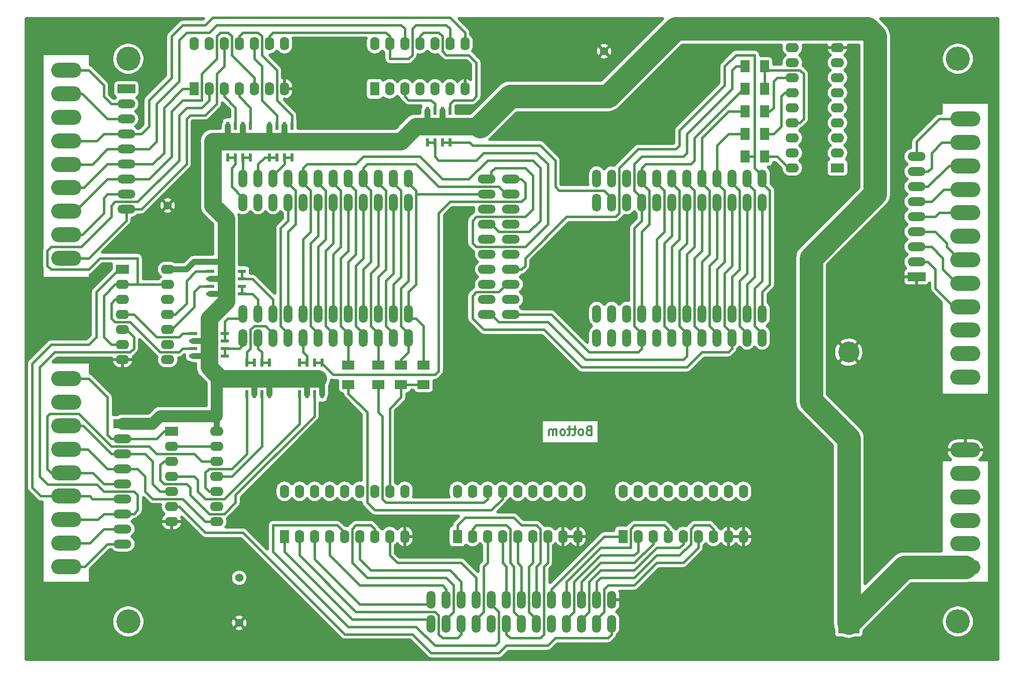
<source format=gbr>
G04 #@! TF.GenerationSoftware,KiCad,Pcbnew,5.0.2-bee76a0~70~ubuntu18.04.1*
G04 #@! TF.CreationDate,2019-03-16T15:11:48+01:00*
G04 #@! TF.ProjectId,Driver,44726976-6572-42e6-9b69-6361645f7063,rev?*
G04 #@! TF.SameCoordinates,Original*
G04 #@! TF.FileFunction,Copper,L16,Bot*
G04 #@! TF.FilePolarity,Positive*
%FSLAX46Y46*%
G04 Gerber Fmt 4.6, Leading zero omitted, Abs format (unit mm)*
G04 Created by KiCad (PCBNEW 5.0.2-bee76a0~70~ubuntu18.04.1) date Sa 16 Mär 2019 15:11:48 CET*
%MOMM*%
%LPD*%
G01*
G04 APERTURE LIST*
G04 #@! TA.AperFunction,NonConductor*
%ADD10C,0.300000*%
G04 #@! TD*
G04 #@! TA.AperFunction,SMDPad,CuDef*
%ADD11R,1.524000X2.032000*%
G04 #@! TD*
G04 #@! TA.AperFunction,SMDPad,CuDef*
%ADD12R,0.599440X1.399540*%
G04 #@! TD*
G04 #@! TA.AperFunction,SMDPad,CuDef*
%ADD13R,1.399540X0.599440*%
G04 #@! TD*
G04 #@! TA.AperFunction,SMDPad,CuDef*
%ADD14R,2.032000X1.524000*%
G04 #@! TD*
G04 #@! TA.AperFunction,ComponentPad*
%ADD15R,3.014980X1.506220*%
G04 #@! TD*
G04 #@! TA.AperFunction,ComponentPad*
%ADD16O,3.014980X1.506220*%
G04 #@! TD*
G04 #@! TA.AperFunction,ComponentPad*
%ADD17O,1.506220X3.014980*%
G04 #@! TD*
G04 #@! TA.AperFunction,ComponentPad*
%ADD18O,5.080000X2.540000*%
G04 #@! TD*
G04 #@! TA.AperFunction,ComponentPad*
%ADD19R,1.574800X2.286000*%
G04 #@! TD*
G04 #@! TA.AperFunction,ComponentPad*
%ADD20O,1.574800X2.286000*%
G04 #@! TD*
G04 #@! TA.AperFunction,ComponentPad*
%ADD21R,2.286000X1.574800*%
G04 #@! TD*
G04 #@! TA.AperFunction,ComponentPad*
%ADD22O,2.286000X1.574800*%
G04 #@! TD*
G04 #@! TA.AperFunction,ComponentPad*
%ADD23R,3.556000X3.556000*%
G04 #@! TD*
G04 #@! TA.AperFunction,ComponentPad*
%ADD24C,3.556000*%
G04 #@! TD*
G04 #@! TA.AperFunction,ComponentPad*
%ADD25C,1.397000*%
G04 #@! TD*
G04 #@! TA.AperFunction,ComponentPad*
%ADD26C,4.064000*%
G04 #@! TD*
G04 #@! TA.AperFunction,ViaPad*
%ADD27C,0.889000*%
G04 #@! TD*
G04 #@! TA.AperFunction,Conductor*
%ADD28C,0.406400*%
G04 #@! TD*
G04 #@! TA.AperFunction,Conductor*
%ADD29C,4.000000*%
G04 #@! TD*
G04 #@! TA.AperFunction,Conductor*
%ADD30C,2.000000*%
G04 #@! TD*
G04 #@! TA.AperFunction,Conductor*
%ADD31C,1.000000*%
G04 #@! TD*
G04 #@! TA.AperFunction,Conductor*
%ADD32C,3.000000*%
G04 #@! TD*
G04 #@! TA.AperFunction,Conductor*
%ADD33C,0.500000*%
G04 #@! TD*
G04 APERTURE END LIST*
D10*
X112962142Y-85617857D02*
X112747857Y-85689285D01*
X112676428Y-85760714D01*
X112605000Y-85903571D01*
X112605000Y-86117857D01*
X112676428Y-86260714D01*
X112747857Y-86332142D01*
X112890714Y-86403571D01*
X113462142Y-86403571D01*
X113462142Y-84903571D01*
X112962142Y-84903571D01*
X112819285Y-84975000D01*
X112747857Y-85046428D01*
X112676428Y-85189285D01*
X112676428Y-85332142D01*
X112747857Y-85475000D01*
X112819285Y-85546428D01*
X112962142Y-85617857D01*
X113462142Y-85617857D01*
X111747857Y-86403571D02*
X111890714Y-86332142D01*
X111962142Y-86260714D01*
X112033571Y-86117857D01*
X112033571Y-85689285D01*
X111962142Y-85546428D01*
X111890714Y-85475000D01*
X111747857Y-85403571D01*
X111533571Y-85403571D01*
X111390714Y-85475000D01*
X111319285Y-85546428D01*
X111247857Y-85689285D01*
X111247857Y-86117857D01*
X111319285Y-86260714D01*
X111390714Y-86332142D01*
X111533571Y-86403571D01*
X111747857Y-86403571D01*
X110819285Y-85403571D02*
X110247857Y-85403571D01*
X110605000Y-84903571D02*
X110605000Y-86189285D01*
X110533571Y-86332142D01*
X110390714Y-86403571D01*
X110247857Y-86403571D01*
X109962142Y-85403571D02*
X109390714Y-85403571D01*
X109747857Y-84903571D02*
X109747857Y-86189285D01*
X109676428Y-86332142D01*
X109533571Y-86403571D01*
X109390714Y-86403571D01*
X108676428Y-86403571D02*
X108819285Y-86332142D01*
X108890714Y-86260714D01*
X108962142Y-86117857D01*
X108962142Y-85689285D01*
X108890714Y-85546428D01*
X108819285Y-85475000D01*
X108676428Y-85403571D01*
X108462142Y-85403571D01*
X108319285Y-85475000D01*
X108247857Y-85546428D01*
X108176428Y-85689285D01*
X108176428Y-86117857D01*
X108247857Y-86260714D01*
X108319285Y-86332142D01*
X108462142Y-86403571D01*
X108676428Y-86403571D01*
X107533571Y-86403571D02*
X107533571Y-85403571D01*
X107533571Y-85546428D02*
X107462142Y-85475000D01*
X107319285Y-85403571D01*
X107105000Y-85403571D01*
X106962142Y-85475000D01*
X106890714Y-85617857D01*
X106890714Y-86403571D01*
X106890714Y-85617857D02*
X106819285Y-85475000D01*
X106676428Y-85403571D01*
X106462142Y-85403571D01*
X106319285Y-85475000D01*
X106247857Y-85617857D01*
X106247857Y-86403571D01*
D11*
G04 #@! TO.P,R32,1*
G04 #@! TO.N,N-0000054*
X142621000Y-27940000D03*
G04 #@! TO.P,R32,2*
G04 #@! TO.N,/NF*
X139319000Y-27940000D03*
G04 #@! TD*
D12*
G04 #@! TO.P,Q8,8*
G04 #@! TO.N,/ST15*
X59055000Y-39497000D03*
G04 #@! TO.P,Q8,1*
G04 #@! TO.N,VDD*
X59055000Y-34163000D03*
G04 #@! TO.P,Q8,7*
G04 #@! TO.N,/ST15*
X60325000Y-39497000D03*
G04 #@! TO.P,Q8,6*
G04 #@! TO.N,/ST16*
X61595000Y-39497000D03*
G04 #@! TO.P,Q8,5*
X62865000Y-39497000D03*
G04 #@! TO.P,Q8,2*
G04 #@! TO.N,N-0000044*
X60325000Y-34163000D03*
G04 #@! TO.P,Q8,3*
G04 #@! TO.N,VDD*
X61595000Y-34163000D03*
G04 #@! TO.P,Q8,4*
G04 #@! TO.N,N-0000046*
X62865000Y-34163000D03*
G04 #@! TD*
G04 #@! TO.P,Q7,8*
G04 #@! TO.N,/ST13*
X52070000Y-39497000D03*
G04 #@! TO.P,Q7,1*
G04 #@! TO.N,VDD*
X52070000Y-34163000D03*
G04 #@! TO.P,Q7,7*
G04 #@! TO.N,/ST13*
X53340000Y-39497000D03*
G04 #@! TO.P,Q7,6*
G04 #@! TO.N,/ST14*
X54610000Y-39497000D03*
G04 #@! TO.P,Q7,5*
X55880000Y-39497000D03*
G04 #@! TO.P,Q7,2*
G04 #@! TO.N,N-0000045*
X53340000Y-34163000D03*
G04 #@! TO.P,Q7,3*
G04 #@! TO.N,VDD*
X54610000Y-34163000D03*
G04 #@! TO.P,Q7,4*
G04 #@! TO.N,N-0000043*
X55880000Y-34163000D03*
G04 #@! TD*
G04 #@! TO.P,Q5,8*
G04 #@! TO.N,/ST9*
X85725000Y-36957000D03*
G04 #@! TO.P,Q5,1*
G04 #@! TO.N,VDD*
X85725000Y-31623000D03*
G04 #@! TO.P,Q5,7*
G04 #@! TO.N,/ST9*
X86995000Y-36957000D03*
G04 #@! TO.P,Q5,6*
G04 #@! TO.N,/ST12*
X88265000Y-36957000D03*
G04 #@! TO.P,Q5,5*
X89535000Y-36957000D03*
G04 #@! TO.P,Q5,2*
G04 #@! TO.N,N-0000025*
X86995000Y-31623000D03*
G04 #@! TO.P,Q5,3*
G04 #@! TO.N,VDD*
X88265000Y-31623000D03*
G04 #@! TO.P,Q5,4*
G04 #@! TO.N,N-0000028*
X89535000Y-31623000D03*
G04 #@! TD*
D13*
G04 #@! TO.P,Q4,8*
G04 #@! TO.N,/ST7*
X54419500Y-62547500D03*
G04 #@! TO.P,Q4,1*
G04 #@! TO.N,VDD*
X49085500Y-62547500D03*
G04 #@! TO.P,Q4,7*
G04 #@! TO.N,/ST7*
X54419500Y-61277500D03*
G04 #@! TO.P,Q4,6*
G04 #@! TO.N,/ST8*
X54419500Y-60007500D03*
G04 #@! TO.P,Q4,5*
X54419500Y-58737500D03*
G04 #@! TO.P,Q4,2*
G04 #@! TO.N,N-0000027*
X49085500Y-61277500D03*
G04 #@! TO.P,Q4,3*
G04 #@! TO.N,VDD*
X49085500Y-60007500D03*
G04 #@! TO.P,Q4,4*
G04 #@! TO.N,N-0000026*
X49085500Y-58737500D03*
G04 #@! TD*
G04 #@! TO.P,Q3,8*
G04 #@! TO.N,/ST5*
X51562000Y-73025000D03*
G04 #@! TO.P,Q3,1*
G04 #@! TO.N,VDD*
X46228000Y-73025000D03*
G04 #@! TO.P,Q3,7*
G04 #@! TO.N,/ST5*
X51562000Y-71755000D03*
G04 #@! TO.P,Q3,6*
G04 #@! TO.N,/ST6*
X51562000Y-70485000D03*
G04 #@! TO.P,Q3,5*
X51562000Y-69215000D03*
G04 #@! TO.P,Q3,2*
G04 #@! TO.N,N-0000035*
X46228000Y-71755000D03*
G04 #@! TO.P,Q3,3*
G04 #@! TO.N,VDD*
X46228000Y-70485000D03*
G04 #@! TO.P,Q3,4*
G04 #@! TO.N,N-0000034*
X46228000Y-69215000D03*
G04 #@! TD*
D12*
G04 #@! TO.P,Q2,8*
G04 #@! TO.N,/ST4*
X59055000Y-74168000D03*
G04 #@! TO.P,Q2,1*
G04 #@! TO.N,VDD*
X59055000Y-79502000D03*
G04 #@! TO.P,Q2,7*
G04 #@! TO.N,/ST4*
X57785000Y-74168000D03*
G04 #@! TO.P,Q2,6*
G04 #@! TO.N,/ST3*
X56515000Y-74168000D03*
G04 #@! TO.P,Q2,5*
X55245000Y-74168000D03*
G04 #@! TO.P,Q2,2*
G04 #@! TO.N,N-0000036*
X57785000Y-79502000D03*
G04 #@! TO.P,Q2,3*
G04 #@! TO.N,VDD*
X56515000Y-79502000D03*
G04 #@! TO.P,Q2,4*
G04 #@! TO.N,N-0000031*
X55245000Y-79502000D03*
G04 #@! TD*
G04 #@! TO.P,Q1,8*
G04 #@! TO.N,/ST1*
X67945000Y-74168000D03*
G04 #@! TO.P,Q1,1*
G04 #@! TO.N,VDD*
X67945000Y-79502000D03*
G04 #@! TO.P,Q1,7*
G04 #@! TO.N,/ST1*
X66675000Y-74168000D03*
G04 #@! TO.P,Q1,6*
G04 #@! TO.N,/ST2*
X65405000Y-74168000D03*
G04 #@! TO.P,Q1,5*
X64135000Y-74168000D03*
G04 #@! TO.P,Q1,2*
G04 #@! TO.N,N-0000033*
X66675000Y-79502000D03*
G04 #@! TO.P,Q1,3*
G04 #@! TO.N,VDD*
X65405000Y-79502000D03*
G04 #@! TO.P,Q1,4*
G04 #@! TO.N,N-0000032*
X64135000Y-79502000D03*
G04 #@! TD*
D11*
G04 #@! TO.P,R25,1*
G04 #@! TO.N,N-0000055*
X142621000Y-39370000D03*
G04 #@! TO.P,R25,2*
G04 #@! TO.N,/NA*
X139319000Y-39370000D03*
G04 #@! TD*
D14*
G04 #@! TO.P,R14,1*
G04 #@! TO.N,N-000009*
X72390000Y-77851000D03*
G04 #@! TO.P,R14,2*
G04 #@! TO.N,/AR*
X72390000Y-74549000D03*
G04 #@! TD*
G04 #@! TO.P,R13,1*
G04 #@! TO.N,N-0000010*
X77470000Y-77851000D03*
G04 #@! TO.P,R13,2*
G04 #@! TO.N,/AC*
X77470000Y-74549000D03*
G04 #@! TD*
G04 #@! TO.P,R17,1*
G04 #@! TO.N,N-0000063*
X85090000Y-77851000D03*
G04 #@! TO.P,R17,2*
G04 #@! TO.N,/AA*
X85090000Y-74549000D03*
G04 #@! TD*
D11*
G04 #@! TO.P,R22,1*
G04 #@! TO.N,N-0000054*
X142621000Y-24130000D03*
G04 #@! TO.P,R22,2*
G04 #@! TO.N,/NE*
X139319000Y-24130000D03*
G04 #@! TD*
G04 #@! TO.P,R20,1*
G04 #@! TO.N,N-000006*
X142621000Y-35560000D03*
G04 #@! TO.P,R20,2*
G04 #@! TO.N,/NH*
X139319000Y-35560000D03*
G04 #@! TD*
G04 #@! TO.P,R19,1*
G04 #@! TO.N,N-0000020*
X142621000Y-31750000D03*
G04 #@! TO.P,R19,2*
G04 #@! TO.N,/NU*
X139319000Y-31750000D03*
G04 #@! TD*
D14*
G04 #@! TO.P,R8,1*
G04 #@! TO.N,N-0000063*
X81280000Y-77851000D03*
G04 #@! TO.P,R8,2*
G04 #@! TO.N,/AB*
X81280000Y-74549000D03*
G04 #@! TD*
D15*
G04 #@! TO.P,RN3,1*
G04 #@! TO.N,VDD*
X34925000Y-27940000D03*
D16*
G04 #@! TO.P,RN3,2*
G04 #@! TO.N,/IST9*
X34925000Y-30480000D03*
G04 #@! TO.P,RN3,3*
G04 #@! TO.N,/IST10*
X34925000Y-33020000D03*
G04 #@! TO.P,RN3,4*
G04 #@! TO.N,/IST11*
X34925000Y-35560000D03*
G04 #@! TO.P,RN3,5*
G04 #@! TO.N,/IST12*
X34925000Y-38100000D03*
G04 #@! TO.P,RN3,6*
G04 #@! TO.N,/IST13*
X34925000Y-40640000D03*
G04 #@! TO.P,RN3,7*
G04 #@! TO.N,/IST14*
X34925000Y-43180000D03*
G04 #@! TO.P,RN3,8*
G04 #@! TO.N,/IST15*
X34925000Y-45720000D03*
G04 #@! TO.P,RN3,9*
G04 #@! TO.N,/IST16*
X34925000Y-48260000D03*
G04 #@! TD*
D15*
G04 #@! TO.P,RN1,1*
G04 #@! TO.N,VSS*
X168275000Y-59690000D03*
D16*
G04 #@! TO.P,RN1,2*
G04 #@! TO.N,/INA*
X168275000Y-57150000D03*
G04 #@! TO.P,RN1,3*
G04 #@! TO.N,/INB*
X168275000Y-54610000D03*
G04 #@! TO.P,RN1,4*
G04 #@! TO.N,/INC*
X168275000Y-52070000D03*
G04 #@! TO.P,RN1,5*
G04 #@! TO.N,/IND*
X168275000Y-49530000D03*
G04 #@! TO.P,RN1,6*
G04 #@! TO.N,/INE*
X168275000Y-46990000D03*
G04 #@! TO.P,RN1,7*
G04 #@! TO.N,/INF*
X168275000Y-44450000D03*
G04 #@! TO.P,RN1,8*
G04 #@! TO.N,/ING*
X168275000Y-41910000D03*
G04 #@! TO.P,RN1,9*
G04 #@! TO.N,/INDOT*
X168275000Y-39370000D03*
G04 #@! TD*
D15*
G04 #@! TO.P,RN2,1*
G04 #@! TO.N,VDD*
X34290000Y-84455000D03*
D16*
G04 #@! TO.P,RN2,2*
G04 #@! TO.N,/IST1*
X34290000Y-86995000D03*
G04 #@! TO.P,RN2,3*
G04 #@! TO.N,/IST2*
X34290000Y-89535000D03*
G04 #@! TO.P,RN2,4*
G04 #@! TO.N,/IST3*
X34290000Y-92075000D03*
G04 #@! TO.P,RN2,5*
G04 #@! TO.N,/IST4*
X34290000Y-94615000D03*
G04 #@! TO.P,RN2,6*
G04 #@! TO.N,/IST5*
X34290000Y-97155000D03*
G04 #@! TO.P,RN2,7*
G04 #@! TO.N,/IST6*
X34290000Y-99695000D03*
G04 #@! TO.P,RN2,8*
G04 #@! TO.N,/IST7*
X34290000Y-102235000D03*
G04 #@! TO.P,RN2,9*
G04 #@! TO.N,/IST8*
X34290000Y-104775000D03*
G04 #@! TD*
D17*
G04 #@! TO.P,ALPHASEG1,1*
G04 #@! TO.N,VSS*
X116840000Y-114185000D03*
G04 #@! TO.P,ALPHASEG1,2*
G04 #@! TO.N,/BLANKING*
X116840000Y-118225000D03*
G04 #@! TO.P,ALPHASEG1,3*
G04 #@! TO.N,/INH*
X114300000Y-114185000D03*
G04 #@! TO.P,ALPHASEG1,4*
G04 #@! TO.N,/INJ*
X114300000Y-118225000D03*
G04 #@! TO.P,ALPHASEG1,5*
G04 #@! TO.N,/INK*
X111760000Y-114185000D03*
G04 #@! TO.P,ALPHASEG1,6*
G04 #@! TO.N,/INM*
X111760000Y-118225000D03*
G04 #@! TO.P,ALPHASEG1,7*
G04 #@! TO.N,/INN*
X109220000Y-114185000D03*
G04 #@! TO.P,ALPHASEG1,8*
G04 #@! TO.N,/INP*
X109220000Y-118225000D03*
G04 #@! TO.P,ALPHASEG1,9*
G04 #@! TO.N,/INR*
X106680000Y-114185000D03*
G04 #@! TO.P,ALPHASEG1,10*
G04 #@! TO.N,N/C*
X106680000Y-118225000D03*
G04 #@! TO.P,ALPHASEG1,11*
G04 #@! TO.N,/IAH*
X104140000Y-114185000D03*
G04 #@! TO.P,ALPHASEG1,12*
G04 #@! TO.N,/IAJ*
X104140000Y-118225000D03*
G04 #@! TO.P,ALPHASEG1,13*
G04 #@! TO.N,/IAK*
X101600000Y-114185000D03*
G04 #@! TO.P,ALPHASEG1,14*
G04 #@! TO.N,/IAM*
X101600000Y-118225000D03*
G04 #@! TO.P,ALPHASEG1,15*
G04 #@! TO.N,/IAN*
X99060000Y-114185000D03*
G04 #@! TO.P,ALPHASEG1,16*
G04 #@! TO.N,/IAP*
X99060000Y-118225000D03*
G04 #@! TO.P,ALPHASEG1,17*
G04 #@! TO.N,/IAR*
X96520000Y-114185000D03*
G04 #@! TO.P,ALPHASEG1,18*
G04 #@! TO.N,N/C*
X96520000Y-118225000D03*
G04 #@! TO.P,ALPHASEG1,19*
G04 #@! TO.N,/IAA*
X93980000Y-114185000D03*
G04 #@! TO.P,ALPHASEG1,20*
G04 #@! TO.N,/IAB*
X93980000Y-118225000D03*
G04 #@! TO.P,ALPHASEG1,21*
G04 #@! TO.N,/IAC*
X91440000Y-114185000D03*
G04 #@! TO.P,ALPHASEG1,22*
G04 #@! TO.N,/IAD*
X91440000Y-118225000D03*
G04 #@! TO.P,ALPHASEG1,23*
G04 #@! TO.N,/IAE*
X88900000Y-114185000D03*
G04 #@! TO.P,ALPHASEG1,24*
G04 #@! TO.N,/IAF*
X88900000Y-118225000D03*
G04 #@! TO.P,ALPHASEG1,25*
G04 #@! TO.N,/IAG*
X86360000Y-114185000D03*
G04 #@! TO.P,ALPHASEG1,26*
G04 #@! TO.N,/IADOT*
X86360000Y-118225000D03*
G04 #@! TD*
G04 #@! TO.P,PLAYER2,1*
G04 #@! TO.N,/AA*
X82550000Y-43065000D03*
G04 #@! TO.P,PLAYER2,2*
G04 #@! TO.N,/AB*
X82550000Y-47105000D03*
G04 #@! TO.P,PLAYER2,3*
G04 #@! TO.N,/AM*
X80010000Y-43065000D03*
G04 #@! TO.P,PLAYER2,4*
G04 #@! TO.N,/AN*
X80010000Y-47105000D03*
G04 #@! TO.P,PLAYER2,5*
G04 #@! TO.N,/AK*
X77470000Y-43065000D03*
G04 #@! TO.P,PLAYER2,6*
G04 #@! TO.N,/AC*
X77470000Y-47105000D03*
G04 #@! TO.P,PLAYER2,7*
G04 #@! TO.N,/AH*
X74930000Y-43065000D03*
G04 #@! TO.P,PLAYER2,8*
G04 #@! TO.N,/AP*
X74930000Y-47105000D03*
G04 #@! TO.P,PLAYER2,9*
G04 #@! TO.N,/AU*
X72390000Y-43065000D03*
G04 #@! TO.P,PLAYER2,10*
G04 #@! TO.N,/AR*
X72390000Y-47105000D03*
G04 #@! TO.P,PLAYER2,11*
G04 #@! TO.N,/AS*
X69850000Y-43065000D03*
G04 #@! TO.P,PLAYER2,12*
G04 #@! TO.N,/AD*
X69850000Y-47105000D03*
G04 #@! TO.P,PLAYER2,13*
G04 #@! TO.N,/AT*
X67310000Y-43065000D03*
G04 #@! TO.P,PLAYER2,14*
G04 #@! TO.N,/ADOT*
X67310000Y-47105000D03*
G04 #@! TO.P,PLAYER2,15*
G04 #@! TO.N,/AG*
X64770000Y-43065000D03*
G04 #@! TO.P,PLAYER2,16*
G04 #@! TO.N,/ST10*
X64770000Y-47105000D03*
G04 #@! TO.P,PLAYER2,17*
G04 #@! TO.N,/AF*
X62230000Y-43065000D03*
G04 #@! TO.P,PLAYER2,18*
G04 #@! TO.N,/AE*
X62230000Y-47105000D03*
G04 #@! TO.P,PLAYER2,19*
G04 #@! TO.N,/ST16*
X59690000Y-43065000D03*
G04 #@! TO.P,PLAYER2,20*
G04 #@! TO.N,/ST11*
X59690000Y-47105000D03*
G04 #@! TO.P,PLAYER2,21*
G04 #@! TO.N,/ST15*
X57150000Y-43065000D03*
G04 #@! TO.P,PLAYER2,22*
G04 #@! TO.N,/ST12*
X57150000Y-47105000D03*
G04 #@! TO.P,PLAYER2,23*
G04 #@! TO.N,/ST14*
X54610000Y-43065000D03*
G04 #@! TO.P,PLAYER2,24*
G04 #@! TO.N,/ST13*
X54610000Y-47105000D03*
G04 #@! TD*
G04 #@! TO.P,PLAYER3,1*
G04 #@! TO.N,/NA*
X142240000Y-65925000D03*
G04 #@! TO.P,PLAYER3,2*
G04 #@! TO.N,/NB*
X142240000Y-69965000D03*
G04 #@! TO.P,PLAYER3,3*
G04 #@! TO.N,/NM*
X139700000Y-65925000D03*
G04 #@! TO.P,PLAYER3,4*
G04 #@! TO.N,/NN*
X139700000Y-69965000D03*
G04 #@! TO.P,PLAYER3,5*
G04 #@! TO.N,/NK*
X137160000Y-65925000D03*
G04 #@! TO.P,PLAYER3,6*
G04 #@! TO.N,/NC*
X137160000Y-69965000D03*
G04 #@! TO.P,PLAYER3,7*
G04 #@! TO.N,/NH*
X134620000Y-65925000D03*
G04 #@! TO.P,PLAYER3,8*
G04 #@! TO.N,/NP*
X134620000Y-69965000D03*
G04 #@! TO.P,PLAYER3,9*
G04 #@! TO.N,/NU*
X132080000Y-65925000D03*
G04 #@! TO.P,PLAYER3,10*
G04 #@! TO.N,/NR*
X132080000Y-69965000D03*
G04 #@! TO.P,PLAYER3,11*
G04 #@! TO.N,/NS*
X129540000Y-65925000D03*
G04 #@! TO.P,PLAYER3,12*
G04 #@! TO.N,/ND*
X129540000Y-69965000D03*
G04 #@! TO.P,PLAYER3,13*
G04 #@! TO.N,/NT*
X127000000Y-65925000D03*
G04 #@! TO.P,PLAYER3,14*
G04 #@! TO.N,/NDOT*
X127000000Y-69965000D03*
G04 #@! TO.P,PLAYER3,15*
G04 #@! TO.N,/NG*
X124460000Y-65925000D03*
G04 #@! TO.P,PLAYER3,16*
G04 #@! TO.N,/ST2*
X124460000Y-69965000D03*
G04 #@! TO.P,PLAYER3,17*
G04 #@! TO.N,/NF*
X121920000Y-65925000D03*
G04 #@! TO.P,PLAYER3,18*
G04 #@! TO.N,/NE*
X121920000Y-69965000D03*
G04 #@! TO.P,PLAYER3,19*
G04 #@! TO.N,/ST8*
X119380000Y-65925000D03*
G04 #@! TO.P,PLAYER3,20*
G04 #@! TO.N,/ST3*
X119380000Y-69965000D03*
G04 #@! TO.P,PLAYER3,21*
G04 #@! TO.N,/ST7*
X116840000Y-65925000D03*
G04 #@! TO.P,PLAYER3,22*
G04 #@! TO.N,/ST4*
X116840000Y-69965000D03*
G04 #@! TO.P,PLAYER3,23*
G04 #@! TO.N,/ST6*
X114300000Y-65925000D03*
G04 #@! TO.P,PLAYER3,24*
G04 #@! TO.N,/ST5*
X114300000Y-69965000D03*
G04 #@! TD*
G04 #@! TO.P,PLAYER4,1*
G04 #@! TO.N,/NA*
X142240000Y-43065000D03*
G04 #@! TO.P,PLAYER4,2*
G04 #@! TO.N,/NB*
X142240000Y-47105000D03*
G04 #@! TO.P,PLAYER4,3*
G04 #@! TO.N,/NM*
X139700000Y-43065000D03*
G04 #@! TO.P,PLAYER4,4*
G04 #@! TO.N,/NN*
X139700000Y-47105000D03*
G04 #@! TO.P,PLAYER4,5*
G04 #@! TO.N,/NK*
X137160000Y-43065000D03*
G04 #@! TO.P,PLAYER4,6*
G04 #@! TO.N,/NC*
X137160000Y-47105000D03*
G04 #@! TO.P,PLAYER4,7*
G04 #@! TO.N,/NH*
X134620000Y-43065000D03*
G04 #@! TO.P,PLAYER4,8*
G04 #@! TO.N,/NP*
X134620000Y-47105000D03*
G04 #@! TO.P,PLAYER4,9*
G04 #@! TO.N,/NU*
X132080000Y-43065000D03*
G04 #@! TO.P,PLAYER4,10*
G04 #@! TO.N,/NR*
X132080000Y-47105000D03*
G04 #@! TO.P,PLAYER4,11*
G04 #@! TO.N,/NS*
X129540000Y-43065000D03*
G04 #@! TO.P,PLAYER4,12*
G04 #@! TO.N,/ND*
X129540000Y-47105000D03*
G04 #@! TO.P,PLAYER4,13*
G04 #@! TO.N,/NT*
X127000000Y-43065000D03*
G04 #@! TO.P,PLAYER4,14*
G04 #@! TO.N,/NDOT*
X127000000Y-47105000D03*
G04 #@! TO.P,PLAYER4,15*
G04 #@! TO.N,/NG*
X124460000Y-43065000D03*
G04 #@! TO.P,PLAYER4,16*
G04 #@! TO.N,/ST10*
X124460000Y-47105000D03*
G04 #@! TO.P,PLAYER4,17*
G04 #@! TO.N,/NF*
X121920000Y-43065000D03*
G04 #@! TO.P,PLAYER4,18*
G04 #@! TO.N,/NE*
X121920000Y-47105000D03*
G04 #@! TO.P,PLAYER4,19*
G04 #@! TO.N,/ST16*
X119380000Y-43065000D03*
G04 #@! TO.P,PLAYER4,20*
G04 #@! TO.N,/ST11*
X119380000Y-47105000D03*
G04 #@! TO.P,PLAYER4,21*
G04 #@! TO.N,/ST15*
X116840000Y-43065000D03*
G04 #@! TO.P,PLAYER4,22*
G04 #@! TO.N,/ST12*
X116840000Y-47105000D03*
G04 #@! TO.P,PLAYER4,23*
G04 #@! TO.N,/ST14*
X114300000Y-43065000D03*
G04 #@! TO.P,PLAYER4,24*
G04 #@! TO.N,/ST13*
X114300000Y-47105000D03*
G04 #@! TD*
G04 #@! TO.P,PLAYER1,1*
G04 #@! TO.N,/AA*
X82550000Y-65925000D03*
G04 #@! TO.P,PLAYER1,2*
G04 #@! TO.N,/AB*
X82550000Y-69965000D03*
G04 #@! TO.P,PLAYER1,3*
G04 #@! TO.N,/AM*
X80010000Y-65925000D03*
G04 #@! TO.P,PLAYER1,4*
G04 #@! TO.N,/AN*
X80010000Y-69965000D03*
G04 #@! TO.P,PLAYER1,5*
G04 #@! TO.N,/AK*
X77470000Y-65925000D03*
G04 #@! TO.P,PLAYER1,6*
G04 #@! TO.N,/AC*
X77470000Y-69965000D03*
G04 #@! TO.P,PLAYER1,7*
G04 #@! TO.N,/AH*
X74930000Y-65925000D03*
G04 #@! TO.P,PLAYER1,8*
G04 #@! TO.N,/AP*
X74930000Y-69965000D03*
G04 #@! TO.P,PLAYER1,9*
G04 #@! TO.N,/AU*
X72390000Y-65925000D03*
G04 #@! TO.P,PLAYER1,10*
G04 #@! TO.N,/AR*
X72390000Y-69965000D03*
G04 #@! TO.P,PLAYER1,11*
G04 #@! TO.N,/AS*
X69850000Y-65925000D03*
G04 #@! TO.P,PLAYER1,12*
G04 #@! TO.N,/AD*
X69850000Y-69965000D03*
G04 #@! TO.P,PLAYER1,13*
G04 #@! TO.N,/AT*
X67310000Y-65925000D03*
G04 #@! TO.P,PLAYER1,14*
G04 #@! TO.N,/ADOT*
X67310000Y-69965000D03*
G04 #@! TO.P,PLAYER1,15*
G04 #@! TO.N,/AG*
X64770000Y-65925000D03*
G04 #@! TO.P,PLAYER1,16*
G04 #@! TO.N,/ST2*
X64770000Y-69965000D03*
G04 #@! TO.P,PLAYER1,17*
G04 #@! TO.N,/AF*
X62230000Y-65925000D03*
G04 #@! TO.P,PLAYER1,18*
G04 #@! TO.N,/AE*
X62230000Y-69965000D03*
G04 #@! TO.P,PLAYER1,19*
G04 #@! TO.N,/ST8*
X59690000Y-65925000D03*
G04 #@! TO.P,PLAYER1,20*
G04 #@! TO.N,/ST3*
X59690000Y-69965000D03*
G04 #@! TO.P,PLAYER1,21*
G04 #@! TO.N,/ST7*
X57150000Y-65925000D03*
G04 #@! TO.P,PLAYER1,22*
G04 #@! TO.N,/ST4*
X57150000Y-69965000D03*
G04 #@! TO.P,PLAYER1,23*
G04 #@! TO.N,/ST6*
X54610000Y-65925000D03*
G04 #@! TO.P,PLAYER1,24*
G04 #@! TO.N,/ST5*
X54610000Y-69965000D03*
G04 #@! TD*
D16*
G04 #@! TO.P,CREDIT1,1*
G04 #@! TO.N,/ST9*
X95770000Y-43180000D03*
G04 #@! TO.P,CREDIT1,2*
G04 #@! TO.N,/ST1*
X99810000Y-43180000D03*
G04 #@! TO.P,CREDIT1,3*
G04 #@! TO.N,/AA*
X95770000Y-45720000D03*
G04 #@! TO.P,CREDIT1,4*
G04 #@! TO.N,/AH*
X99810000Y-45720000D03*
G04 #@! TO.P,CREDIT1,5*
G04 #@! TO.N,/AC*
X95770000Y-48260000D03*
G04 #@! TO.P,CREDIT1,6*
G04 #@! TO.N,/AU*
X99810000Y-48260000D03*
G04 #@! TO.P,CREDIT1,7*
G04 #@! TO.N,/AG*
X95770000Y-50800000D03*
G04 #@! TO.P,CREDIT1,8*
G04 #@! TO.N,/AD*
X99810000Y-50800000D03*
G04 #@! TO.P,CREDIT1,9*
G04 #@! TO.N,N/C*
X95770000Y-53340000D03*
G04 #@! TO.P,CREDIT1,10*
G04 #@! TO.N,/AE*
X99810000Y-53340000D03*
G04 #@! TO.P,CREDIT1,11*
G04 #@! TO.N,N/C*
X95770000Y-55880000D03*
G04 #@! TO.P,CREDIT1,12*
X99810000Y-55880000D03*
G04 #@! TO.P,CREDIT1,13*
X95770000Y-58420000D03*
G04 #@! TO.P,CREDIT1,14*
G04 #@! TO.N,/NA*
X99810000Y-58420000D03*
G04 #@! TO.P,CREDIT1,15*
G04 #@! TO.N,/NH*
X95770000Y-60960000D03*
G04 #@! TO.P,CREDIT1,16*
G04 #@! TO.N,/NC*
X99810000Y-60960000D03*
G04 #@! TO.P,CREDIT1,17*
G04 #@! TO.N,/NG*
X95770000Y-63500000D03*
G04 #@! TO.P,CREDIT1,18*
G04 #@! TO.N,/NU*
X99810000Y-63500000D03*
G04 #@! TO.P,CREDIT1,19*
G04 #@! TO.N,/ND*
X95770000Y-66040000D03*
G04 #@! TO.P,CREDIT1,20*
G04 #@! TO.N,/NE*
X99810000Y-66040000D03*
G04 #@! TD*
D18*
G04 #@! TO.P,STROBE1,3*
G04 #@! TO.N,/IST6*
X24765000Y-100660200D03*
G04 #@! TO.P,STROBE1,2*
G04 #@! TO.N,/IST7*
X24765000Y-104622600D03*
G04 #@! TO.P,STROBE1,1*
G04 #@! TO.N,/IST8*
X24765000Y-108585000D03*
G04 #@! TO.P,STROBE1,4*
G04 #@! TO.N,/IST5*
X24765000Y-96697800D03*
G04 #@! TO.P,STROBE1,5*
G04 #@! TO.N,/IST4*
X24765000Y-92735400D03*
G04 #@! TO.P,STROBE1,6*
G04 #@! TO.N,/IST3*
X24765000Y-88773000D03*
G04 #@! TO.P,STROBE1,7*
G04 #@! TO.N,/IST2*
X24765000Y-84810600D03*
G04 #@! TO.P,STROBE1,8*
G04 #@! TO.N,N/C*
X24765000Y-80848200D03*
G04 #@! TO.P,STROBE1,9*
G04 #@! TO.N,/IST1*
X24765000Y-76885800D03*
G04 #@! TD*
G04 #@! TO.P,STROBE2,3*
G04 #@! TO.N,/IST14*
X24765000Y-48590200D03*
G04 #@! TO.P,STROBE2,2*
G04 #@! TO.N,/IST15*
X24765000Y-52552600D03*
G04 #@! TO.P,STROBE2,1*
G04 #@! TO.N,/IST16*
X24765000Y-56515000D03*
G04 #@! TO.P,STROBE2,4*
G04 #@! TO.N,/IST13*
X24765000Y-44627800D03*
G04 #@! TO.P,STROBE2,5*
G04 #@! TO.N,/IST12*
X24765000Y-40665400D03*
G04 #@! TO.P,STROBE2,6*
G04 #@! TO.N,/IST11*
X24765000Y-36703000D03*
G04 #@! TO.P,STROBE2,7*
G04 #@! TO.N,N/C*
X24765000Y-32740600D03*
G04 #@! TO.P,STROBE2,8*
G04 #@! TO.N,/IST10*
X24765000Y-28778200D03*
G04 #@! TO.P,STROBE2,9*
G04 #@! TO.N,/IST9*
X24765000Y-24815800D03*
G04 #@! TD*
G04 #@! TO.P,POWER1,3*
G04 #@! TO.N,N/C*
X176530000Y-96824800D03*
G04 #@! TO.P,POWER1,2*
X176530000Y-92862400D03*
G04 #@! TO.P,POWER1,1*
G04 #@! TO.N,VSS*
X176530000Y-88900000D03*
G04 #@! TO.P,POWER1,4*
G04 #@! TO.N,N/C*
X176530000Y-100787200D03*
G04 #@! TO.P,POWER1,5*
X176530000Y-104749600D03*
G04 #@! TO.P,POWER1,6*
G04 #@! TO.N,VDD*
X176530000Y-108712000D03*
G04 #@! TD*
G04 #@! TO.P,NUMSEG1,11*
G04 #@! TO.N,N/C*
X176530000Y-72644000D03*
G04 #@! TO.P,NUMSEG1,12*
X176530000Y-76606400D03*
G04 #@! TO.P,NUMSEG1,10*
X176530000Y-68681600D03*
G04 #@! TO.P,NUMSEG1,3*
G04 #@! TO.N,/INF*
X176530000Y-40944800D03*
G04 #@! TO.P,NUMSEG1,2*
G04 #@! TO.N,/ING*
X176530000Y-36982400D03*
G04 #@! TO.P,NUMSEG1,1*
G04 #@! TO.N,/INDOT*
X176530000Y-33020000D03*
G04 #@! TO.P,NUMSEG1,4*
G04 #@! TO.N,/INE*
X176530000Y-44907200D03*
G04 #@! TO.P,NUMSEG1,5*
G04 #@! TO.N,/IND*
X176530000Y-48869600D03*
G04 #@! TO.P,NUMSEG1,6*
G04 #@! TO.N,N/C*
X176530000Y-52832000D03*
G04 #@! TO.P,NUMSEG1,7*
G04 #@! TO.N,/INC*
X176530000Y-56794400D03*
G04 #@! TO.P,NUMSEG1,8*
G04 #@! TO.N,/INB*
X176530000Y-60756800D03*
G04 #@! TO.P,NUMSEG1,9*
G04 #@! TO.N,/INA*
X176530000Y-64719200D03*
G04 #@! TD*
D19*
G04 #@! TO.P,IC1,1*
G04 #@! TO.N,/IADOT*
X61595000Y-103505000D03*
D20*
G04 #@! TO.P,IC1,2*
G04 #@! TO.N,/IAD*
X64135000Y-103505000D03*
G04 #@! TO.P,IC1,3*
G04 #@! TO.N,/IAG*
X66675000Y-103505000D03*
G04 #@! TO.P,IC1,4*
G04 #@! TO.N,/IAE*
X69215000Y-103505000D03*
G04 #@! TO.P,IC1,5*
G04 #@! TO.N,/IAR*
X71755000Y-103505000D03*
G04 #@! TO.P,IC1,6*
G04 #@! TO.N,/IAC*
X74295000Y-103505000D03*
G04 #@! TO.P,IC1,7*
G04 #@! TO.N,/IAF*
X76835000Y-103505000D03*
G04 #@! TO.P,IC1,8*
G04 #@! TO.N,/IAA*
X79375000Y-103505000D03*
G04 #@! TO.P,IC1,9*
G04 #@! TO.N,VSS*
X81915000Y-103505000D03*
G04 #@! TO.P,IC1,10*
G04 #@! TO.N,N/C*
X81915000Y-95885000D03*
G04 #@! TO.P,IC1,11*
G04 #@! TO.N,N-0000063*
X79375000Y-95885000D03*
G04 #@! TO.P,IC1,12*
G04 #@! TO.N,N-0000014*
X76835000Y-95885000D03*
G04 #@! TO.P,IC1,13*
G04 #@! TO.N,N-0000012*
X74295000Y-95885000D03*
G04 #@! TO.P,IC1,14*
G04 #@! TO.N,N-0000015*
X71755000Y-95885000D03*
G04 #@! TO.P,IC1,15*
G04 #@! TO.N,N-0000016*
X69215000Y-95885000D03*
G04 #@! TO.P,IC1,16*
G04 #@! TO.N,N-0000017*
X66675000Y-95885000D03*
G04 #@! TO.P,IC1,17*
G04 #@! TO.N,N-0000064*
X64135000Y-95885000D03*
G04 #@! TO.P,IC1,18*
G04 #@! TO.N,N-0000018*
X61595000Y-95885000D03*
G04 #@! TD*
D19*
G04 #@! TO.P,IC4,1*
G04 #@! TO.N,/INR*
X118745000Y-103505000D03*
D20*
G04 #@! TO.P,IC4,2*
G04 #@! TO.N,/INP*
X121285000Y-103505000D03*
G04 #@! TO.P,IC4,3*
G04 #@! TO.N,/INK*
X123825000Y-103505000D03*
G04 #@! TO.P,IC4,4*
G04 #@! TO.N,/INN*
X126365000Y-103505000D03*
G04 #@! TO.P,IC4,5*
G04 #@! TO.N,/INM*
X128905000Y-103505000D03*
G04 #@! TO.P,IC4,6*
G04 #@! TO.N,/INJ*
X131445000Y-103505000D03*
G04 #@! TO.P,IC4,7*
G04 #@! TO.N,/INH*
X133985000Y-103505000D03*
G04 #@! TO.P,IC4,8*
G04 #@! TO.N,VSS*
X136525000Y-103505000D03*
G04 #@! TO.P,IC4,9*
X139065000Y-103505000D03*
G04 #@! TO.P,IC4,10*
G04 #@! TO.N,N/C*
X139065000Y-95885000D03*
G04 #@! TO.P,IC4,11*
X136525000Y-95885000D03*
G04 #@! TO.P,IC4,12*
G04 #@! TO.N,N-00000122*
X133985000Y-95885000D03*
G04 #@! TO.P,IC4,13*
G04 #@! TO.N,N-00000123*
X131445000Y-95885000D03*
G04 #@! TO.P,IC4,14*
G04 #@! TO.N,N-00000124*
X128905000Y-95885000D03*
G04 #@! TO.P,IC4,15*
G04 #@! TO.N,N-00000125*
X126365000Y-95885000D03*
G04 #@! TO.P,IC4,16*
G04 #@! TO.N,N-00000126*
X123825000Y-95885000D03*
G04 #@! TO.P,IC4,17*
G04 #@! TO.N,N-00000127*
X121285000Y-95885000D03*
G04 #@! TO.P,IC4,18*
G04 #@! TO.N,N-00000138*
X118745000Y-95885000D03*
G04 #@! TD*
D19*
G04 #@! TO.P,IC2,1*
G04 #@! TO.N,/IAH*
X90805000Y-103505000D03*
D20*
G04 #@! TO.P,IC2,2*
G04 #@! TO.N,/IAM*
X93345000Y-103505000D03*
G04 #@! TO.P,IC2,3*
G04 #@! TO.N,/IAB*
X95885000Y-103505000D03*
G04 #@! TO.P,IC2,4*
G04 #@! TO.N,/IAN*
X98425000Y-103505000D03*
G04 #@! TO.P,IC2,5*
G04 #@! TO.N,/IAK*
X100965000Y-103505000D03*
G04 #@! TO.P,IC2,6*
G04 #@! TO.N,/IAJ*
X103505000Y-103505000D03*
G04 #@! TO.P,IC2,7*
G04 #@! TO.N,/IAP*
X106045000Y-103505000D03*
G04 #@! TO.P,IC2,8*
G04 #@! TO.N,VSS*
X108585000Y-103505000D03*
G04 #@! TO.P,IC2,9*
X111125000Y-103505000D03*
G04 #@! TO.P,IC2,10*
G04 #@! TO.N,N/C*
X111125000Y-95885000D03*
G04 #@! TO.P,IC2,11*
X108585000Y-95885000D03*
G04 #@! TO.P,IC2,12*
G04 #@! TO.N,N-000002*
X106045000Y-95885000D03*
G04 #@! TO.P,IC2,13*
G04 #@! TO.N,N-000007*
X103505000Y-95885000D03*
G04 #@! TO.P,IC2,14*
G04 #@! TO.N,N-000008*
X100965000Y-95885000D03*
G04 #@! TO.P,IC2,15*
G04 #@! TO.N,N-000009*
X98425000Y-95885000D03*
G04 #@! TO.P,IC2,16*
G04 #@! TO.N,N-0000010*
X95885000Y-95885000D03*
G04 #@! TO.P,IC2,17*
G04 #@! TO.N,N-0000011*
X93345000Y-95885000D03*
G04 #@! TO.P,IC2,18*
G04 #@! TO.N,N-0000013*
X90805000Y-95885000D03*
G04 #@! TD*
D21*
G04 #@! TO.P,IC3,1*
G04 #@! TO.N,/INA*
X154940000Y-41275000D03*
D22*
G04 #@! TO.P,IC3,2*
G04 #@! TO.N,/INB*
X154940000Y-38735000D03*
G04 #@! TO.P,IC3,3*
G04 #@! TO.N,/INC*
X154940000Y-36195000D03*
G04 #@! TO.P,IC3,4*
G04 #@! TO.N,/IND*
X154940000Y-33655000D03*
G04 #@! TO.P,IC3,5*
G04 #@! TO.N,/INE*
X154940000Y-31115000D03*
G04 #@! TO.P,IC3,6*
G04 #@! TO.N,/INF*
X154940000Y-28575000D03*
G04 #@! TO.P,IC3,7*
G04 #@! TO.N,/ING*
X154940000Y-26035000D03*
G04 #@! TO.P,IC3,8*
G04 #@! TO.N,/INDOT*
X154940000Y-23495000D03*
G04 #@! TO.P,IC3,9*
G04 #@! TO.N,VSS*
X154940000Y-20955000D03*
G04 #@! TO.P,IC3,10*
G04 #@! TO.N,N/C*
X147320000Y-20955000D03*
G04 #@! TO.P,IC3,11*
G04 #@! TO.N,N-0000019*
X147320000Y-23495000D03*
G04 #@! TO.P,IC3,12*
G04 #@! TO.N,N-0000020*
X147320000Y-26035000D03*
G04 #@! TO.P,IC3,13*
G04 #@! TO.N,N-000006*
X147320000Y-28575000D03*
G04 #@! TO.P,IC3,14*
G04 #@! TO.N,N-000003*
X147320000Y-31115000D03*
G04 #@! TO.P,IC3,15*
G04 #@! TO.N,N-0000054*
X147320000Y-33655000D03*
G04 #@! TO.P,IC3,16*
G04 #@! TO.N,N-000004*
X147320000Y-36195000D03*
G04 #@! TO.P,IC3,17*
G04 #@! TO.N,N-000005*
X147320000Y-38735000D03*
G04 #@! TO.P,IC3,18*
G04 #@! TO.N,N-0000055*
X147320000Y-41275000D03*
G04 #@! TD*
D19*
G04 #@! TO.P,IC8,1*
G04 #@! TO.N,/IST13*
X46355000Y-27940000D03*
D20*
G04 #@! TO.P,IC8,2*
G04 #@! TO.N,/BLANKING*
X48895000Y-27940000D03*
G04 #@! TO.P,IC8,3*
G04 #@! TO.N,N-0000045*
X51435000Y-27940000D03*
G04 #@! TO.P,IC8,4*
G04 #@! TO.N,N-0000043*
X53975000Y-27940000D03*
G04 #@! TO.P,IC8,5*
G04 #@! TO.N,/IST14*
X56515000Y-27940000D03*
G04 #@! TO.P,IC8,6*
G04 #@! TO.N,/BLANKING*
X59055000Y-27940000D03*
G04 #@! TO.P,IC8,7*
G04 #@! TO.N,VSS*
X61595000Y-27940000D03*
G04 #@! TO.P,IC8,8*
G04 #@! TO.N,/IST15*
X61595000Y-20320000D03*
G04 #@! TO.P,IC8,9*
G04 #@! TO.N,/BLANKING*
X59055000Y-20320000D03*
G04 #@! TO.P,IC8,10*
G04 #@! TO.N,N-0000044*
X56515000Y-20320000D03*
G04 #@! TO.P,IC8,11*
G04 #@! TO.N,N-0000046*
X53975000Y-20320000D03*
G04 #@! TO.P,IC8,12*
G04 #@! TO.N,/IST16*
X51435000Y-20320000D03*
G04 #@! TO.P,IC8,13*
G04 #@! TO.N,/BLANKING*
X48895000Y-20320000D03*
G04 #@! TO.P,IC8,14*
G04 #@! TO.N,VDD*
X46355000Y-20320000D03*
G04 #@! TD*
D19*
G04 #@! TO.P,IC7,1*
G04 #@! TO.N,/IST9*
X76835000Y-27940000D03*
D20*
G04 #@! TO.P,IC7,2*
G04 #@! TO.N,/BLANKING*
X79375000Y-27940000D03*
G04 #@! TO.P,IC7,3*
G04 #@! TO.N,N-0000025*
X81915000Y-27940000D03*
G04 #@! TO.P,IC7,4*
G04 #@! TO.N,N-0000030*
X84455000Y-27940000D03*
G04 #@! TO.P,IC7,5*
G04 #@! TO.N,/IST10*
X86995000Y-27940000D03*
G04 #@! TO.P,IC7,6*
G04 #@! TO.N,/BLANKING*
X89535000Y-27940000D03*
G04 #@! TO.P,IC7,7*
G04 #@! TO.N,VSS*
X92075000Y-27940000D03*
G04 #@! TO.P,IC7,8*
G04 #@! TO.N,/IST11*
X92075000Y-20320000D03*
G04 #@! TO.P,IC7,9*
G04 #@! TO.N,/BLANKING*
X89535000Y-20320000D03*
G04 #@! TO.P,IC7,10*
G04 #@! TO.N,N-0000029*
X86995000Y-20320000D03*
G04 #@! TO.P,IC7,11*
G04 #@! TO.N,N-0000028*
X84455000Y-20320000D03*
G04 #@! TO.P,IC7,12*
G04 #@! TO.N,/IST12*
X81915000Y-20320000D03*
G04 #@! TO.P,IC7,13*
G04 #@! TO.N,/BLANKING*
X79375000Y-20320000D03*
G04 #@! TO.P,IC7,14*
G04 #@! TO.N,VDD*
X76835000Y-20320000D03*
G04 #@! TD*
D21*
G04 #@! TO.P,IC6,1*
G04 #@! TO.N,/IST5*
X34290000Y-58420000D03*
D22*
G04 #@! TO.P,IC6,2*
G04 #@! TO.N,/BLANKING*
X34290000Y-60960000D03*
G04 #@! TO.P,IC6,3*
G04 #@! TO.N,N-0000035*
X34290000Y-63500000D03*
G04 #@! TO.P,IC6,4*
G04 #@! TO.N,N-0000034*
X34290000Y-66040000D03*
G04 #@! TO.P,IC6,5*
G04 #@! TO.N,/IST6*
X34290000Y-68580000D03*
G04 #@! TO.P,IC6,6*
G04 #@! TO.N,/BLANKING*
X34290000Y-71120000D03*
G04 #@! TO.P,IC6,7*
G04 #@! TO.N,VSS*
X34290000Y-73660000D03*
G04 #@! TO.P,IC6,8*
G04 #@! TO.N,/IST7*
X41910000Y-73660000D03*
G04 #@! TO.P,IC6,9*
G04 #@! TO.N,/BLANKING*
X41910000Y-71120000D03*
G04 #@! TO.P,IC6,10*
G04 #@! TO.N,N-0000027*
X41910000Y-68580000D03*
G04 #@! TO.P,IC6,11*
G04 #@! TO.N,N-0000026*
X41910000Y-66040000D03*
G04 #@! TO.P,IC6,12*
G04 #@! TO.N,/IST8*
X41910000Y-63500000D03*
G04 #@! TO.P,IC6,13*
G04 #@! TO.N,/BLANKING*
X41910000Y-60960000D03*
G04 #@! TO.P,IC6,14*
G04 #@! TO.N,VDD*
X41910000Y-58420000D03*
G04 #@! TD*
D21*
G04 #@! TO.P,IC5,1*
G04 #@! TO.N,/IST1*
X42545000Y-85725000D03*
D22*
G04 #@! TO.P,IC5,2*
G04 #@! TO.N,/BLANKING*
X42545000Y-88265000D03*
G04 #@! TO.P,IC5,3*
G04 #@! TO.N,N-0000033*
X42545000Y-90805000D03*
G04 #@! TO.P,IC5,4*
G04 #@! TO.N,N-0000032*
X42545000Y-93345000D03*
G04 #@! TO.P,IC5,5*
G04 #@! TO.N,/IST2*
X42545000Y-95885000D03*
G04 #@! TO.P,IC5,6*
G04 #@! TO.N,/BLANKING*
X42545000Y-98425000D03*
G04 #@! TO.P,IC5,7*
G04 #@! TO.N,VSS*
X42545000Y-100965000D03*
G04 #@! TO.P,IC5,8*
G04 #@! TO.N,/IST3*
X50165000Y-100965000D03*
G04 #@! TO.P,IC5,9*
G04 #@! TO.N,/BLANKING*
X50165000Y-98425000D03*
G04 #@! TO.P,IC5,10*
G04 #@! TO.N,N-0000031*
X50165000Y-95885000D03*
G04 #@! TO.P,IC5,11*
G04 #@! TO.N,N-0000036*
X50165000Y-93345000D03*
G04 #@! TO.P,IC5,12*
G04 #@! TO.N,/IST4*
X50165000Y-90805000D03*
G04 #@! TO.P,IC5,13*
G04 #@! TO.N,/BLANKING*
X50165000Y-88265000D03*
G04 #@! TO.P,IC5,14*
G04 #@! TO.N,VDD*
X50165000Y-85725000D03*
G04 #@! TD*
D23*
G04 #@! TO.P,C4,1*
G04 #@! TO.N,VDD*
X156845000Y-118110000D03*
D24*
G04 #@! TO.P,C4,2*
G04 #@! TO.N,VSS*
X156845000Y-72390000D03*
G04 #@! TD*
D25*
G04 #@! TO.P,C3,1*
G04 #@! TO.N,VDD*
X53975000Y-110490000D03*
G04 #@! TO.P,C3,2*
G04 #@! TO.N,VSS*
X53975000Y-118110000D03*
G04 #@! TD*
G04 #@! TO.P,C2,1*
G04 #@! TO.N,VDD*
X49530000Y-47625000D03*
G04 #@! TO.P,C2,2*
G04 #@! TO.N,VSS*
X41910000Y-47625000D03*
G04 #@! TD*
G04 #@! TO.P,C1,1*
G04 #@! TO.N,VDD*
X115570000Y-29210000D03*
G04 #@! TO.P,C1,2*
G04 #@! TO.N,VSS*
X115570000Y-21590000D03*
G04 #@! TD*
D26*
G04 #@! TO.P,1PIN,1*
G04 #@! TO.N,N/C*
X175260000Y-22860000D03*
G04 #@! TD*
G04 #@! TO.P,1PIN,1*
G04 #@! TO.N,N/C*
X35260000Y-22860000D03*
G04 #@! TD*
G04 #@! TO.P,1PIN,1*
G04 #@! TO.N,N/C*
X175260000Y-117860000D03*
G04 #@! TD*
G04 #@! TO.P,1PIN,1*
G04 #@! TO.N,N/C*
X35260000Y-117860000D03*
G04 #@! TD*
D27*
G04 #@! TO.N,VSS*
X57785000Y-52070000D03*
X109220000Y-57785000D03*
X124460000Y-29845000D03*
G04 #@! TD*
D28*
G04 #@! TO.N,/AA*
X96520000Y-45720000D02*
X83820000Y-45720000D01*
X85090000Y-74549000D02*
X85090000Y-67945000D01*
X83820000Y-66675000D02*
X82550000Y-66675000D01*
X85090000Y-67945000D02*
X83820000Y-66675000D01*
X82550000Y-43815000D02*
X83820000Y-45085000D01*
X82550000Y-62230000D02*
X82550000Y-66675000D01*
X83820000Y-60960000D02*
X82550000Y-62230000D01*
X83820000Y-45085000D02*
X83820000Y-45720000D01*
X83820000Y-45720000D02*
X83820000Y-60960000D01*
G04 #@! TO.N,/AB*
X81280000Y-74549000D02*
X81280000Y-73660000D01*
X82550000Y-72390000D02*
X82550000Y-69215000D01*
X81280000Y-73660000D02*
X82550000Y-72390000D01*
X82550000Y-46355000D02*
X82550000Y-60325000D01*
X81280000Y-67945000D02*
X82550000Y-69215000D01*
X81280000Y-61595000D02*
X81280000Y-67945000D01*
X82550000Y-60325000D02*
X81280000Y-61595000D01*
G04 #@! TO.N,/AC*
X77470000Y-74549000D02*
X77470000Y-69215000D01*
X77470000Y-46355000D02*
X77470000Y-57785000D01*
X76200000Y-67945000D02*
X77470000Y-69215000D01*
X76200000Y-59055000D02*
X76200000Y-67945000D01*
X77470000Y-57785000D02*
X76200000Y-59055000D01*
G04 #@! TO.N,/AD*
X69850000Y-46355000D02*
X69850000Y-53975000D01*
X68580000Y-67945000D02*
X69850000Y-69215000D01*
X68580000Y-55245000D02*
X68580000Y-67945000D01*
X69850000Y-53975000D02*
X68580000Y-55245000D01*
G04 #@! TO.N,/ADOT*
X67310000Y-46355000D02*
X67310000Y-52705000D01*
X66040000Y-67945000D02*
X67310000Y-69215000D01*
X66040000Y-53975000D02*
X66040000Y-67945000D01*
X67310000Y-52705000D02*
X66040000Y-53975000D01*
G04 #@! TO.N,/AE*
X62230000Y-46355000D02*
X62230000Y-50165000D01*
X60960000Y-67945000D02*
X62230000Y-69215000D01*
X60960000Y-51435000D02*
X60960000Y-67945000D01*
X62230000Y-50165000D02*
X60960000Y-51435000D01*
G04 #@! TO.N,/AF*
X62230000Y-43815000D02*
X63500000Y-45085000D01*
X62230000Y-52070000D02*
X62230000Y-66675000D01*
X63500000Y-50800000D02*
X62230000Y-52070000D01*
X63500000Y-45085000D02*
X63500000Y-50800000D01*
G04 #@! TO.N,/AG*
X84455000Y-39370000D02*
X88265000Y-43180000D01*
X74930000Y-39370000D02*
X73660000Y-40640000D01*
X73660000Y-40640000D02*
X65405000Y-40640000D01*
X65405000Y-40640000D02*
X64770000Y-41275000D01*
X64770000Y-43815000D02*
X64770000Y-41275000D01*
X102870000Y-52070000D02*
X97790000Y-52070000D01*
X102870000Y-52070000D02*
X104775000Y-50165000D01*
X104775000Y-50165000D02*
X104775000Y-41275000D01*
X104775000Y-41275000D02*
X103505000Y-40005000D01*
X97790000Y-52070000D02*
X96520000Y-50800000D01*
X84455000Y-39370000D02*
X74930000Y-39370000D01*
X95885000Y-40005000D02*
X103505000Y-40005000D01*
X92710000Y-43180000D02*
X95885000Y-40005000D01*
X88265000Y-43180000D02*
X92710000Y-43180000D01*
X64770000Y-43815000D02*
X66040000Y-45085000D01*
X64770000Y-53340000D02*
X64770000Y-66675000D01*
X66040000Y-52070000D02*
X64770000Y-53340000D01*
X66040000Y-45085000D02*
X66040000Y-52070000D01*
G04 #@! TO.N,/AH*
X99060000Y-45720000D02*
X97790000Y-44450000D01*
X74930000Y-41275000D02*
X74930000Y-43815000D01*
X75565000Y-40640000D02*
X74930000Y-41275000D01*
X83820000Y-40640000D02*
X75565000Y-40640000D01*
X87630000Y-44450000D02*
X83820000Y-40640000D01*
X97790000Y-44450000D02*
X87630000Y-44450000D01*
X74930000Y-43815000D02*
X76200000Y-45085000D01*
X74930000Y-58420000D02*
X74930000Y-66675000D01*
X76200000Y-57150000D02*
X74930000Y-58420000D01*
X76200000Y-45085000D02*
X76200000Y-57150000D01*
G04 #@! TO.N,/AK*
X77470000Y-43815000D02*
X78740000Y-45085000D01*
X77470000Y-59690000D02*
X77470000Y-66675000D01*
X78740000Y-58420000D02*
X77470000Y-59690000D01*
X78740000Y-45085000D02*
X78740000Y-58420000D01*
G04 #@! TO.N,/AM*
X80010000Y-43815000D02*
X81280000Y-45085000D01*
X80010000Y-60960000D02*
X80010000Y-66675000D01*
X81280000Y-59690000D02*
X80010000Y-60960000D01*
X81280000Y-45085000D02*
X81280000Y-59690000D01*
G04 #@! TO.N,/AN*
X80010000Y-46355000D02*
X80010000Y-59055000D01*
X78740000Y-67945000D02*
X80010000Y-69215000D01*
X78740000Y-60325000D02*
X78740000Y-67945000D01*
X80010000Y-59055000D02*
X78740000Y-60325000D01*
G04 #@! TO.N,/AP*
X74930000Y-46355000D02*
X74930000Y-56515000D01*
X73660000Y-67945000D02*
X74930000Y-69215000D01*
X73660000Y-57785000D02*
X73660000Y-67945000D01*
X74930000Y-56515000D02*
X73660000Y-57785000D01*
G04 #@! TO.N,/AR*
X72390000Y-69215000D02*
X72390000Y-74549000D01*
X72390000Y-46355000D02*
X72390000Y-55245000D01*
X71120000Y-67945000D02*
X72390000Y-69215000D01*
X71120000Y-56515000D02*
X71120000Y-67945000D01*
X72390000Y-55245000D02*
X71120000Y-56515000D01*
G04 #@! TO.N,/AS*
X69850000Y-43815000D02*
X71120000Y-45085000D01*
X69850000Y-55880000D02*
X69850000Y-66675000D01*
X71120000Y-54610000D02*
X69850000Y-55880000D01*
X71120000Y-45085000D02*
X71120000Y-54610000D01*
G04 #@! TO.N,/AT*
X67310000Y-43815000D02*
X68580000Y-45085000D01*
X67310000Y-54610000D02*
X67310000Y-66675000D01*
X68580000Y-53340000D02*
X67310000Y-54610000D01*
X68580000Y-45085000D02*
X68580000Y-53340000D01*
G04 #@! TO.N,/AU*
X72390000Y-43815000D02*
X73660000Y-45085000D01*
X72390000Y-57150000D02*
X72390000Y-66675000D01*
X73660000Y-55880000D02*
X72390000Y-57150000D01*
X73660000Y-45085000D02*
X73660000Y-55880000D01*
G04 #@! TO.N,/BLANKING*
X59055000Y-20320000D02*
X59055000Y-19050000D01*
X79375000Y-19050000D02*
X79375000Y-20320000D01*
X78740000Y-18415000D02*
X79375000Y-19050000D01*
X59690000Y-18415000D02*
X78740000Y-18415000D01*
X59055000Y-19050000D02*
X59690000Y-18415000D01*
X34290000Y-60960000D02*
X33020000Y-60960000D01*
X32385000Y-71120000D02*
X34290000Y-71120000D01*
X31115000Y-69850000D02*
X32385000Y-71120000D01*
X31115000Y-62865000D02*
X31115000Y-69850000D01*
X33020000Y-60960000D02*
X31115000Y-62865000D01*
X22225000Y-58420000D02*
X28575000Y-58420000D01*
X48895000Y-29845000D02*
X47625000Y-31115000D01*
X47625000Y-31115000D02*
X45085000Y-31115000D01*
X45085000Y-31115000D02*
X43815000Y-32385000D01*
X43815000Y-32385000D02*
X43815000Y-40005000D01*
X43815000Y-40005000D02*
X36830000Y-46990000D01*
X36830000Y-46990000D02*
X33020000Y-46990000D01*
X33020000Y-46990000D02*
X32385000Y-47625000D01*
X32385000Y-47625000D02*
X32385000Y-49530000D01*
X32385000Y-49530000D02*
X27305000Y-54610000D01*
X27305000Y-54610000D02*
X22225000Y-54610000D01*
X22225000Y-54610000D02*
X21590000Y-55245000D01*
X21590000Y-55245000D02*
X21590000Y-57785000D01*
X21590000Y-57785000D02*
X22225000Y-58420000D01*
X48895000Y-27940000D02*
X48895000Y-29845000D01*
X36830000Y-56515000D02*
X36830000Y-60960000D01*
X30480000Y-56515000D02*
X36830000Y-56515000D01*
X28575000Y-58420000D02*
X30480000Y-56515000D01*
X42545000Y-88265000D02*
X50165000Y-88265000D01*
X34290000Y-60960000D02*
X36830000Y-60960000D01*
X36830000Y-60960000D02*
X41910000Y-60960000D01*
X89535000Y-20320000D02*
X89535000Y-17780000D01*
X89535000Y-17780000D02*
X88900000Y-17145000D01*
X88900000Y-17145000D02*
X83820000Y-17145000D01*
X83820000Y-17145000D02*
X83185000Y-17780000D01*
X83185000Y-17780000D02*
X83185000Y-22225000D01*
X83185000Y-22225000D02*
X82550000Y-22860000D01*
X82550000Y-22860000D02*
X79375000Y-22860000D01*
X79375000Y-22860000D02*
X79375000Y-20320000D01*
X116840000Y-117475000D02*
X116840000Y-120015000D01*
X116840000Y-120015000D02*
X116205000Y-120650000D01*
X116205000Y-120650000D02*
X107315000Y-120650000D01*
X107315000Y-120650000D02*
X106045000Y-121920000D01*
X106045000Y-121920000D02*
X99060000Y-121920000D01*
X99060000Y-121920000D02*
X97790000Y-123190000D01*
X97790000Y-123190000D02*
X86360000Y-123190000D01*
X86360000Y-123190000D02*
X83185000Y-120015000D01*
X83185000Y-120015000D02*
X71755000Y-120015000D01*
X71755000Y-120015000D02*
X54610000Y-102870000D01*
X54610000Y-102870000D02*
X48260000Y-102870000D01*
X48260000Y-102870000D02*
X43815000Y-98425000D01*
X43815000Y-98425000D02*
X42545000Y-98425000D01*
G04 #@! TO.N,/IAA*
X93980000Y-114935000D02*
X93980000Y-110490000D01*
X79375000Y-106680000D02*
X79375000Y-103505000D01*
X80645000Y-107950000D02*
X79375000Y-106680000D01*
X91440000Y-107950000D02*
X80645000Y-107950000D01*
X93980000Y-110490000D02*
X91440000Y-107950000D01*
G04 #@! TO.N,/IAB*
X93980000Y-117475000D02*
X95250000Y-116205000D01*
X95885000Y-107950000D02*
X95885000Y-103505000D01*
X95250000Y-108585000D02*
X95885000Y-107950000D01*
X95250000Y-116205000D02*
X95250000Y-108585000D01*
G04 #@! TO.N,/IAC*
X74295000Y-103505000D02*
X74295000Y-107315000D01*
X91440000Y-111125000D02*
X91440000Y-114935000D01*
X89535000Y-109220000D02*
X91440000Y-111125000D01*
X76200000Y-109220000D02*
X89535000Y-109220000D01*
X74295000Y-107315000D02*
X76200000Y-109220000D01*
G04 #@! TO.N,/IAD*
X64135000Y-103505000D02*
X64135000Y-106680000D01*
X91440000Y-120015000D02*
X91440000Y-117475000D01*
X90805000Y-120650000D02*
X91440000Y-120015000D01*
X88265000Y-120650000D02*
X90805000Y-120650000D01*
X87630000Y-120015000D02*
X88265000Y-120650000D01*
X87630000Y-116840000D02*
X87630000Y-120015000D01*
X86995000Y-116205000D02*
X87630000Y-116840000D01*
X73660000Y-116205000D02*
X86995000Y-116205000D01*
X64135000Y-106680000D02*
X73660000Y-116205000D01*
G04 #@! TO.N,/IADOT*
X86360000Y-117475000D02*
X73025000Y-117475000D01*
X61595000Y-106045000D02*
X61595000Y-103505000D01*
X73025000Y-117475000D02*
X61595000Y-106045000D01*
G04 #@! TO.N,/IAE*
X69215000Y-103505000D02*
X69215000Y-106680000D01*
X88900000Y-112395000D02*
X88900000Y-114935000D01*
X88265000Y-111760000D02*
X88900000Y-112395000D01*
X74295000Y-111760000D02*
X88265000Y-111760000D01*
X69215000Y-106680000D02*
X74295000Y-111760000D01*
G04 #@! TO.N,/IAF*
X88900000Y-117475000D02*
X90170000Y-116205000D01*
X76835000Y-102235000D02*
X76835000Y-103505000D01*
X76200000Y-101600000D02*
X76835000Y-102235000D01*
X73660000Y-101600000D02*
X76200000Y-101600000D01*
X73025000Y-102235000D02*
X73660000Y-101600000D01*
X73025000Y-107950000D02*
X73025000Y-102235000D01*
X75565000Y-110490000D02*
X73025000Y-107950000D01*
X88900000Y-110490000D02*
X75565000Y-110490000D01*
X90170000Y-111760000D02*
X88900000Y-110490000D01*
X90170000Y-116205000D02*
X90170000Y-111760000D01*
G04 #@! TO.N,/IAG*
X66675000Y-103505000D02*
X66675000Y-107315000D01*
X74295000Y-114935000D02*
X86360000Y-114935000D01*
X66675000Y-107315000D02*
X74295000Y-114935000D01*
G04 #@! TO.N,/IAH*
X90805000Y-103505000D02*
X90805000Y-101600000D01*
X104140000Y-108585000D02*
X104140000Y-114935000D01*
X104775000Y-107950000D02*
X104140000Y-108585000D01*
X104775000Y-102235000D02*
X104775000Y-107950000D01*
X104140000Y-101600000D02*
X104775000Y-102235000D01*
X101600000Y-101600000D02*
X104140000Y-101600000D01*
X100330000Y-100330000D02*
X101600000Y-101600000D01*
X92075000Y-100330000D02*
X100330000Y-100330000D01*
X90805000Y-101600000D02*
X92075000Y-100330000D01*
G04 #@! TO.N,/IAJ*
X104140000Y-117475000D02*
X102870000Y-116205000D01*
X103505000Y-107950000D02*
X103505000Y-103505000D01*
X102870000Y-108585000D02*
X103505000Y-107950000D01*
X102870000Y-116205000D02*
X102870000Y-108585000D01*
G04 #@! TO.N,/IAK*
X101600000Y-114935000D02*
X101600000Y-108585000D01*
X100965000Y-107950000D02*
X100965000Y-103505000D01*
X101600000Y-108585000D02*
X100965000Y-107950000D01*
G04 #@! TO.N,/IAM*
X101600000Y-117475000D02*
X100330000Y-116205000D01*
X93345000Y-102235000D02*
X93345000Y-103505000D01*
X93980000Y-101600000D02*
X93345000Y-102235000D01*
X99060000Y-101600000D02*
X93980000Y-101600000D01*
X99695000Y-102235000D02*
X99060000Y-101600000D01*
X99695000Y-107950000D02*
X99695000Y-102235000D01*
X100330000Y-108585000D02*
X99695000Y-107950000D01*
X100330000Y-116205000D02*
X100330000Y-108585000D01*
G04 #@! TO.N,/IAN*
X99060000Y-114935000D02*
X99060000Y-108585000D01*
X98425000Y-107950000D02*
X98425000Y-103505000D01*
X99060000Y-108585000D02*
X98425000Y-107950000D01*
G04 #@! TO.N,/IAP*
X99060000Y-117475000D02*
X99060000Y-120015000D01*
X106045000Y-107950000D02*
X106045000Y-103505000D01*
X105410000Y-108585000D02*
X106045000Y-107950000D01*
X105410000Y-120015000D02*
X105410000Y-108585000D01*
X104775000Y-120650000D02*
X105410000Y-120015000D01*
X99695000Y-120650000D02*
X104775000Y-120650000D01*
X99060000Y-120015000D02*
X99695000Y-120650000D01*
G04 #@! TO.N,/IAR*
X71755000Y-103505000D02*
X71755000Y-102870000D01*
X97790000Y-116205000D02*
X96520000Y-114935000D01*
X97790000Y-121285000D02*
X97790000Y-116205000D01*
X97155000Y-121920000D02*
X97790000Y-121285000D01*
X86995000Y-121920000D02*
X97155000Y-121920000D01*
X83820000Y-118745000D02*
X86995000Y-121920000D01*
X72390000Y-118745000D02*
X83820000Y-118745000D01*
X59690000Y-106045000D02*
X72390000Y-118745000D01*
X59690000Y-101600000D02*
X59690000Y-106045000D01*
X70485000Y-101600000D02*
X59690000Y-101600000D01*
X71755000Y-102870000D02*
X70485000Y-101600000D01*
G04 #@! TO.N,/INA*
X176530000Y-64719200D02*
X174574200Y-64719200D01*
X170180000Y-57150000D02*
X168275000Y-57150000D01*
X171450000Y-58420000D02*
X170180000Y-57150000D01*
X171450000Y-61595000D02*
X171450000Y-58420000D01*
X174574200Y-64719200D02*
X171450000Y-61595000D01*
G04 #@! TO.N,/INB*
X176530000Y-60756800D02*
X175056800Y-60756800D01*
X170815000Y-54610000D02*
X168275000Y-54610000D01*
X172720000Y-56515000D02*
X170815000Y-54610000D01*
X172720000Y-58420000D02*
X172720000Y-56515000D01*
X175056800Y-60756800D02*
X172720000Y-58420000D01*
G04 #@! TO.N,/INC*
X176530000Y-56794400D02*
X175539400Y-56794400D01*
X171450000Y-52070000D02*
X168275000Y-52070000D01*
X173355000Y-53975000D02*
X171450000Y-52070000D01*
X173355000Y-54610000D02*
X173355000Y-53975000D01*
X175539400Y-56794400D02*
X173355000Y-54610000D01*
G04 #@! TO.N,/IND*
X176530000Y-48869600D02*
X172110400Y-48869600D01*
X171450000Y-49530000D02*
X168275000Y-49530000D01*
X172110400Y-48869600D02*
X171450000Y-49530000D01*
G04 #@! TO.N,/INDOT*
X176530000Y-33020000D02*
X172085000Y-33020000D01*
X168275000Y-36830000D02*
X168275000Y-39370000D01*
X172085000Y-33020000D02*
X168275000Y-36830000D01*
G04 #@! TO.N,/INE*
X176530000Y-44907200D02*
X172897800Y-44907200D01*
X170815000Y-46990000D02*
X168275000Y-46990000D01*
X172897800Y-44907200D02*
X170815000Y-46990000D01*
G04 #@! TO.N,/INF*
X176530000Y-40944800D02*
X173685200Y-40944800D01*
X170180000Y-44450000D02*
X168275000Y-44450000D01*
X173685200Y-40944800D02*
X170180000Y-44450000D01*
G04 #@! TO.N,/ING*
X176530000Y-36982400D02*
X172567600Y-36982400D01*
X170180000Y-41910000D02*
X168275000Y-41910000D01*
X170815000Y-41275000D02*
X170180000Y-41910000D01*
X170815000Y-38735000D02*
X170815000Y-41275000D01*
X172567600Y-36982400D02*
X170815000Y-38735000D01*
G04 #@! TO.N,/INH*
X114300000Y-114935000D02*
X114300000Y-111125000D01*
X133985000Y-102235000D02*
X133985000Y-103505000D01*
X133350000Y-101600000D02*
X133985000Y-102235000D01*
X130810000Y-101600000D02*
X133350000Y-101600000D01*
X130175000Y-102235000D02*
X130810000Y-101600000D01*
X130175000Y-104775000D02*
X130175000Y-102235000D01*
X128270000Y-106680000D02*
X130175000Y-104775000D01*
X124460000Y-106680000D02*
X128270000Y-106680000D01*
X120650000Y-110490000D02*
X124460000Y-106680000D01*
X114935000Y-110490000D02*
X120650000Y-110490000D01*
X114300000Y-111125000D02*
X114935000Y-110490000D01*
G04 #@! TO.N,/INJ*
X114300000Y-117475000D02*
X115570000Y-116205000D01*
X131445000Y-105410000D02*
X131445000Y-103505000D01*
X128905000Y-107950000D02*
X131445000Y-105410000D01*
X124460000Y-107950000D02*
X128905000Y-107950000D01*
X120650000Y-111760000D02*
X124460000Y-107950000D01*
X116205000Y-111760000D02*
X120650000Y-111760000D01*
X115570000Y-112395000D02*
X116205000Y-111760000D01*
X115570000Y-116205000D02*
X115570000Y-112395000D01*
G04 #@! TO.N,/INK*
X111760000Y-114935000D02*
X111760000Y-111125000D01*
X111760000Y-111125000D02*
X114935000Y-107950000D01*
X114935000Y-107950000D02*
X120650000Y-107950000D01*
X120650000Y-107950000D02*
X123825000Y-104775000D01*
X123825000Y-104775000D02*
X123825000Y-103505000D01*
G04 #@! TO.N,/INM*
X111760000Y-117475000D02*
X113030000Y-116205000D01*
X128905000Y-104775000D02*
X128905000Y-103505000D01*
X128270000Y-105410000D02*
X128905000Y-104775000D01*
X124460000Y-105410000D02*
X128270000Y-105410000D01*
X120650000Y-109220000D02*
X124460000Y-105410000D01*
X114935000Y-109220000D02*
X120650000Y-109220000D01*
X113030000Y-111125000D02*
X114935000Y-109220000D01*
X113030000Y-116205000D02*
X113030000Y-111125000D01*
G04 #@! TO.N,/INN*
X114935000Y-105410000D02*
X109220000Y-111125000D01*
X114935000Y-105410000D02*
X120015000Y-105410000D01*
X120015000Y-105410000D02*
X120015000Y-105410000D01*
X120015000Y-105410000D02*
X120015000Y-102235000D01*
X120015000Y-102235000D02*
X120650000Y-101600000D01*
X120650000Y-101600000D02*
X125730000Y-101600000D01*
X125730000Y-101600000D02*
X126365000Y-102235000D01*
X126365000Y-103505000D02*
X126365000Y-102235000D01*
X109220000Y-111125000D02*
X109220000Y-114935000D01*
G04 #@! TO.N,/INP*
X114935000Y-106680000D02*
X110490000Y-111125000D01*
X114935000Y-106680000D02*
X120650000Y-106680000D01*
X120650000Y-106680000D02*
X121285000Y-106045000D01*
X121285000Y-103505000D02*
X121285000Y-106045000D01*
X110490000Y-116205000D02*
X109220000Y-117475000D01*
X110490000Y-111125000D02*
X110490000Y-116205000D01*
G04 #@! TO.N,/INR*
X115570000Y-103505000D02*
X106680000Y-112395000D01*
X118745000Y-103505000D02*
X115570000Y-103505000D01*
X106680000Y-112395000D02*
X106680000Y-114935000D01*
G04 #@! TO.N,/IST1*
X34290000Y-86995000D02*
X40005000Y-86995000D01*
X41275000Y-85725000D02*
X42545000Y-85725000D01*
X40005000Y-86995000D02*
X41275000Y-85725000D01*
X24765000Y-76885800D02*
X28625800Y-76885800D01*
X32385000Y-86995000D02*
X34290000Y-86995000D01*
X31750000Y-86360000D02*
X32385000Y-86995000D01*
X31750000Y-80010000D02*
X31750000Y-86360000D01*
X28625800Y-76885800D02*
X31750000Y-80010000D01*
G04 #@! TO.N,/IST10*
X24765000Y-28778200D02*
X27508200Y-28778200D01*
X31750000Y-33020000D02*
X34925000Y-33020000D01*
X27508200Y-28778200D02*
X31750000Y-33020000D01*
G04 #@! TO.N,/IST11*
X24765000Y-36703000D02*
X29972000Y-36703000D01*
X31115000Y-35560000D02*
X34925000Y-35560000D01*
X29972000Y-36703000D02*
X31115000Y-35560000D01*
X92075000Y-20320000D02*
X92075000Y-18415000D01*
X37465000Y-35560000D02*
X34925000Y-35560000D01*
X38735000Y-34290000D02*
X37465000Y-35560000D01*
X38735000Y-29845000D02*
X38735000Y-34290000D01*
X42545000Y-26035000D02*
X38735000Y-29845000D01*
X42545000Y-19050000D02*
X42545000Y-26035000D01*
X44450000Y-17145000D02*
X42545000Y-19050000D01*
X48260000Y-17145000D02*
X44450000Y-17145000D01*
X49530000Y-15875000D02*
X48260000Y-17145000D01*
X58420000Y-15875000D02*
X49530000Y-15875000D01*
X58420000Y-15875000D02*
X58420000Y-15875000D01*
X89535000Y-15875000D02*
X58420000Y-15875000D01*
X92075000Y-18415000D02*
X89535000Y-15875000D01*
G04 #@! TO.N,/IST12*
X24765000Y-40665400D02*
X29184600Y-40665400D01*
X31750000Y-38100000D02*
X34925000Y-38100000D01*
X29184600Y-40665400D02*
X31750000Y-38100000D01*
X81915000Y-20320000D02*
X81915000Y-17780000D01*
X38735000Y-38100000D02*
X34925000Y-38100000D01*
X40005000Y-36830000D02*
X38735000Y-38100000D01*
X40005000Y-30480000D02*
X40005000Y-36830000D01*
X43815000Y-26670000D02*
X40005000Y-30480000D01*
X43815000Y-19685000D02*
X43815000Y-26670000D01*
X45085000Y-18415000D02*
X43815000Y-19685000D01*
X48895000Y-18415000D02*
X45085000Y-18415000D01*
X50165000Y-17145000D02*
X48895000Y-18415000D01*
X57785000Y-17145000D02*
X50165000Y-17145000D01*
X59055000Y-17145000D02*
X57785000Y-17145000D01*
X81280000Y-17145000D02*
X59055000Y-17145000D01*
X81915000Y-17780000D02*
X81280000Y-17145000D01*
G04 #@! TO.N,/IST13*
X24765000Y-44627800D02*
X27762200Y-44627800D01*
X31750000Y-40640000D02*
X34925000Y-40640000D01*
X27762200Y-44627800D02*
X31750000Y-40640000D01*
X46355000Y-27940000D02*
X44450000Y-27940000D01*
X39370000Y-40640000D02*
X34925000Y-40640000D01*
X41275000Y-38735000D02*
X39370000Y-40640000D01*
X41275000Y-31115000D02*
X41275000Y-38735000D01*
X44450000Y-27940000D02*
X41275000Y-31115000D01*
G04 #@! TO.N,/IST14*
X24765000Y-48590200D02*
X26339800Y-48590200D01*
X31750000Y-43180000D02*
X34925000Y-43180000D01*
X26339800Y-48590200D02*
X31750000Y-43180000D01*
X56515000Y-27940000D02*
X56515000Y-26035000D01*
X38735000Y-43180000D02*
X34925000Y-43180000D01*
X42545000Y-39370000D02*
X38735000Y-43180000D01*
X42545000Y-31750000D02*
X42545000Y-39370000D01*
X44450000Y-29845000D02*
X42545000Y-31750000D01*
X47625000Y-29845000D02*
X44450000Y-29845000D01*
X47625000Y-29845000D02*
X47625000Y-29845000D01*
X47625000Y-25400000D02*
X47625000Y-29845000D01*
X50165000Y-22860000D02*
X47625000Y-25400000D01*
X50165000Y-19050000D02*
X50165000Y-22860000D01*
X50800000Y-18415000D02*
X50165000Y-19050000D01*
X52070000Y-18415000D02*
X50800000Y-18415000D01*
X52705000Y-19050000D02*
X52070000Y-18415000D01*
X52705000Y-22225000D02*
X52705000Y-19050000D01*
X56515000Y-26035000D02*
X52705000Y-22225000D01*
G04 #@! TO.N,/IST15*
X24765000Y-52552600D02*
X27457400Y-52552600D01*
X31750000Y-45720000D02*
X34925000Y-45720000D01*
X31115000Y-46355000D02*
X31750000Y-45720000D01*
X31115000Y-48895000D02*
X31115000Y-46355000D01*
X27457400Y-52552600D02*
X31115000Y-48895000D01*
G04 #@! TO.N,/IST16*
X51435000Y-20320000D02*
X51435000Y-24130000D01*
X37465000Y-48260000D02*
X34925000Y-48260000D01*
X45085000Y-40640000D02*
X37465000Y-48260000D01*
X45085000Y-33020000D02*
X45085000Y-40640000D01*
X45720000Y-32385000D02*
X45085000Y-33020000D01*
X48260000Y-32385000D02*
X45720000Y-32385000D01*
X50165000Y-30480000D02*
X48260000Y-32385000D01*
X50165000Y-25400000D02*
X50165000Y-30480000D01*
X51435000Y-24130000D02*
X50165000Y-25400000D01*
X24765000Y-56515000D02*
X28575000Y-56515000D01*
X34925000Y-50165000D02*
X34925000Y-48260000D01*
X28575000Y-56515000D02*
X34925000Y-50165000D01*
G04 #@! TO.N,/IST2*
X34290000Y-89535000D02*
X38100000Y-89535000D01*
X40640000Y-95885000D02*
X42545000Y-95885000D01*
X39370000Y-94615000D02*
X40640000Y-95885000D01*
X39370000Y-90805000D02*
X39370000Y-94615000D01*
X38100000Y-89535000D02*
X39370000Y-90805000D01*
X24765000Y-84810600D02*
X27660600Y-84810600D01*
X32385000Y-89535000D02*
X34290000Y-89535000D01*
X27660600Y-84810600D02*
X32385000Y-89535000D01*
G04 #@! TO.N,/IST3*
X44450000Y-97155000D02*
X48260000Y-100965000D01*
X36830000Y-92075000D02*
X38100000Y-93345000D01*
X38100000Y-93345000D02*
X38100000Y-95885000D01*
X38100000Y-95885000D02*
X39370000Y-97155000D01*
X39370000Y-97155000D02*
X44450000Y-97155000D01*
X34290000Y-92075000D02*
X36830000Y-92075000D01*
X48260000Y-100965000D02*
X50165000Y-100965000D01*
X24765000Y-88773000D02*
X28448000Y-88773000D01*
X31750000Y-92075000D02*
X34290000Y-92075000D01*
X28448000Y-88773000D02*
X31750000Y-92075000D01*
G04 #@! TO.N,/IST4*
X50165000Y-90805000D02*
X47625000Y-90805000D01*
X22250400Y-92735400D02*
X24765000Y-92735400D01*
X21590000Y-92075000D02*
X22250400Y-92735400D01*
X21590000Y-83185000D02*
X21590000Y-92075000D01*
X21971000Y-82804000D02*
X21590000Y-83185000D01*
X26924000Y-82804000D02*
X21971000Y-82804000D01*
X32385000Y-88265000D02*
X26924000Y-82804000D01*
X38735000Y-88265000D02*
X32385000Y-88265000D01*
X40005000Y-89535000D02*
X38735000Y-88265000D01*
X46355000Y-89535000D02*
X40005000Y-89535000D01*
X47625000Y-90805000D02*
X46355000Y-89535000D01*
X24765000Y-92735400D02*
X29235400Y-92735400D01*
X31115000Y-94615000D02*
X34290000Y-94615000D01*
X29235400Y-92735400D02*
X31115000Y-94615000D01*
G04 #@! TO.N,/IST5*
X19050000Y-93345000D02*
X19050000Y-95250000D01*
X34290000Y-97155000D02*
X29210000Y-97155000D01*
X28752800Y-96697800D02*
X24765000Y-96697800D01*
X29210000Y-97155000D02*
X28752800Y-96697800D01*
X33655000Y-58420000D02*
X29845000Y-62230000D01*
X29845000Y-62230000D02*
X29845000Y-69850000D01*
X29845000Y-69850000D02*
X28575000Y-71120000D01*
X28575000Y-71120000D02*
X22225000Y-71120000D01*
X22225000Y-71120000D02*
X19050000Y-74295000D01*
X19050000Y-74295000D02*
X19050000Y-93345000D01*
X34290000Y-58420000D02*
X33655000Y-58420000D01*
X20497800Y-96697800D02*
X24765000Y-96697800D01*
X19050000Y-95250000D02*
X20497800Y-96697800D01*
G04 #@! TO.N,/IST6*
X35560000Y-95885000D02*
X36195000Y-95885000D01*
X20320000Y-93345000D02*
X21691600Y-94716600D01*
X21691600Y-94716600D02*
X29946600Y-94716600D01*
X29946600Y-94716600D02*
X31115000Y-95885000D01*
X31115000Y-95885000D02*
X35560000Y-95885000D01*
X34290000Y-68580000D02*
X34925000Y-68580000D01*
X22860000Y-72390000D02*
X20320000Y-74930000D01*
X35560000Y-72390000D02*
X22860000Y-72390000D01*
X36195000Y-71755000D02*
X35560000Y-72390000D01*
X36195000Y-69850000D02*
X36195000Y-71755000D01*
X34925000Y-68580000D02*
X36195000Y-69850000D01*
X20320000Y-74930000D02*
X20320000Y-93345000D01*
X36195000Y-99695000D02*
X34290000Y-99695000D01*
X36830000Y-99060000D02*
X36195000Y-99695000D01*
X36830000Y-96520000D02*
X36830000Y-99060000D01*
X36195000Y-95885000D02*
X36830000Y-96520000D01*
X24765000Y-100660200D02*
X30149800Y-100660200D01*
X31115000Y-99695000D02*
X34290000Y-99695000D01*
X30149800Y-100660200D02*
X31115000Y-99695000D01*
G04 #@! TO.N,/IST7*
X24765000Y-104622600D02*
X28727400Y-104622600D01*
X31115000Y-102235000D02*
X34290000Y-102235000D01*
X28727400Y-104622600D02*
X31115000Y-102235000D01*
G04 #@! TO.N,/IST8*
X24765000Y-108585000D02*
X27940000Y-108585000D01*
X31750000Y-104775000D02*
X34290000Y-104775000D01*
X27940000Y-108585000D02*
X31750000Y-104775000D01*
G04 #@! TO.N,/IST9*
X24765000Y-24815800D02*
X28625800Y-24815800D01*
X32385000Y-30480000D02*
X34925000Y-30480000D01*
X31115000Y-29210000D02*
X32385000Y-30480000D01*
X31115000Y-27305000D02*
X31115000Y-29210000D01*
X28625800Y-24815800D02*
X31115000Y-27305000D01*
G04 #@! TO.N,/NA*
X140970000Y-39370000D02*
X140970000Y-22225000D01*
X101600000Y-58420000D02*
X99060000Y-58420000D01*
X102235000Y-57785000D02*
X101600000Y-58420000D01*
X102235000Y-56515000D02*
X102235000Y-57785000D01*
X109220000Y-49530000D02*
X102235000Y-56515000D01*
X117475000Y-49530000D02*
X109220000Y-49530000D01*
X118110000Y-48895000D02*
X117475000Y-49530000D01*
X118110000Y-41275000D02*
X118110000Y-48895000D01*
X121285000Y-38100000D02*
X118110000Y-41275000D01*
X127635000Y-38100000D02*
X121285000Y-38100000D01*
X128270000Y-37465000D02*
X127635000Y-38100000D01*
X128270000Y-34925000D02*
X128270000Y-37465000D01*
X135890000Y-27305000D02*
X128270000Y-34925000D01*
X135890000Y-24130000D02*
X135890000Y-27305000D01*
X137795000Y-22225000D02*
X135890000Y-24130000D01*
X140970000Y-22225000D02*
X137795000Y-22225000D01*
X139319000Y-39370000D02*
X140970000Y-39370000D01*
X142240000Y-42545000D02*
X142240000Y-43815000D01*
X140970000Y-41275000D02*
X142240000Y-42545000D01*
X140970000Y-39370000D02*
X140970000Y-41275000D01*
X142240000Y-43815000D02*
X143510000Y-45085000D01*
X142240000Y-62230000D02*
X142240000Y-66675000D01*
X143510000Y-60960000D02*
X142240000Y-62230000D01*
X143510000Y-45085000D02*
X143510000Y-60960000D01*
G04 #@! TO.N,/NB*
X142240000Y-46355000D02*
X142240000Y-60325000D01*
X140970000Y-67945000D02*
X142240000Y-69215000D01*
X140970000Y-61595000D02*
X140970000Y-67945000D01*
X142240000Y-60325000D02*
X140970000Y-61595000D01*
G04 #@! TO.N,/NC*
X99060000Y-60960000D02*
X97790000Y-62230000D01*
X137160000Y-71755000D02*
X137160000Y-69215000D01*
X136525000Y-72390000D02*
X137160000Y-71755000D01*
X132080000Y-72390000D02*
X136525000Y-72390000D01*
X129540000Y-74930000D02*
X132080000Y-72390000D01*
X111760000Y-74930000D02*
X129540000Y-74930000D01*
X105410000Y-68580000D02*
X111760000Y-74930000D01*
X95250000Y-68580000D02*
X105410000Y-68580000D01*
X93345000Y-66675000D02*
X95250000Y-68580000D01*
X93345000Y-62865000D02*
X93345000Y-66675000D01*
X93980000Y-62230000D02*
X93345000Y-62865000D01*
X97790000Y-62230000D02*
X93980000Y-62230000D01*
X137160000Y-46355000D02*
X137160000Y-57785000D01*
X135890000Y-67945000D02*
X137160000Y-69215000D01*
X135890000Y-59055000D02*
X135890000Y-67945000D01*
X137160000Y-57785000D02*
X135890000Y-59055000D01*
G04 #@! TO.N,/ND*
X96520000Y-66040000D02*
X97790000Y-67310000D01*
X129540000Y-73025000D02*
X129540000Y-69215000D01*
X128905000Y-73660000D02*
X129540000Y-73025000D01*
X112395000Y-73660000D02*
X128905000Y-73660000D01*
X106045000Y-67310000D02*
X112395000Y-73660000D01*
X97790000Y-67310000D02*
X106045000Y-67310000D01*
X129540000Y-46355000D02*
X129540000Y-53975000D01*
X128270000Y-67945000D02*
X129540000Y-69215000D01*
X128270000Y-55245000D02*
X128270000Y-67945000D01*
X129540000Y-53975000D02*
X128270000Y-55245000D01*
G04 #@! TO.N,/NDOT*
X127000000Y-46355000D02*
X127000000Y-52705000D01*
X125730000Y-67945000D02*
X127000000Y-69215000D01*
X125730000Y-53975000D02*
X125730000Y-67945000D01*
X127000000Y-52705000D02*
X125730000Y-53975000D01*
G04 #@! TO.N,/NE*
X139319000Y-24130000D02*
X137795000Y-24130000D01*
X120650000Y-45085000D02*
X121920000Y-46355000D01*
X120650000Y-40640000D02*
X120650000Y-45085000D01*
X121920000Y-39370000D02*
X120650000Y-40640000D01*
X128905000Y-39370000D02*
X121920000Y-39370000D01*
X129540000Y-38735000D02*
X128905000Y-39370000D01*
X129540000Y-35560000D02*
X129540000Y-38735000D01*
X137160000Y-27940000D02*
X129540000Y-35560000D01*
X137160000Y-24765000D02*
X137160000Y-27940000D01*
X137795000Y-24130000D02*
X137160000Y-24765000D01*
X99060000Y-66040000D02*
X106680000Y-66040000D01*
X121920000Y-71755000D02*
X121920000Y-69215000D01*
X121285000Y-72390000D02*
X121920000Y-71755000D01*
X113030000Y-72390000D02*
X121285000Y-72390000D01*
X106680000Y-66040000D02*
X113030000Y-72390000D01*
X121920000Y-46355000D02*
X121920000Y-50165000D01*
X120650000Y-67945000D02*
X121920000Y-69215000D01*
X120650000Y-51435000D02*
X120650000Y-67945000D01*
X121920000Y-50165000D02*
X120650000Y-51435000D01*
G04 #@! TO.N,/NF*
X139319000Y-27940000D02*
X139065000Y-27940000D01*
X121920000Y-41275000D02*
X121920000Y-43815000D01*
X122555000Y-40640000D02*
X121920000Y-41275000D01*
X130175000Y-40640000D02*
X122555000Y-40640000D01*
X130810000Y-40005000D02*
X130175000Y-40640000D01*
X130810000Y-36195000D02*
X130810000Y-40005000D01*
X139065000Y-27940000D02*
X130810000Y-36195000D01*
X121920000Y-43815000D02*
X123190000Y-45085000D01*
X121920000Y-52070000D02*
X121920000Y-66675000D01*
X123190000Y-50800000D02*
X121920000Y-52070000D01*
X123190000Y-45085000D02*
X123190000Y-50800000D01*
G04 #@! TO.N,/NG*
X124460000Y-43815000D02*
X125730000Y-45085000D01*
X124460000Y-53340000D02*
X124460000Y-66675000D01*
X125730000Y-52070000D02*
X124460000Y-53340000D01*
X125730000Y-45085000D02*
X125730000Y-52070000D01*
G04 #@! TO.N,/NH*
X139319000Y-35560000D02*
X136525000Y-35560000D01*
X134620000Y-37465000D02*
X134620000Y-43815000D01*
X136525000Y-35560000D02*
X134620000Y-37465000D01*
X134620000Y-43815000D02*
X135890000Y-45085000D01*
X134620000Y-58420000D02*
X134620000Y-66675000D01*
X135890000Y-57150000D02*
X134620000Y-58420000D01*
X135890000Y-45085000D02*
X135890000Y-57150000D01*
G04 #@! TO.N,/NK*
X137160000Y-43815000D02*
X138430000Y-45085000D01*
X137160000Y-59690000D02*
X137160000Y-66675000D01*
X138430000Y-58420000D02*
X137160000Y-59690000D01*
X138430000Y-45085000D02*
X138430000Y-58420000D01*
G04 #@! TO.N,/NM*
X139700000Y-43815000D02*
X140970000Y-45085000D01*
X139700000Y-60960000D02*
X139700000Y-66675000D01*
X140970000Y-59690000D02*
X139700000Y-60960000D01*
X140970000Y-45085000D02*
X140970000Y-59690000D01*
G04 #@! TO.N,/NN*
X139700000Y-46355000D02*
X139700000Y-59055000D01*
X138430000Y-67945000D02*
X139700000Y-69215000D01*
X138430000Y-60325000D02*
X138430000Y-67945000D01*
X139700000Y-59055000D02*
X138430000Y-60325000D01*
G04 #@! TO.N,/NP*
X134620000Y-46355000D02*
X134620000Y-56515000D01*
X133350000Y-67945000D02*
X134620000Y-69215000D01*
X133350000Y-57785000D02*
X133350000Y-67945000D01*
X134620000Y-56515000D02*
X133350000Y-57785000D01*
G04 #@! TO.N,/NR*
X132080000Y-46355000D02*
X132080000Y-55245000D01*
X130810000Y-67945000D02*
X132080000Y-69215000D01*
X130810000Y-56515000D02*
X130810000Y-67945000D01*
X132080000Y-55245000D02*
X130810000Y-56515000D01*
G04 #@! TO.N,/NS*
X129540000Y-43815000D02*
X130810000Y-45085000D01*
X129540000Y-55880000D02*
X129540000Y-66675000D01*
X130810000Y-54610000D02*
X129540000Y-55880000D01*
X130810000Y-45085000D02*
X130810000Y-54610000D01*
G04 #@! TO.N,/NT*
X127000000Y-43815000D02*
X128270000Y-45085000D01*
X127000000Y-54610000D02*
X127000000Y-66675000D01*
X128270000Y-53340000D02*
X127000000Y-54610000D01*
X128270000Y-45085000D02*
X128270000Y-53340000D01*
G04 #@! TO.N,/NU*
X139319000Y-31750000D02*
X136525000Y-31750000D01*
X132080000Y-36195000D02*
X132080000Y-43815000D01*
X136525000Y-31750000D02*
X132080000Y-36195000D01*
X132080000Y-43815000D02*
X133350000Y-45085000D01*
X132080000Y-57150000D02*
X132080000Y-66675000D01*
X133350000Y-55880000D02*
X132080000Y-57150000D01*
X133350000Y-45085000D02*
X133350000Y-55880000D01*
G04 #@! TO.N,/ST1*
X87630000Y-75565000D02*
X87630000Y-48895000D01*
X67945000Y-74168000D02*
X67945000Y-74295000D01*
X86995000Y-76200000D02*
X87630000Y-75565000D01*
X69850000Y-76200000D02*
X86995000Y-76200000D01*
X67945000Y-74295000D02*
X69850000Y-76200000D01*
X101600000Y-43180000D02*
X99060000Y-43180000D01*
X102235000Y-43815000D02*
X101600000Y-43180000D01*
X102235000Y-46355000D02*
X102235000Y-43815000D01*
X101600000Y-46990000D02*
X102235000Y-46355000D01*
X89535000Y-46990000D02*
X101600000Y-46990000D01*
X87630000Y-48895000D02*
X89535000Y-46990000D01*
X66675000Y-74168000D02*
X67945000Y-74168000D01*
G04 #@! TO.N,/ST12*
X89535000Y-36957000D02*
X92837000Y-36957000D01*
X107315000Y-40005000D02*
X107315000Y-44450000D01*
X107315000Y-44450000D02*
X107950000Y-45085000D01*
X107950000Y-45085000D02*
X115570000Y-45085000D01*
X115570000Y-45085000D02*
X116840000Y-46355000D01*
X104775000Y-37465000D02*
X107315000Y-40005000D01*
X93345000Y-37465000D02*
X104775000Y-37465000D01*
X92837000Y-36957000D02*
X93345000Y-37465000D01*
X88265000Y-36957000D02*
X89535000Y-36957000D01*
G04 #@! TO.N,/ST13*
X53340000Y-39497000D02*
X53340000Y-40640000D01*
X52705000Y-44450000D02*
X54610000Y-46355000D01*
X52705000Y-41275000D02*
X52705000Y-44450000D01*
X53340000Y-40640000D02*
X52705000Y-41275000D01*
X52070000Y-39497000D02*
X53340000Y-39497000D01*
G04 #@! TO.N,/ST14*
X54610000Y-39497000D02*
X54610000Y-43815000D01*
X55880000Y-39497000D02*
X54610000Y-39497000D01*
G04 #@! TO.N,/ST15*
X59055000Y-39497000D02*
X58293000Y-39497000D01*
X57150000Y-40640000D02*
X57150000Y-43815000D01*
X58293000Y-39497000D02*
X57150000Y-40640000D01*
X60325000Y-39497000D02*
X59055000Y-39497000D01*
G04 #@! TO.N,/ST16*
X61595000Y-39497000D02*
X61595000Y-40640000D01*
X59690000Y-42545000D02*
X59690000Y-43815000D01*
X61595000Y-40640000D02*
X59690000Y-42545000D01*
X62865000Y-39497000D02*
X61595000Y-39497000D01*
G04 #@! TO.N,/ST2*
X64135000Y-74168000D02*
X65405000Y-74168000D01*
X65405000Y-74168000D02*
X65405000Y-73025000D01*
X64770000Y-72390000D02*
X64770000Y-69215000D01*
X65405000Y-73025000D02*
X64770000Y-72390000D01*
G04 #@! TO.N,/ST3*
X56515000Y-74168000D02*
X55245000Y-74168000D01*
X55245000Y-74168000D02*
X55245000Y-72390000D01*
X55245000Y-72390000D02*
X55880000Y-71755000D01*
X55880000Y-71755000D02*
X55880000Y-68580000D01*
X55880000Y-68580000D02*
X56515000Y-67945000D01*
X56515000Y-67945000D02*
X58420000Y-67945000D01*
X58420000Y-67945000D02*
X59690000Y-69215000D01*
G04 #@! TO.N,/ST4*
X59055000Y-74168000D02*
X57785000Y-74168000D01*
X57785000Y-74168000D02*
X57785000Y-72390000D01*
X57150000Y-71755000D02*
X57150000Y-69215000D01*
X57785000Y-72390000D02*
X57150000Y-71755000D01*
G04 #@! TO.N,/ST5*
X51562000Y-71755000D02*
X53975000Y-71755000D01*
X54610000Y-71120000D02*
X54610000Y-69215000D01*
X53975000Y-71755000D02*
X54610000Y-71120000D01*
X51562000Y-71755000D02*
X51562000Y-73025000D01*
G04 #@! TO.N,/ST6*
X51562000Y-69215000D02*
X51562000Y-67183000D01*
X52070000Y-66675000D02*
X54610000Y-66675000D01*
X51562000Y-67183000D02*
X52070000Y-66675000D01*
X51562000Y-70485000D02*
X51562000Y-69215000D01*
G04 #@! TO.N,/ST7*
X54419500Y-62547500D02*
X56197500Y-62547500D01*
X57150000Y-63500000D02*
X57150000Y-66675000D01*
X56197500Y-62547500D02*
X57150000Y-63500000D01*
X54419500Y-62547500D02*
X54419500Y-61277500D01*
G04 #@! TO.N,/ST8*
X54419500Y-60007500D02*
X56197500Y-60007500D01*
X59690000Y-63500000D02*
X59690000Y-66675000D01*
X56197500Y-60007500D02*
X59690000Y-63500000D01*
X54419500Y-60007500D02*
X54419500Y-58737500D01*
G04 #@! TO.N,/ST9*
X86995000Y-36957000D02*
X86995000Y-39370000D01*
X106045000Y-40640000D02*
X106045000Y-50800000D01*
X106045000Y-50800000D02*
X102235000Y-54610000D01*
X102235000Y-54610000D02*
X93980000Y-54610000D01*
X93980000Y-54610000D02*
X93345000Y-53975000D01*
X93345000Y-53975000D02*
X93345000Y-50165000D01*
X93345000Y-50165000D02*
X93980000Y-49530000D01*
X93980000Y-49530000D02*
X102235000Y-49530000D01*
X102235000Y-49530000D02*
X103505000Y-48260000D01*
X103505000Y-48260000D02*
X103505000Y-42545000D01*
X103505000Y-42545000D02*
X102235000Y-41275000D01*
X102235000Y-41275000D02*
X97155000Y-41275000D01*
X97155000Y-41275000D02*
X96520000Y-41910000D01*
X96520000Y-41910000D02*
X96520000Y-43180000D01*
X104140000Y-38735000D02*
X106045000Y-40640000D01*
X95250000Y-38735000D02*
X104140000Y-38735000D01*
X93980000Y-40005000D02*
X95250000Y-38735000D01*
X87630000Y-40005000D02*
X93980000Y-40005000D01*
X86995000Y-39370000D02*
X87630000Y-40005000D01*
X85725000Y-36957000D02*
X86995000Y-36957000D01*
G04 #@! TO.N,N-0000010*
X95885000Y-95885000D02*
X95885000Y-97155000D01*
X77470000Y-82550000D02*
X77470000Y-77851000D01*
X78105000Y-83185000D02*
X77470000Y-82550000D01*
X78105000Y-97155000D02*
X78105000Y-83185000D01*
X78740000Y-97790000D02*
X78105000Y-97155000D01*
X95250000Y-97790000D02*
X78740000Y-97790000D01*
X95885000Y-97155000D02*
X95250000Y-97790000D01*
G04 #@! TO.N,N-0000020*
X142621000Y-31750000D02*
X143510000Y-31750000D01*
X144780000Y-26035000D02*
X147320000Y-26035000D01*
X144145000Y-26670000D02*
X144780000Y-26035000D01*
X144145000Y-31115000D02*
X144145000Y-26670000D01*
X143510000Y-31750000D02*
X144145000Y-31115000D01*
G04 #@! TO.N,N-0000025*
X81915000Y-27940000D02*
X81915000Y-29210000D01*
X86995000Y-30480000D02*
X86995000Y-31623000D01*
X86360000Y-29845000D02*
X86995000Y-30480000D01*
X82550000Y-29845000D02*
X86360000Y-29845000D01*
X81915000Y-29210000D02*
X82550000Y-29845000D01*
G04 #@! TO.N,N-0000026*
X41910000Y-66040000D02*
X43180000Y-66040000D01*
X46672500Y-58737500D02*
X49085500Y-58737500D01*
X45085000Y-60325000D02*
X46672500Y-58737500D01*
X45085000Y-64135000D02*
X45085000Y-60325000D01*
X43180000Y-66040000D02*
X45085000Y-64135000D01*
G04 #@! TO.N,N-0000027*
X41910000Y-68580000D02*
X42545000Y-68580000D01*
X47307500Y-61277500D02*
X49085500Y-61277500D01*
X46355000Y-62230000D02*
X47307500Y-61277500D01*
X46355000Y-64770000D02*
X46355000Y-62230000D01*
X42545000Y-68580000D02*
X46355000Y-64770000D01*
G04 #@! TO.N,N-0000028*
X84455000Y-20320000D02*
X84455000Y-19050000D01*
X89535000Y-30480000D02*
X89535000Y-31623000D01*
X90170000Y-29845000D02*
X89535000Y-30480000D01*
X93345000Y-29845000D02*
X90170000Y-29845000D01*
X93980000Y-29210000D02*
X93345000Y-29845000D01*
X93980000Y-23495000D02*
X93980000Y-29210000D01*
X92710000Y-22225000D02*
X93980000Y-23495000D01*
X88900000Y-22225000D02*
X92710000Y-22225000D01*
X88265000Y-21590000D02*
X88900000Y-22225000D01*
X88265000Y-19050000D02*
X88265000Y-21590000D01*
X87630000Y-18415000D02*
X88265000Y-19050000D01*
X85090000Y-18415000D02*
X87630000Y-18415000D01*
X84455000Y-19050000D02*
X85090000Y-18415000D01*
G04 #@! TO.N,N-0000031*
X50165000Y-95885000D02*
X48895000Y-95885000D01*
X55245000Y-89535000D02*
X55245000Y-79502000D01*
X52705000Y-92075000D02*
X55245000Y-89535000D01*
X48895000Y-92075000D02*
X52705000Y-92075000D01*
X48260000Y-92710000D02*
X48895000Y-92075000D01*
X48260000Y-95250000D02*
X48260000Y-92710000D01*
X48895000Y-95885000D02*
X48260000Y-95250000D01*
G04 #@! TO.N,N-0000032*
X42545000Y-93345000D02*
X46355000Y-93345000D01*
X64135000Y-84455000D02*
X64135000Y-79502000D01*
X51435000Y-97155000D02*
X64135000Y-84455000D01*
X48260000Y-97155000D02*
X51435000Y-97155000D01*
X46990000Y-95885000D02*
X48260000Y-97155000D01*
X46990000Y-93980000D02*
X46990000Y-95885000D01*
X46355000Y-93345000D02*
X46990000Y-93980000D01*
G04 #@! TO.N,N-0000033*
X42545000Y-90805000D02*
X41275000Y-90805000D01*
X66675000Y-83185000D02*
X66675000Y-79502000D01*
X53340000Y-96520000D02*
X66675000Y-83185000D01*
X53340000Y-97790000D02*
X53340000Y-96520000D01*
X51435000Y-99695000D02*
X53340000Y-97790000D01*
X48895000Y-99695000D02*
X51435000Y-99695000D01*
X45720000Y-96520000D02*
X48895000Y-99695000D01*
X45720000Y-95250000D02*
X45720000Y-96520000D01*
X45085000Y-94615000D02*
X45720000Y-95250000D01*
X41275000Y-94615000D02*
X45085000Y-94615000D01*
X40640000Y-93980000D02*
X41275000Y-94615000D01*
X40640000Y-91440000D02*
X40640000Y-93980000D01*
X41275000Y-90805000D02*
X40640000Y-91440000D01*
G04 #@! TO.N,N-0000034*
X46228000Y-69215000D02*
X44450000Y-69215000D01*
X36195000Y-66040000D02*
X34290000Y-66040000D01*
X40005000Y-69850000D02*
X36195000Y-66040000D01*
X43815000Y-69850000D02*
X40005000Y-69850000D01*
X44450000Y-69215000D02*
X43815000Y-69850000D01*
G04 #@! TO.N,N-0000035*
X46228000Y-71755000D02*
X44450000Y-71755000D01*
X33020000Y-63500000D02*
X34290000Y-63500000D01*
X32385000Y-64135000D02*
X33020000Y-63500000D01*
X32385000Y-66675000D02*
X32385000Y-64135000D01*
X33020000Y-67310000D02*
X32385000Y-66675000D01*
X35560000Y-67310000D02*
X33020000Y-67310000D01*
X40640000Y-72390000D02*
X35560000Y-67310000D01*
X43815000Y-72390000D02*
X40640000Y-72390000D01*
X44450000Y-71755000D02*
X43815000Y-72390000D01*
G04 #@! TO.N,N-0000036*
X50165000Y-93345000D02*
X52705000Y-93345000D01*
X57785000Y-88265000D02*
X57785000Y-79502000D01*
X52705000Y-93345000D02*
X57785000Y-88265000D01*
G04 #@! TO.N,N-0000043*
X53975000Y-27940000D02*
X53975000Y-29210000D01*
X55880000Y-31115000D02*
X55880000Y-34163000D01*
X53975000Y-29210000D02*
X55880000Y-31115000D01*
G04 #@! TO.N,N-0000044*
X57785000Y-24130000D02*
X57785000Y-29845000D01*
X57785000Y-24130000D02*
X56515000Y-22860000D01*
X56515000Y-20320000D02*
X56515000Y-22860000D01*
X60325000Y-32385000D02*
X60325000Y-34163000D01*
X57785000Y-29845000D02*
X60325000Y-32385000D01*
G04 #@! TO.N,N-0000045*
X51435000Y-27940000D02*
X51435000Y-29210000D01*
X53340000Y-31115000D02*
X53340000Y-34163000D01*
X51435000Y-29210000D02*
X53340000Y-31115000D01*
G04 #@! TO.N,N-0000046*
X60325000Y-24765000D02*
X60325000Y-29845000D01*
X60325000Y-24765000D02*
X57785000Y-22225000D01*
X57785000Y-22225000D02*
X57785000Y-19050000D01*
X57785000Y-19050000D02*
X57150000Y-18415000D01*
X57150000Y-18415000D02*
X54610000Y-18415000D01*
X54610000Y-18415000D02*
X53975000Y-19050000D01*
X53975000Y-20320000D02*
X53975000Y-19050000D01*
X62865000Y-32385000D02*
X62865000Y-34163000D01*
X60325000Y-29845000D02*
X62865000Y-32385000D01*
G04 #@! TO.N,N-0000054*
X142621000Y-24130000D02*
X142621000Y-27940000D01*
X148590000Y-24765000D02*
X143256000Y-24765000D01*
X148590000Y-24765000D02*
X149225000Y-25400000D01*
X149225000Y-25400000D02*
X149225000Y-33020000D01*
X149225000Y-33020000D02*
X148590000Y-33655000D01*
X147320000Y-33655000D02*
X148590000Y-33655000D01*
X143256000Y-24765000D02*
X142621000Y-24130000D01*
G04 #@! TO.N,N-0000055*
X147320000Y-41275000D02*
X146685000Y-41275000D01*
X144780000Y-39370000D02*
X142621000Y-39370000D01*
X146685000Y-41275000D02*
X144780000Y-39370000D01*
G04 #@! TO.N,N-000006*
X142621000Y-35560000D02*
X144145000Y-35560000D01*
X146050000Y-28575000D02*
X147320000Y-28575000D01*
X145415000Y-29210000D02*
X146050000Y-28575000D01*
X145415000Y-34290000D02*
X145415000Y-29210000D01*
X144145000Y-35560000D02*
X145415000Y-34290000D01*
G04 #@! TO.N,N-0000063*
X81280000Y-77851000D02*
X85090000Y-77851000D01*
X79375000Y-95885000D02*
X79375000Y-81915000D01*
X81280000Y-80010000D02*
X81280000Y-77851000D01*
X79375000Y-81915000D02*
X81280000Y-80010000D01*
G04 #@! TO.N,N-000009*
X98425000Y-95885000D02*
X98425000Y-97155000D01*
X72390000Y-79375000D02*
X72390000Y-77851000D01*
X75565000Y-82550000D02*
X72390000Y-79375000D01*
X75565000Y-97790000D02*
X75565000Y-82550000D01*
X76835000Y-99060000D02*
X75565000Y-97790000D01*
X96520000Y-99060000D02*
X76835000Y-99060000D01*
X98425000Y-97155000D02*
X96520000Y-99060000D01*
D29*
G04 #@! TO.N,VDD*
X176530000Y-108712000D02*
X166243000Y-108712000D01*
X166243000Y-108712000D02*
X156845000Y-118110000D01*
D30*
X34290000Y-84455000D02*
X39370000Y-84455000D01*
X39370000Y-84455000D02*
X40640000Y-83185000D01*
X40640000Y-83185000D02*
X50165000Y-83185000D01*
D31*
X50165000Y-85725000D02*
X50165000Y-83185000D01*
D30*
X50165000Y-83185000D02*
X50165000Y-77470000D01*
D31*
X50165000Y-77470000D02*
X50800000Y-76835000D01*
X41910000Y-58420000D02*
X45085000Y-58420000D01*
X46355000Y-57150000D02*
X51765200Y-57150000D01*
X45085000Y-58420000D02*
X46355000Y-57150000D01*
X51765200Y-57150000D02*
X52070000Y-57150000D01*
X52070000Y-57150000D02*
X51765200Y-57150000D01*
X67945000Y-79502000D02*
X67945000Y-77470000D01*
D32*
X67310000Y-76835000D02*
X65405000Y-76835000D01*
D31*
X67945000Y-77470000D02*
X67310000Y-76835000D01*
X65405000Y-79502000D02*
X65405000Y-76835000D01*
X59055000Y-79502000D02*
X59055000Y-76835000D01*
X56515000Y-79502000D02*
X56515000Y-76835000D01*
X46228000Y-73025000D02*
X48895000Y-73025000D01*
X46228000Y-70485000D02*
X48895000Y-70485000D01*
X49085500Y-62547500D02*
X51765200Y-62547500D01*
X51435000Y-62865000D02*
X51765200Y-62865000D01*
X51447700Y-62865000D02*
X51435000Y-62865000D01*
X51765200Y-62547500D02*
X51447700Y-62865000D01*
X49085500Y-60007500D02*
X51765200Y-60007500D01*
X51435000Y-59690000D02*
X51765200Y-59690000D01*
X51447700Y-59690000D02*
X51435000Y-59690000D01*
X51765200Y-60007500D02*
X51447700Y-59690000D01*
X52070000Y-34163000D02*
X52070000Y-36830000D01*
X54610000Y-34163000D02*
X54610000Y-36830000D01*
X59055000Y-34163000D02*
X59055000Y-36830000D01*
X61595000Y-34163000D02*
X61595000Y-36830000D01*
X85725000Y-31623000D02*
X85725000Y-34290000D01*
X88265000Y-31623000D02*
X88265000Y-34290000D01*
D32*
X49530000Y-47625000D02*
X49530000Y-36830000D01*
X83820000Y-34290000D02*
X81280000Y-36830000D01*
X49530000Y-47625000D02*
X51765200Y-49860200D01*
X51765200Y-49860200D02*
X51765200Y-57150000D01*
X51765200Y-57150000D02*
X51765200Y-59690000D01*
X51765200Y-59690000D02*
X51765200Y-62865000D01*
X51765200Y-62865000D02*
X51765200Y-63804800D01*
X51765200Y-63804800D02*
X48895000Y-66675000D01*
X48895000Y-66675000D02*
X48895000Y-70485000D01*
X48895000Y-70485000D02*
X48895000Y-73025000D01*
X48895000Y-73025000D02*
X48895000Y-74930000D01*
X48895000Y-74930000D02*
X50800000Y-76835000D01*
X65405000Y-76835000D02*
X59055000Y-76835000D01*
X59055000Y-76835000D02*
X56515000Y-76835000D01*
X56515000Y-76835000D02*
X50800000Y-76835000D01*
D29*
X156845000Y-86995000D02*
X156845000Y-118110000D01*
D32*
X94615000Y-34290000D02*
X88265000Y-34290000D01*
D29*
X156845000Y-86995000D02*
X150495000Y-80645000D01*
X150495000Y-80645000D02*
X150495000Y-56515000D01*
X150495000Y-56515000D02*
X161290000Y-45720000D01*
X161290000Y-45720000D02*
X161290000Y-19050000D01*
X161290000Y-19050000D02*
X160020000Y-17780000D01*
X160020000Y-17780000D02*
X127635000Y-17780000D01*
X127635000Y-17780000D02*
X116205000Y-29210000D01*
X116205000Y-29210000D02*
X99695000Y-29210000D01*
X99695000Y-29210000D02*
X94615000Y-34290000D01*
D32*
X88265000Y-34290000D02*
X85725000Y-34290000D01*
X85725000Y-34290000D02*
X83820000Y-34290000D01*
X49530000Y-36830000D02*
X52070000Y-36830000D01*
X52070000Y-36830000D02*
X54610000Y-36830000D01*
X54610000Y-36830000D02*
X59055000Y-36830000D01*
X59055000Y-36830000D02*
X61595000Y-36830000D01*
X61595000Y-36830000D02*
X81280000Y-36830000D01*
G04 #@! TD*
D33*
G04 #@! TO.N,VSS*
G36*
X47861859Y-16183800D02*
X44497203Y-16183800D01*
X44450000Y-16179151D01*
X44402797Y-16183800D01*
X44402789Y-16183800D01*
X44261572Y-16197709D01*
X44080385Y-16252671D01*
X43913402Y-16341925D01*
X43767041Y-16462041D01*
X43736945Y-16498713D01*
X41898719Y-18336940D01*
X41862041Y-18367041D01*
X41741925Y-18513402D01*
X41652671Y-18680386D01*
X41597709Y-18861573D01*
X41583800Y-19002790D01*
X41583800Y-19002797D01*
X41579151Y-19050000D01*
X41583800Y-19097203D01*
X41583801Y-25636857D01*
X38088719Y-29131940D01*
X38052041Y-29162041D01*
X37931925Y-29308402D01*
X37842671Y-29475386D01*
X37787709Y-29656573D01*
X37773800Y-29797790D01*
X37773800Y-29797797D01*
X37769151Y-29845000D01*
X37773800Y-29892203D01*
X37773801Y-33891857D01*
X37066859Y-34598800D01*
X36845381Y-34598800D01*
X36753066Y-34486314D01*
X36522970Y-34297479D01*
X36508978Y-34290000D01*
X36522970Y-34282521D01*
X36753066Y-34093686D01*
X36941901Y-33863590D01*
X37082218Y-33601075D01*
X37168625Y-33316229D01*
X37197801Y-33020000D01*
X37168625Y-32723771D01*
X37082218Y-32438925D01*
X36941901Y-32176410D01*
X36753066Y-31946314D01*
X36522970Y-31757479D01*
X36508978Y-31750000D01*
X36522970Y-31742521D01*
X36753066Y-31553686D01*
X36941901Y-31323590D01*
X37082218Y-31061075D01*
X37168625Y-30776229D01*
X37197801Y-30480000D01*
X37168625Y-30183771D01*
X37082218Y-29898925D01*
X36941901Y-29636410D01*
X36753066Y-29406314D01*
X36734568Y-29391133D01*
X36855650Y-29326413D01*
X36971070Y-29231690D01*
X37065793Y-29116270D01*
X37136179Y-28984587D01*
X37179522Y-28841704D01*
X37194157Y-28693110D01*
X37194157Y-27186890D01*
X37179522Y-27038296D01*
X37136179Y-26895413D01*
X37065793Y-26763730D01*
X36971070Y-26648310D01*
X36855650Y-26553587D01*
X36723967Y-26483201D01*
X36581084Y-26439858D01*
X36432490Y-26425223D01*
X33417510Y-26425223D01*
X33268916Y-26439858D01*
X33126033Y-26483201D01*
X32994350Y-26553587D01*
X32878930Y-26648310D01*
X32784207Y-26763730D01*
X32713821Y-26895413D01*
X32670478Y-27038296D01*
X32655843Y-27186890D01*
X32655843Y-28693110D01*
X32670478Y-28841704D01*
X32713821Y-28984587D01*
X32784207Y-29116270D01*
X32878930Y-29231690D01*
X32994350Y-29326413D01*
X33115432Y-29391133D01*
X33096934Y-29406314D01*
X33004619Y-29518800D01*
X32783142Y-29518800D01*
X32076200Y-28811859D01*
X32076200Y-27352202D01*
X32080849Y-27304999D01*
X32076200Y-27257796D01*
X32076200Y-27257789D01*
X32062291Y-27116572D01*
X32007329Y-26935385D01*
X31918075Y-26768402D01*
X31797959Y-26622041D01*
X31761286Y-26591944D01*
X29338860Y-24169519D01*
X29308759Y-24132841D01*
X29162398Y-24012725D01*
X28995415Y-23923471D01*
X28825000Y-23871777D01*
X28825000Y-22585209D01*
X32470000Y-22585209D01*
X32470000Y-23134791D01*
X32577218Y-23673813D01*
X32787534Y-24181561D01*
X33092865Y-24638522D01*
X33481478Y-25027135D01*
X33938439Y-25332466D01*
X34446187Y-25542782D01*
X34985209Y-25650000D01*
X35534791Y-25650000D01*
X36073813Y-25542782D01*
X36581561Y-25332466D01*
X37038522Y-25027135D01*
X37427135Y-24638522D01*
X37732466Y-24181561D01*
X37942782Y-23673813D01*
X38050000Y-23134791D01*
X38050000Y-22585209D01*
X37942782Y-22046187D01*
X37732466Y-21538439D01*
X37427135Y-21081478D01*
X37038522Y-20692865D01*
X36581561Y-20387534D01*
X36073813Y-20177218D01*
X35534791Y-20070000D01*
X34985209Y-20070000D01*
X34446187Y-20177218D01*
X33938439Y-20387534D01*
X33481478Y-20692865D01*
X33092865Y-21081478D01*
X32787534Y-21538439D01*
X32577218Y-22046187D01*
X32470000Y-22585209D01*
X28825000Y-22585209D01*
X28825000Y-22225000D01*
X28805970Y-22129329D01*
X28751777Y-22048223D01*
X28670671Y-21994030D01*
X28575000Y-21975000D01*
X20955000Y-21975000D01*
X20859329Y-21994030D01*
X20778223Y-22048223D01*
X20724030Y-22129329D01*
X20705000Y-22225000D01*
X20705000Y-54861674D01*
X20697671Y-54875386D01*
X20642709Y-55056573D01*
X20628800Y-55197790D01*
X20628800Y-55197797D01*
X20624151Y-55245000D01*
X20628800Y-55292204D01*
X20628801Y-57737787D01*
X20624151Y-57785000D01*
X20642709Y-57973427D01*
X20697671Y-58154614D01*
X20697672Y-58154615D01*
X20705000Y-58168325D01*
X20705000Y-59690000D01*
X20724030Y-59785671D01*
X20778223Y-59866777D01*
X20859329Y-59920970D01*
X20955000Y-59940000D01*
X28575000Y-59940000D01*
X28670671Y-59920970D01*
X28751777Y-59866777D01*
X28805970Y-59785671D01*
X28825000Y-59690000D01*
X28825000Y-59348613D01*
X28944615Y-59312329D01*
X29111598Y-59223075D01*
X29257959Y-59102959D01*
X29288060Y-59066281D01*
X30878142Y-57476200D01*
X32402336Y-57476200D01*
X32399968Y-57484006D01*
X32385333Y-57632600D01*
X32385333Y-58330325D01*
X29198719Y-61516940D01*
X29162041Y-61547041D01*
X29041925Y-61693402D01*
X28952671Y-61860386D01*
X28897709Y-62041573D01*
X28883800Y-62182790D01*
X28883800Y-62182797D01*
X28879151Y-62230000D01*
X28883800Y-62277203D01*
X28883801Y-69451857D01*
X28176859Y-70158800D01*
X22272202Y-70158800D01*
X22224999Y-70154151D01*
X22177796Y-70158800D01*
X22177789Y-70158800D01*
X22036572Y-70172709D01*
X21855385Y-70227671D01*
X21688402Y-70316925D01*
X21542041Y-70437041D01*
X21511946Y-70473712D01*
X18403719Y-73581940D01*
X18367041Y-73612041D01*
X18246925Y-73758402D01*
X18157671Y-73925386D01*
X18102709Y-74106573D01*
X18088800Y-74247790D01*
X18088800Y-74247797D01*
X18084151Y-74295000D01*
X18088800Y-74342203D01*
X18088801Y-93297780D01*
X18088800Y-93297790D01*
X18088801Y-95202787D01*
X18084151Y-95250000D01*
X18102709Y-95438427D01*
X18157671Y-95619614D01*
X18157672Y-95619615D01*
X18246926Y-95786598D01*
X18367042Y-95932959D01*
X18403713Y-95963054D01*
X19784744Y-97344086D01*
X19814841Y-97380759D01*
X19961202Y-97500875D01*
X20128185Y-97590129D01*
X20309372Y-97645091D01*
X20450589Y-97659000D01*
X20450596Y-97659000D01*
X20497799Y-97663649D01*
X20545002Y-97659000D01*
X20705000Y-97659000D01*
X20705000Y-111125000D01*
X20724030Y-111220671D01*
X20778223Y-111301777D01*
X20859329Y-111355970D01*
X20955000Y-111375000D01*
X28575000Y-111375000D01*
X28670671Y-111355970D01*
X28751777Y-111301777D01*
X28805970Y-111220671D01*
X28825000Y-111125000D01*
X28825000Y-110346547D01*
X52518500Y-110346547D01*
X52518500Y-110633453D01*
X52574473Y-110914845D01*
X52684267Y-111179911D01*
X52843663Y-111418464D01*
X53046536Y-111621337D01*
X53285089Y-111780733D01*
X53550155Y-111890527D01*
X53831547Y-111946500D01*
X54118453Y-111946500D01*
X54399845Y-111890527D01*
X54664911Y-111780733D01*
X54903464Y-111621337D01*
X55106337Y-111418464D01*
X55265733Y-111179911D01*
X55375527Y-110914845D01*
X55431500Y-110633453D01*
X55431500Y-110346547D01*
X55375527Y-110065155D01*
X55265733Y-109800089D01*
X55106337Y-109561536D01*
X54903464Y-109358663D01*
X54664911Y-109199267D01*
X54399845Y-109089473D01*
X54118453Y-109033500D01*
X53831547Y-109033500D01*
X53550155Y-109089473D01*
X53285089Y-109199267D01*
X53046536Y-109358663D01*
X52843663Y-109561536D01*
X52684267Y-109800089D01*
X52574473Y-110065155D01*
X52518500Y-110346547D01*
X28825000Y-110346547D01*
X28825000Y-109059341D01*
X32148142Y-105736200D01*
X32369619Y-105736200D01*
X32461934Y-105848686D01*
X32692030Y-106037521D01*
X32954545Y-106177838D01*
X33239391Y-106264245D01*
X33461390Y-106286110D01*
X35118610Y-106286110D01*
X35340609Y-106264245D01*
X35625455Y-106177838D01*
X35887970Y-106037521D01*
X36118066Y-105848686D01*
X36306901Y-105618590D01*
X36447218Y-105356075D01*
X36533625Y-105071229D01*
X36562801Y-104775000D01*
X36533625Y-104478771D01*
X36447218Y-104193925D01*
X36306901Y-103931410D01*
X36118066Y-103701314D01*
X35887970Y-103512479D01*
X35873978Y-103505000D01*
X35887970Y-103497521D01*
X36118066Y-103308686D01*
X36306901Y-103078590D01*
X36447218Y-102816075D01*
X36533625Y-102531229D01*
X36562801Y-102235000D01*
X36533625Y-101938771D01*
X36447218Y-101653925D01*
X36306901Y-101391410D01*
X36158600Y-101210704D01*
X40663657Y-101210704D01*
X40672914Y-101262569D01*
X40760106Y-101552703D01*
X40902225Y-101820252D01*
X41093809Y-102054934D01*
X41327496Y-102247730D01*
X41594305Y-102391232D01*
X41883984Y-102479925D01*
X42185400Y-102510400D01*
X42541000Y-102510400D01*
X42541000Y-100969000D01*
X42549000Y-100969000D01*
X42549000Y-102510400D01*
X42904600Y-102510400D01*
X43206016Y-102479925D01*
X43495695Y-102391232D01*
X43762504Y-102247730D01*
X43996191Y-102054934D01*
X44187775Y-101820252D01*
X44329894Y-101552703D01*
X44417086Y-101262569D01*
X44426343Y-101210704D01*
X44256494Y-100969000D01*
X42549000Y-100969000D01*
X42541000Y-100969000D01*
X40833506Y-100969000D01*
X40663657Y-101210704D01*
X36158600Y-101210704D01*
X36118066Y-101161314D01*
X35887970Y-100972479D01*
X35873978Y-100965000D01*
X35887970Y-100957521D01*
X36118066Y-100768686D01*
X36207583Y-100659610D01*
X36242203Y-100656200D01*
X36242211Y-100656200D01*
X36383428Y-100642291D01*
X36564615Y-100587329D01*
X36731598Y-100498075D01*
X36877959Y-100377959D01*
X36908060Y-100341281D01*
X37476281Y-99773060D01*
X37512959Y-99742959D01*
X37633075Y-99596598D01*
X37722329Y-99429615D01*
X37725367Y-99419600D01*
X37777292Y-99248428D01*
X37795850Y-99060000D01*
X37791200Y-99012787D01*
X37791200Y-96935541D01*
X38656944Y-97801286D01*
X38687041Y-97837959D01*
X38833402Y-97958075D01*
X39000385Y-98047329D01*
X39181572Y-98102291D01*
X39322789Y-98116200D01*
X39322796Y-98116200D01*
X39369999Y-98120849D01*
X39417202Y-98116200D01*
X40668135Y-98116200D01*
X40666361Y-98122049D01*
X40636523Y-98425000D01*
X40666361Y-98727951D01*
X40754729Y-99019260D01*
X40898230Y-99287732D01*
X41091350Y-99523050D01*
X41306484Y-99699605D01*
X41093809Y-99875066D01*
X40902225Y-100109748D01*
X40760106Y-100377297D01*
X40672914Y-100667431D01*
X40663657Y-100719296D01*
X40833506Y-100961000D01*
X42541000Y-100961000D01*
X42541000Y-100941000D01*
X42549000Y-100941000D01*
X42549000Y-100961000D01*
X44256494Y-100961000D01*
X44426343Y-100719296D01*
X44417086Y-100667431D01*
X44329894Y-100377297D01*
X44241446Y-100210788D01*
X47546949Y-103516292D01*
X47577041Y-103552959D01*
X47613708Y-103583051D01*
X47613711Y-103583054D01*
X47652657Y-103615016D01*
X47723402Y-103673075D01*
X47890385Y-103762329D01*
X48071572Y-103817291D01*
X48212789Y-103831200D01*
X48212796Y-103831200D01*
X48259999Y-103835849D01*
X48307202Y-103831200D01*
X54211859Y-103831200D01*
X71041944Y-120661286D01*
X71072041Y-120697959D01*
X71218402Y-120818075D01*
X71385385Y-120907329D01*
X71566572Y-120962292D01*
X71755000Y-120980850D01*
X71802214Y-120976200D01*
X82786859Y-120976200D01*
X85646944Y-123836286D01*
X85677041Y-123872959D01*
X85823402Y-123993075D01*
X85990385Y-124082329D01*
X86171572Y-124137291D01*
X86312789Y-124151200D01*
X86312796Y-124151200D01*
X86359999Y-124155849D01*
X86407202Y-124151200D01*
X97742797Y-124151200D01*
X97790000Y-124155849D01*
X97837203Y-124151200D01*
X97837211Y-124151200D01*
X97978428Y-124137291D01*
X98159615Y-124082329D01*
X98326598Y-123993075D01*
X98472959Y-123872959D01*
X98503060Y-123836281D01*
X99458142Y-122881200D01*
X105997797Y-122881200D01*
X106045000Y-122885849D01*
X106092203Y-122881200D01*
X106092211Y-122881200D01*
X106233428Y-122867291D01*
X106414615Y-122812329D01*
X106581598Y-122723075D01*
X106727959Y-122602959D01*
X106758060Y-122566281D01*
X107713142Y-121611200D01*
X116157797Y-121611200D01*
X116205000Y-121615849D01*
X116252203Y-121611200D01*
X116252211Y-121611200D01*
X116393428Y-121597291D01*
X116574615Y-121542329D01*
X116741598Y-121453075D01*
X116887959Y-121332959D01*
X116918060Y-121296281D01*
X117486281Y-120728060D01*
X117522959Y-120697959D01*
X117643075Y-120551598D01*
X117732329Y-120384615D01*
X117748148Y-120332466D01*
X117787292Y-120203428D01*
X117792289Y-120152694D01*
X117913686Y-120053066D01*
X118102521Y-119822970D01*
X118242838Y-119560455D01*
X118329245Y-119275609D01*
X118351110Y-119053610D01*
X118351110Y-117396390D01*
X118329245Y-117174391D01*
X118242838Y-116889545D01*
X118102521Y-116627030D01*
X117913686Y-116396934D01*
X117683589Y-116208099D01*
X117670471Y-116201088D01*
X117676202Y-116198044D01*
X117905688Y-116010724D01*
X118094220Y-115782233D01*
X118234553Y-115521352D01*
X118321294Y-115238106D01*
X118351110Y-114943380D01*
X118351110Y-114189000D01*
X116844000Y-114189000D01*
X116844000Y-114209000D01*
X116836000Y-114209000D01*
X116836000Y-114189000D01*
X116816000Y-114189000D01*
X116816000Y-114181000D01*
X116836000Y-114181000D01*
X116836000Y-114161000D01*
X116844000Y-114161000D01*
X116844000Y-114181000D01*
X118351110Y-114181000D01*
X118351110Y-113426620D01*
X118321294Y-113131894D01*
X118234553Y-112848648D01*
X118165996Y-112721200D01*
X120602797Y-112721200D01*
X120650000Y-112725849D01*
X120697203Y-112721200D01*
X120697211Y-112721200D01*
X120838428Y-112707291D01*
X121019615Y-112652329D01*
X121186598Y-112563075D01*
X121332959Y-112442959D01*
X121363060Y-112406281D01*
X124858142Y-108911200D01*
X128857797Y-108911200D01*
X128905000Y-108915849D01*
X128952203Y-108911200D01*
X128952211Y-108911200D01*
X129093428Y-108897291D01*
X129274615Y-108842329D01*
X129441598Y-108753075D01*
X129587959Y-108632959D01*
X129618060Y-108596281D01*
X132091288Y-106123054D01*
X132127959Y-106092959D01*
X132248075Y-105946598D01*
X132337329Y-105779615D01*
X132392291Y-105598428D01*
X132406200Y-105457211D01*
X132406200Y-105457204D01*
X132410849Y-105410001D01*
X132406200Y-105362798D01*
X132406200Y-105070960D01*
X132543050Y-104958650D01*
X132715000Y-104749128D01*
X132886950Y-104958650D01*
X133122269Y-105151770D01*
X133390741Y-105295271D01*
X133682050Y-105383639D01*
X133985000Y-105413477D01*
X134287951Y-105383639D01*
X134579260Y-105295271D01*
X134847732Y-105151770D01*
X135083050Y-104958650D01*
X135259605Y-104743516D01*
X135435066Y-104956191D01*
X135669748Y-105147775D01*
X135937297Y-105289894D01*
X136227431Y-105377086D01*
X136279296Y-105386343D01*
X136521000Y-105216494D01*
X136521000Y-103509000D01*
X136529000Y-103509000D01*
X136529000Y-105216494D01*
X136770704Y-105386343D01*
X136822569Y-105377086D01*
X137112703Y-105289894D01*
X137380252Y-105147775D01*
X137614934Y-104956191D01*
X137795000Y-104737934D01*
X137975066Y-104956191D01*
X138209748Y-105147775D01*
X138477297Y-105289894D01*
X138767431Y-105377086D01*
X138819296Y-105386343D01*
X139061000Y-105216494D01*
X139061000Y-103509000D01*
X139069000Y-103509000D01*
X139069000Y-105216494D01*
X139310704Y-105386343D01*
X139362569Y-105377086D01*
X139652703Y-105289894D01*
X139920252Y-105147775D01*
X140154934Y-104956191D01*
X140347730Y-104722504D01*
X140491232Y-104455695D01*
X140579925Y-104166016D01*
X140610400Y-103864600D01*
X140610400Y-103509000D01*
X139069000Y-103509000D01*
X139061000Y-103509000D01*
X136529000Y-103509000D01*
X136521000Y-103509000D01*
X136501000Y-103509000D01*
X136501000Y-103501000D01*
X136521000Y-103501000D01*
X136521000Y-101793506D01*
X136529000Y-101793506D01*
X136529000Y-103501000D01*
X139061000Y-103501000D01*
X139061000Y-101793506D01*
X139069000Y-101793506D01*
X139069000Y-103501000D01*
X140610400Y-103501000D01*
X140610400Y-103145400D01*
X140579925Y-102843984D01*
X140491232Y-102554305D01*
X140347730Y-102287496D01*
X140154934Y-102053809D01*
X139920252Y-101862225D01*
X139652703Y-101720106D01*
X139362569Y-101632914D01*
X139310704Y-101623657D01*
X139069000Y-101793506D01*
X139061000Y-101793506D01*
X138819296Y-101623657D01*
X138767431Y-101632914D01*
X138477297Y-101720106D01*
X138209748Y-101862225D01*
X137975066Y-102053809D01*
X137795000Y-102272066D01*
X137614934Y-102053809D01*
X137380252Y-101862225D01*
X137112703Y-101720106D01*
X136822569Y-101632914D01*
X136770704Y-101623657D01*
X136529000Y-101793506D01*
X136521000Y-101793506D01*
X136279296Y-101623657D01*
X136227431Y-101632914D01*
X135937297Y-101720106D01*
X135669748Y-101862225D01*
X135435066Y-102053809D01*
X135259605Y-102266484D01*
X135083050Y-102051350D01*
X134884250Y-101888200D01*
X134877329Y-101865385D01*
X134853205Y-101820252D01*
X134788075Y-101698402D01*
X134667959Y-101552041D01*
X134631281Y-101521940D01*
X134063060Y-100953719D01*
X134032959Y-100917041D01*
X133886598Y-100796925D01*
X133719615Y-100707671D01*
X133538428Y-100652709D01*
X133397211Y-100638800D01*
X133397203Y-100638800D01*
X133350000Y-100634151D01*
X133302797Y-100638800D01*
X130857213Y-100638800D01*
X130810000Y-100634150D01*
X130621572Y-100652708D01*
X130466942Y-100699615D01*
X130440385Y-100707671D01*
X130273402Y-100796925D01*
X130127041Y-100917041D01*
X130096940Y-100953719D01*
X129528715Y-101521944D01*
X129492042Y-101552041D01*
X129386579Y-101680548D01*
X129207950Y-101626361D01*
X128905000Y-101596523D01*
X128602049Y-101626361D01*
X128310740Y-101714729D01*
X128042268Y-101858230D01*
X127806950Y-102051350D01*
X127635000Y-102260873D01*
X127463050Y-102051350D01*
X127264250Y-101888200D01*
X127257329Y-101865385D01*
X127233205Y-101820252D01*
X127168075Y-101698402D01*
X127047959Y-101552041D01*
X127011281Y-101521940D01*
X126443060Y-100953719D01*
X126412959Y-100917041D01*
X126266598Y-100796925D01*
X126099615Y-100707671D01*
X125918428Y-100652709D01*
X125777211Y-100638800D01*
X125777203Y-100638800D01*
X125730000Y-100634151D01*
X125682797Y-100638800D01*
X120697213Y-100638800D01*
X120650000Y-100634150D01*
X120461572Y-100652708D01*
X120306942Y-100699615D01*
X120280385Y-100707671D01*
X120113402Y-100796925D01*
X119967041Y-100917041D01*
X119936940Y-100953719D01*
X119368715Y-101521944D01*
X119332042Y-101552041D01*
X119292410Y-101600333D01*
X117957600Y-101600333D01*
X117809006Y-101614968D01*
X117666123Y-101658311D01*
X117534440Y-101728697D01*
X117419020Y-101823420D01*
X117324297Y-101938840D01*
X117253911Y-102070523D01*
X117210568Y-102213406D01*
X117195933Y-102362000D01*
X117195933Y-102543800D01*
X115617213Y-102543800D01*
X115570000Y-102539150D01*
X115381572Y-102557708D01*
X115226942Y-102604615D01*
X115200385Y-102612671D01*
X115033402Y-102701925D01*
X114887041Y-102822041D01*
X114856944Y-102858714D01*
X106371200Y-111344459D01*
X106371200Y-108983141D01*
X106691281Y-108663060D01*
X106727959Y-108632959D01*
X106848075Y-108486598D01*
X106937329Y-108319615D01*
X106957187Y-108254151D01*
X106992292Y-108138428D01*
X107010850Y-107950000D01*
X107006200Y-107902787D01*
X107006200Y-105070960D01*
X107143050Y-104958650D01*
X107319605Y-104743516D01*
X107495066Y-104956191D01*
X107729748Y-105147775D01*
X107997297Y-105289894D01*
X108287431Y-105377086D01*
X108339296Y-105386343D01*
X108581000Y-105216494D01*
X108581000Y-103509000D01*
X108589000Y-103509000D01*
X108589000Y-105216494D01*
X108830704Y-105386343D01*
X108882569Y-105377086D01*
X109172703Y-105289894D01*
X109440252Y-105147775D01*
X109674934Y-104956191D01*
X109855000Y-104737934D01*
X110035066Y-104956191D01*
X110269748Y-105147775D01*
X110537297Y-105289894D01*
X110827431Y-105377086D01*
X110879296Y-105386343D01*
X111121000Y-105216494D01*
X111121000Y-103509000D01*
X111129000Y-103509000D01*
X111129000Y-105216494D01*
X111370704Y-105386343D01*
X111422569Y-105377086D01*
X111712703Y-105289894D01*
X111980252Y-105147775D01*
X112214934Y-104956191D01*
X112407730Y-104722504D01*
X112551232Y-104455695D01*
X112639925Y-104166016D01*
X112670400Y-103864600D01*
X112670400Y-103509000D01*
X111129000Y-103509000D01*
X111121000Y-103509000D01*
X108589000Y-103509000D01*
X108581000Y-103509000D01*
X108561000Y-103509000D01*
X108561000Y-103501000D01*
X108581000Y-103501000D01*
X108581000Y-101793506D01*
X108589000Y-101793506D01*
X108589000Y-103501000D01*
X111121000Y-103501000D01*
X111121000Y-101793506D01*
X111129000Y-101793506D01*
X111129000Y-103501000D01*
X112670400Y-103501000D01*
X112670400Y-103145400D01*
X112639925Y-102843984D01*
X112551232Y-102554305D01*
X112407730Y-102287496D01*
X112214934Y-102053809D01*
X111980252Y-101862225D01*
X111712703Y-101720106D01*
X111422569Y-101632914D01*
X111370704Y-101623657D01*
X111129000Y-101793506D01*
X111121000Y-101793506D01*
X110879296Y-101623657D01*
X110827431Y-101632914D01*
X110537297Y-101720106D01*
X110269748Y-101862225D01*
X110035066Y-102053809D01*
X109855000Y-102272066D01*
X109674934Y-102053809D01*
X109440252Y-101862225D01*
X109172703Y-101720106D01*
X108882569Y-101632914D01*
X108830704Y-101623657D01*
X108589000Y-101793506D01*
X108581000Y-101793506D01*
X108339296Y-101623657D01*
X108287431Y-101632914D01*
X107997297Y-101720106D01*
X107729748Y-101862225D01*
X107495066Y-102053809D01*
X107319605Y-102266484D01*
X107143050Y-102051350D01*
X106907731Y-101858230D01*
X106639259Y-101714729D01*
X106347950Y-101626361D01*
X106045000Y-101596523D01*
X105742049Y-101626361D01*
X105563422Y-101680547D01*
X105457959Y-101552041D01*
X105421281Y-101521940D01*
X104853060Y-100953719D01*
X104822959Y-100917041D01*
X104676598Y-100796925D01*
X104509615Y-100707671D01*
X104328428Y-100652709D01*
X104187211Y-100638800D01*
X104187203Y-100638800D01*
X104140000Y-100634151D01*
X104092797Y-100638800D01*
X101998142Y-100638800D01*
X101043060Y-99683719D01*
X101012959Y-99647041D01*
X100866598Y-99526925D01*
X100699615Y-99437671D01*
X100518428Y-99382709D01*
X100377211Y-99368800D01*
X100377203Y-99368800D01*
X100330000Y-99364151D01*
X100282797Y-99368800D01*
X97570541Y-99368800D01*
X99071288Y-97868054D01*
X99107959Y-97837959D01*
X99228075Y-97691598D01*
X99317329Y-97524615D01*
X99324250Y-97501801D01*
X99523050Y-97338650D01*
X99695000Y-97129128D01*
X99866950Y-97338650D01*
X100102269Y-97531770D01*
X100370741Y-97675271D01*
X100662050Y-97763639D01*
X100965000Y-97793477D01*
X101267951Y-97763639D01*
X101559260Y-97675271D01*
X101827732Y-97531770D01*
X102063050Y-97338650D01*
X102235000Y-97129128D01*
X102406950Y-97338650D01*
X102642269Y-97531770D01*
X102910741Y-97675271D01*
X103202050Y-97763639D01*
X103505000Y-97793477D01*
X103807951Y-97763639D01*
X104099260Y-97675271D01*
X104367732Y-97531770D01*
X104603050Y-97338650D01*
X104775000Y-97129128D01*
X104946950Y-97338650D01*
X105182269Y-97531770D01*
X105450741Y-97675271D01*
X105742050Y-97763639D01*
X106045000Y-97793477D01*
X106347951Y-97763639D01*
X106639260Y-97675271D01*
X106907732Y-97531770D01*
X107143050Y-97338650D01*
X107315000Y-97129128D01*
X107486950Y-97338650D01*
X107722269Y-97531770D01*
X107990741Y-97675271D01*
X108282050Y-97763639D01*
X108585000Y-97793477D01*
X108887951Y-97763639D01*
X109179260Y-97675271D01*
X109447732Y-97531770D01*
X109683050Y-97338650D01*
X109855000Y-97129128D01*
X110026950Y-97338650D01*
X110262269Y-97531770D01*
X110530741Y-97675271D01*
X110822050Y-97763639D01*
X111125000Y-97793477D01*
X111427951Y-97763639D01*
X111719260Y-97675271D01*
X111987732Y-97531770D01*
X112223050Y-97338650D01*
X112416170Y-97103332D01*
X112559671Y-96834860D01*
X112648039Y-96543550D01*
X112670400Y-96316514D01*
X112670400Y-95453486D01*
X117199600Y-95453486D01*
X117199600Y-96316515D01*
X117221961Y-96543551D01*
X117310329Y-96834860D01*
X117453830Y-97103332D01*
X117646950Y-97338650D01*
X117882269Y-97531770D01*
X118150741Y-97675271D01*
X118442050Y-97763639D01*
X118745000Y-97793477D01*
X119047951Y-97763639D01*
X119339260Y-97675271D01*
X119607732Y-97531770D01*
X119843050Y-97338650D01*
X120015000Y-97129128D01*
X120186950Y-97338650D01*
X120422269Y-97531770D01*
X120690741Y-97675271D01*
X120982050Y-97763639D01*
X121285000Y-97793477D01*
X121587951Y-97763639D01*
X121879260Y-97675271D01*
X122147732Y-97531770D01*
X122383050Y-97338650D01*
X122555000Y-97129128D01*
X122726950Y-97338650D01*
X122962269Y-97531770D01*
X123230741Y-97675271D01*
X123522050Y-97763639D01*
X123825000Y-97793477D01*
X124127951Y-97763639D01*
X124419260Y-97675271D01*
X124687732Y-97531770D01*
X124923050Y-97338650D01*
X125095000Y-97129128D01*
X125266950Y-97338650D01*
X125502269Y-97531770D01*
X125770741Y-97675271D01*
X126062050Y-97763639D01*
X126365000Y-97793477D01*
X126667951Y-97763639D01*
X126959260Y-97675271D01*
X127227732Y-97531770D01*
X127463050Y-97338650D01*
X127635000Y-97129128D01*
X127806950Y-97338650D01*
X128042269Y-97531770D01*
X128310741Y-97675271D01*
X128602050Y-97763639D01*
X128905000Y-97793477D01*
X129207951Y-97763639D01*
X129499260Y-97675271D01*
X129767732Y-97531770D01*
X130003050Y-97338650D01*
X130175000Y-97129128D01*
X130346950Y-97338650D01*
X130582269Y-97531770D01*
X130850741Y-97675271D01*
X131142050Y-97763639D01*
X131445000Y-97793477D01*
X131747951Y-97763639D01*
X132039260Y-97675271D01*
X132307732Y-97531770D01*
X132543050Y-97338650D01*
X132715000Y-97129128D01*
X132886950Y-97338650D01*
X133122269Y-97531770D01*
X133390741Y-97675271D01*
X133682050Y-97763639D01*
X133985000Y-97793477D01*
X134287951Y-97763639D01*
X134579260Y-97675271D01*
X134847732Y-97531770D01*
X135083050Y-97338650D01*
X135255000Y-97129128D01*
X135426950Y-97338650D01*
X135662269Y-97531770D01*
X135930741Y-97675271D01*
X136222050Y-97763639D01*
X136525000Y-97793477D01*
X136827951Y-97763639D01*
X137119260Y-97675271D01*
X137387732Y-97531770D01*
X137623050Y-97338650D01*
X137795000Y-97129128D01*
X137966950Y-97338650D01*
X138202269Y-97531770D01*
X138470741Y-97675271D01*
X138762050Y-97763639D01*
X139065000Y-97793477D01*
X139367951Y-97763639D01*
X139659260Y-97675271D01*
X139927732Y-97531770D01*
X140163050Y-97338650D01*
X140356170Y-97103332D01*
X140499671Y-96834860D01*
X140588039Y-96543550D01*
X140610400Y-96316514D01*
X140610400Y-95453485D01*
X140588039Y-95226449D01*
X140499671Y-94935140D01*
X140356170Y-94666668D01*
X140163050Y-94431350D01*
X139927731Y-94238230D01*
X139659259Y-94094729D01*
X139367950Y-94006361D01*
X139065000Y-93976523D01*
X138762049Y-94006361D01*
X138470740Y-94094729D01*
X138202268Y-94238230D01*
X137966950Y-94431350D01*
X137795000Y-94640873D01*
X137623050Y-94431350D01*
X137387731Y-94238230D01*
X137119259Y-94094729D01*
X136827950Y-94006361D01*
X136525000Y-93976523D01*
X136222049Y-94006361D01*
X135930740Y-94094729D01*
X135662268Y-94238230D01*
X135426950Y-94431350D01*
X135255000Y-94640873D01*
X135083050Y-94431350D01*
X134847731Y-94238230D01*
X134579259Y-94094729D01*
X134287950Y-94006361D01*
X133985000Y-93976523D01*
X133682049Y-94006361D01*
X133390740Y-94094729D01*
X133122268Y-94238230D01*
X132886950Y-94431350D01*
X132715000Y-94640873D01*
X132543050Y-94431350D01*
X132307731Y-94238230D01*
X132039259Y-94094729D01*
X131747950Y-94006361D01*
X131445000Y-93976523D01*
X131142049Y-94006361D01*
X130850740Y-94094729D01*
X130582268Y-94238230D01*
X130346950Y-94431350D01*
X130175000Y-94640873D01*
X130003050Y-94431350D01*
X129767731Y-94238230D01*
X129499259Y-94094729D01*
X129207950Y-94006361D01*
X128905000Y-93976523D01*
X128602049Y-94006361D01*
X128310740Y-94094729D01*
X128042268Y-94238230D01*
X127806950Y-94431350D01*
X127635000Y-94640873D01*
X127463050Y-94431350D01*
X127227731Y-94238230D01*
X126959259Y-94094729D01*
X126667950Y-94006361D01*
X126365000Y-93976523D01*
X126062049Y-94006361D01*
X125770740Y-94094729D01*
X125502268Y-94238230D01*
X125266950Y-94431350D01*
X125095000Y-94640873D01*
X124923050Y-94431350D01*
X124687731Y-94238230D01*
X124419259Y-94094729D01*
X124127950Y-94006361D01*
X123825000Y-93976523D01*
X123522049Y-94006361D01*
X123230740Y-94094729D01*
X122962268Y-94238230D01*
X122726950Y-94431350D01*
X122555000Y-94640873D01*
X122383050Y-94431350D01*
X122147731Y-94238230D01*
X121879259Y-94094729D01*
X121587950Y-94006361D01*
X121285000Y-93976523D01*
X120982049Y-94006361D01*
X120690740Y-94094729D01*
X120422268Y-94238230D01*
X120186950Y-94431350D01*
X120015000Y-94640873D01*
X119843050Y-94431350D01*
X119607731Y-94238230D01*
X119339259Y-94094729D01*
X119047950Y-94006361D01*
X118745000Y-93976523D01*
X118442049Y-94006361D01*
X118150740Y-94094729D01*
X117882268Y-94238230D01*
X117646950Y-94431350D01*
X117453830Y-94666669D01*
X117310329Y-94935141D01*
X117221961Y-95226450D01*
X117199600Y-95453486D01*
X112670400Y-95453486D01*
X112670400Y-95453485D01*
X112648039Y-95226449D01*
X112559671Y-94935140D01*
X112416170Y-94666668D01*
X112223050Y-94431350D01*
X111987731Y-94238230D01*
X111719259Y-94094729D01*
X111427950Y-94006361D01*
X111125000Y-93976523D01*
X110822049Y-94006361D01*
X110530740Y-94094729D01*
X110262268Y-94238230D01*
X110026950Y-94431350D01*
X109855000Y-94640873D01*
X109683050Y-94431350D01*
X109447731Y-94238230D01*
X109179259Y-94094729D01*
X108887950Y-94006361D01*
X108585000Y-93976523D01*
X108282049Y-94006361D01*
X107990740Y-94094729D01*
X107722268Y-94238230D01*
X107486950Y-94431350D01*
X107315000Y-94640873D01*
X107143050Y-94431350D01*
X106907731Y-94238230D01*
X106639259Y-94094729D01*
X106347950Y-94006361D01*
X106045000Y-93976523D01*
X105742049Y-94006361D01*
X105450740Y-94094729D01*
X105182268Y-94238230D01*
X104946950Y-94431350D01*
X104775000Y-94640873D01*
X104603050Y-94431350D01*
X104367731Y-94238230D01*
X104099259Y-94094729D01*
X103807950Y-94006361D01*
X103505000Y-93976523D01*
X103202049Y-94006361D01*
X102910740Y-94094729D01*
X102642268Y-94238230D01*
X102406950Y-94431350D01*
X102235000Y-94640873D01*
X102063050Y-94431350D01*
X101827731Y-94238230D01*
X101559259Y-94094729D01*
X101267950Y-94006361D01*
X100965000Y-93976523D01*
X100662049Y-94006361D01*
X100370740Y-94094729D01*
X100102268Y-94238230D01*
X99866950Y-94431350D01*
X99695000Y-94640873D01*
X99523050Y-94431350D01*
X99287731Y-94238230D01*
X99019259Y-94094729D01*
X98727950Y-94006361D01*
X98425000Y-93976523D01*
X98122049Y-94006361D01*
X97830740Y-94094729D01*
X97562268Y-94238230D01*
X97326950Y-94431350D01*
X97155000Y-94640873D01*
X96983050Y-94431350D01*
X96747731Y-94238230D01*
X96479259Y-94094729D01*
X96187950Y-94006361D01*
X95885000Y-93976523D01*
X95582049Y-94006361D01*
X95290740Y-94094729D01*
X95022268Y-94238230D01*
X94786950Y-94431350D01*
X94615000Y-94640873D01*
X94443050Y-94431350D01*
X94207731Y-94238230D01*
X93939259Y-94094729D01*
X93647950Y-94006361D01*
X93345000Y-93976523D01*
X93042049Y-94006361D01*
X92750740Y-94094729D01*
X92482268Y-94238230D01*
X92246950Y-94431350D01*
X92075000Y-94640873D01*
X91903050Y-94431350D01*
X91667731Y-94238230D01*
X91399259Y-94094729D01*
X91107950Y-94006361D01*
X90805000Y-93976523D01*
X90502049Y-94006361D01*
X90210740Y-94094729D01*
X89942268Y-94238230D01*
X89706950Y-94431350D01*
X89513830Y-94666669D01*
X89370329Y-94935141D01*
X89281961Y-95226450D01*
X89259600Y-95453486D01*
X89259600Y-96316515D01*
X89281961Y-96543551D01*
X89368491Y-96828800D01*
X83351509Y-96828800D01*
X83438039Y-96543550D01*
X83460400Y-96316514D01*
X83460400Y-95453485D01*
X83438039Y-95226449D01*
X83349671Y-94935140D01*
X83206170Y-94666668D01*
X83013050Y-94431350D01*
X82777731Y-94238230D01*
X82509259Y-94094729D01*
X82217950Y-94006361D01*
X81915000Y-93976523D01*
X81612049Y-94006361D01*
X81320740Y-94094729D01*
X81052268Y-94238230D01*
X80816950Y-94431350D01*
X80645000Y-94640873D01*
X80473050Y-94431350D01*
X80336200Y-94319041D01*
X80336200Y-83812000D01*
X104982715Y-83812000D01*
X104982715Y-87878000D01*
X114727286Y-87878000D01*
X114727286Y-83812000D01*
X104982715Y-83812000D01*
X80336200Y-83812000D01*
X80336200Y-82313141D01*
X81926288Y-80723054D01*
X81962959Y-80692959D01*
X82083075Y-80546598D01*
X82172329Y-80379615D01*
X82227291Y-80198428D01*
X82241200Y-80057211D01*
X82241200Y-80057203D01*
X82245849Y-80010000D01*
X82241200Y-79962797D01*
X82241200Y-79374667D01*
X82296000Y-79374667D01*
X82444594Y-79360032D01*
X82587477Y-79316689D01*
X82719160Y-79246303D01*
X82834580Y-79151580D01*
X82929303Y-79036160D01*
X82999689Y-78904477D01*
X83027681Y-78812200D01*
X83342319Y-78812200D01*
X83370311Y-78904477D01*
X83440697Y-79036160D01*
X83535420Y-79151580D01*
X83650840Y-79246303D01*
X83782523Y-79316689D01*
X83925406Y-79360032D01*
X84074000Y-79374667D01*
X86106000Y-79374667D01*
X86254594Y-79360032D01*
X86397477Y-79316689D01*
X86529160Y-79246303D01*
X86644580Y-79151580D01*
X86739303Y-79036160D01*
X86809689Y-78904477D01*
X86853032Y-78761594D01*
X86867667Y-78613000D01*
X86867667Y-77161200D01*
X86947797Y-77161200D01*
X86995000Y-77165849D01*
X87042203Y-77161200D01*
X87042211Y-77161200D01*
X87183428Y-77147291D01*
X87364615Y-77092329D01*
X87531598Y-77003075D01*
X87677959Y-76882959D01*
X87708060Y-76846281D01*
X88276281Y-76278060D01*
X88312959Y-76247959D01*
X88433075Y-76101598D01*
X88522329Y-75934615D01*
X88532294Y-75901766D01*
X88577292Y-75753428D01*
X88595850Y-75565000D01*
X88591200Y-75517787D01*
X88591200Y-49293141D01*
X89933142Y-47951200D01*
X93530188Y-47951200D01*
X93526375Y-47963771D01*
X93497199Y-48260000D01*
X93526375Y-48556229D01*
X93559354Y-48664947D01*
X93443402Y-48726925D01*
X93297041Y-48847041D01*
X93266940Y-48883719D01*
X92698715Y-49451944D01*
X92662042Y-49482041D01*
X92541926Y-49628402D01*
X92530683Y-49649437D01*
X92452671Y-49795386D01*
X92397709Y-49976573D01*
X92379151Y-50165000D01*
X92383801Y-50212210D01*
X92383800Y-53927797D01*
X92379151Y-53975000D01*
X92383800Y-54022203D01*
X92383800Y-54022210D01*
X92397709Y-54163427D01*
X92452671Y-54344614D01*
X92541925Y-54511598D01*
X92662041Y-54657959D01*
X92698719Y-54688060D01*
X93266940Y-55256281D01*
X93297041Y-55292959D01*
X93443402Y-55413075D01*
X93559354Y-55475053D01*
X93526375Y-55583771D01*
X93497199Y-55880000D01*
X93526375Y-56176229D01*
X93612782Y-56461075D01*
X93753099Y-56723590D01*
X93941934Y-56953686D01*
X94172030Y-57142521D01*
X94186022Y-57150000D01*
X94172030Y-57157479D01*
X93941934Y-57346314D01*
X93753099Y-57576410D01*
X93612782Y-57838925D01*
X93526375Y-58123771D01*
X93497199Y-58420000D01*
X93526375Y-58716229D01*
X93612782Y-59001075D01*
X93753099Y-59263590D01*
X93941934Y-59493686D01*
X94172030Y-59682521D01*
X94186022Y-59690000D01*
X94172030Y-59697479D01*
X93941934Y-59886314D01*
X93753099Y-60116410D01*
X93612782Y-60378925D01*
X93526375Y-60663771D01*
X93497199Y-60960000D01*
X93526375Y-61256229D01*
X93559354Y-61364947D01*
X93443402Y-61426925D01*
X93297041Y-61547041D01*
X93266940Y-61583719D01*
X92698719Y-62151940D01*
X92662041Y-62182041D01*
X92541925Y-62328402D01*
X92452671Y-62495386D01*
X92397709Y-62676573D01*
X92383800Y-62817790D01*
X92383800Y-62817797D01*
X92379151Y-62865000D01*
X92383800Y-62912203D01*
X92383801Y-66627787D01*
X92379151Y-66675000D01*
X92397709Y-66863427D01*
X92452671Y-67044614D01*
X92452672Y-67044615D01*
X92541926Y-67211598D01*
X92662042Y-67357959D01*
X92698714Y-67388055D01*
X94536944Y-69226286D01*
X94567041Y-69262959D01*
X94713402Y-69383075D01*
X94880385Y-69472329D01*
X95061572Y-69527291D01*
X95202789Y-69541200D01*
X95202797Y-69541200D01*
X95250000Y-69545849D01*
X95297203Y-69541200D01*
X105011859Y-69541200D01*
X111046944Y-75576286D01*
X111077041Y-75612959D01*
X111223402Y-75733075D01*
X111390385Y-75822329D01*
X111571572Y-75877291D01*
X111712789Y-75891200D01*
X111712796Y-75891200D01*
X111759999Y-75895849D01*
X111807202Y-75891200D01*
X129492797Y-75891200D01*
X129540000Y-75895849D01*
X129587203Y-75891200D01*
X129587211Y-75891200D01*
X129728428Y-75877291D01*
X129909615Y-75822329D01*
X130076598Y-75733075D01*
X130222959Y-75612959D01*
X130253060Y-75576281D01*
X132478142Y-73351200D01*
X136477797Y-73351200D01*
X136525000Y-73355849D01*
X136572203Y-73351200D01*
X136572211Y-73351200D01*
X136713428Y-73337291D01*
X136894615Y-73282329D01*
X137061598Y-73193075D01*
X137207959Y-73072959D01*
X137238060Y-73036281D01*
X137806281Y-72468060D01*
X137842959Y-72437959D01*
X137963075Y-72291598D01*
X138052329Y-72124615D01*
X138064088Y-72085850D01*
X138107292Y-71943428D01*
X138112289Y-71892694D01*
X138233686Y-71793066D01*
X138422521Y-71562970D01*
X138430001Y-71548977D01*
X138437480Y-71562970D01*
X138626315Y-71793066D01*
X138856411Y-71981901D01*
X139118926Y-72122218D01*
X139403772Y-72208625D01*
X139700000Y-72237801D01*
X139996229Y-72208625D01*
X140281075Y-72122218D01*
X140543590Y-71981901D01*
X140773686Y-71793066D01*
X140962521Y-71562970D01*
X140970001Y-71548977D01*
X140977480Y-71562970D01*
X141166315Y-71793066D01*
X141396411Y-71981901D01*
X141658926Y-72122218D01*
X141943772Y-72208625D01*
X142240000Y-72237801D01*
X142536229Y-72208625D01*
X142821075Y-72122218D01*
X143083590Y-71981901D01*
X143313686Y-71793066D01*
X143502521Y-71562970D01*
X143642838Y-71300455D01*
X143729245Y-71015609D01*
X143751110Y-70793610D01*
X143751110Y-69136390D01*
X143729245Y-68914391D01*
X143642838Y-68629545D01*
X143502521Y-68367030D01*
X143313686Y-68136934D01*
X143083589Y-67948099D01*
X143077791Y-67945000D01*
X143083589Y-67941901D01*
X143313686Y-67753066D01*
X143502521Y-67522970D01*
X143642838Y-67260455D01*
X143729245Y-66975609D01*
X143751110Y-66753610D01*
X143751110Y-65096390D01*
X143729245Y-64874391D01*
X143642838Y-64589545D01*
X143502521Y-64327030D01*
X143313686Y-64096934D01*
X143201200Y-64004619D01*
X143201200Y-62628141D01*
X144156288Y-61673054D01*
X144192959Y-61642959D01*
X144313075Y-61496598D01*
X144402329Y-61329615D01*
X144457291Y-61148428D01*
X144471200Y-61007211D01*
X144471200Y-61007204D01*
X144475849Y-60960001D01*
X144471200Y-60912798D01*
X144471200Y-45132202D01*
X144475849Y-45084999D01*
X144471200Y-45037796D01*
X144471200Y-45037789D01*
X144457291Y-44896572D01*
X144402329Y-44715385D01*
X144313075Y-44548402D01*
X144192959Y-44402041D01*
X144156286Y-44371944D01*
X143744551Y-43960209D01*
X143751110Y-43893610D01*
X143751110Y-42236390D01*
X143729245Y-42014391D01*
X143642838Y-41729545D01*
X143502521Y-41467030D01*
X143313686Y-41236934D01*
X143204914Y-41147667D01*
X143383000Y-41147667D01*
X143531594Y-41133032D01*
X143674477Y-41089689D01*
X143806160Y-41019303D01*
X143921580Y-40924580D01*
X144016303Y-40809160D01*
X144086689Y-40677477D01*
X144130032Y-40534594D01*
X144144667Y-40386000D01*
X144144667Y-40331200D01*
X144381859Y-40331200D01*
X145420904Y-41370246D01*
X145441361Y-41577951D01*
X145529729Y-41869260D01*
X145673230Y-42137732D01*
X145866350Y-42373050D01*
X146101668Y-42566170D01*
X146370140Y-42709671D01*
X146661449Y-42798039D01*
X146888485Y-42820400D01*
X147751515Y-42820400D01*
X147978551Y-42798039D01*
X148269860Y-42709671D01*
X148538332Y-42566170D01*
X148773650Y-42373050D01*
X148966770Y-42137732D01*
X149110271Y-41869260D01*
X149198639Y-41577951D01*
X149228477Y-41275000D01*
X149198639Y-40972049D01*
X149110271Y-40680740D01*
X148966770Y-40412268D01*
X148773650Y-40176950D01*
X148564128Y-40005000D01*
X148773650Y-39833050D01*
X148966770Y-39597732D01*
X149110271Y-39329260D01*
X149198639Y-39037951D01*
X149228477Y-38735000D01*
X149198639Y-38432049D01*
X149110271Y-38140740D01*
X148966770Y-37872268D01*
X148773650Y-37636950D01*
X148564128Y-37465000D01*
X148773650Y-37293050D01*
X148966770Y-37057732D01*
X149110271Y-36789260D01*
X149198639Y-36497951D01*
X149228477Y-36195000D01*
X149198639Y-35892049D01*
X149110271Y-35600740D01*
X148966770Y-35332268D01*
X148773650Y-35096950D01*
X148564128Y-34925000D01*
X148773650Y-34753050D01*
X148936801Y-34554250D01*
X148959615Y-34547329D01*
X149126598Y-34458075D01*
X149272959Y-34337959D01*
X149303060Y-34301281D01*
X149871281Y-33733060D01*
X149907959Y-33702959D01*
X150028075Y-33556598D01*
X150117329Y-33389615D01*
X150117329Y-33389614D01*
X150172292Y-33208428D01*
X150190850Y-33020000D01*
X150186200Y-32972787D01*
X150186200Y-25447213D01*
X150190850Y-25400000D01*
X150172292Y-25211572D01*
X150117329Y-25030385D01*
X150103347Y-25004227D01*
X150028075Y-24863402D01*
X149907959Y-24717041D01*
X149871281Y-24686940D01*
X149303060Y-24118719D01*
X149272959Y-24082041D01*
X149144453Y-23976578D01*
X149198639Y-23797951D01*
X149228477Y-23495000D01*
X153031523Y-23495000D01*
X153061361Y-23797951D01*
X153149729Y-24089260D01*
X153293230Y-24357732D01*
X153486350Y-24593050D01*
X153695872Y-24765000D01*
X153486350Y-24936950D01*
X153293230Y-25172268D01*
X153149729Y-25440740D01*
X153061361Y-25732049D01*
X153031523Y-26035000D01*
X153061361Y-26337951D01*
X153149729Y-26629260D01*
X153293230Y-26897732D01*
X153486350Y-27133050D01*
X153695872Y-27305000D01*
X153486350Y-27476950D01*
X153293230Y-27712268D01*
X153149729Y-27980740D01*
X153061361Y-28272049D01*
X153031523Y-28575000D01*
X153061361Y-28877951D01*
X153149729Y-29169260D01*
X153293230Y-29437732D01*
X153486350Y-29673050D01*
X153695872Y-29845000D01*
X153486350Y-30016950D01*
X153293230Y-30252268D01*
X153149729Y-30520740D01*
X153061361Y-30812049D01*
X153031523Y-31115000D01*
X153061361Y-31417951D01*
X153149729Y-31709260D01*
X153293230Y-31977732D01*
X153486350Y-32213050D01*
X153695872Y-32385000D01*
X153486350Y-32556950D01*
X153293230Y-32792268D01*
X153149729Y-33060740D01*
X153061361Y-33352049D01*
X153031523Y-33655000D01*
X153061361Y-33957951D01*
X153149729Y-34249260D01*
X153293230Y-34517732D01*
X153486350Y-34753050D01*
X153695872Y-34925000D01*
X153486350Y-35096950D01*
X153293230Y-35332268D01*
X153149729Y-35600740D01*
X153061361Y-35892049D01*
X153031523Y-36195000D01*
X153061361Y-36497951D01*
X153149729Y-36789260D01*
X153293230Y-37057732D01*
X153486350Y-37293050D01*
X153695872Y-37465000D01*
X153486350Y-37636950D01*
X153293230Y-37872268D01*
X153149729Y-38140740D01*
X153061361Y-38432049D01*
X153031523Y-38735000D01*
X153061361Y-39037951D01*
X153149729Y-39329260D01*
X153293230Y-39597732D01*
X153464165Y-39806017D01*
X153373840Y-39854297D01*
X153258420Y-39949020D01*
X153163697Y-40064440D01*
X153093311Y-40196123D01*
X153049968Y-40339006D01*
X153035333Y-40487600D01*
X153035333Y-42062400D01*
X153049968Y-42210994D01*
X153093311Y-42353877D01*
X153163697Y-42485560D01*
X153258420Y-42600980D01*
X153373840Y-42695703D01*
X153505523Y-42766089D01*
X153648406Y-42809432D01*
X153797000Y-42824067D01*
X156083000Y-42824067D01*
X156231594Y-42809432D01*
X156374477Y-42766089D01*
X156506160Y-42695703D01*
X156621580Y-42600980D01*
X156716303Y-42485560D01*
X156786689Y-42353877D01*
X156830032Y-42210994D01*
X156844667Y-42062400D01*
X156844667Y-40487600D01*
X156830032Y-40339006D01*
X156786689Y-40196123D01*
X156716303Y-40064440D01*
X156621580Y-39949020D01*
X156506160Y-39854297D01*
X156415835Y-39806017D01*
X156586770Y-39597732D01*
X156730271Y-39329260D01*
X156818639Y-39037951D01*
X156848477Y-38735000D01*
X156818639Y-38432049D01*
X156730271Y-38140740D01*
X156586770Y-37872268D01*
X156393650Y-37636950D01*
X156184128Y-37465000D01*
X156393650Y-37293050D01*
X156586770Y-37057732D01*
X156730271Y-36789260D01*
X156818639Y-36497951D01*
X156848477Y-36195000D01*
X156818639Y-35892049D01*
X156730271Y-35600740D01*
X156586770Y-35332268D01*
X156393650Y-35096950D01*
X156184128Y-34925000D01*
X156393650Y-34753050D01*
X156586770Y-34517732D01*
X156730271Y-34249260D01*
X156818639Y-33957951D01*
X156848477Y-33655000D01*
X156818639Y-33352049D01*
X156730271Y-33060740D01*
X156586770Y-32792268D01*
X156393650Y-32556950D01*
X156184128Y-32385000D01*
X156393650Y-32213050D01*
X156586770Y-31977732D01*
X156730271Y-31709260D01*
X156818639Y-31417951D01*
X156848477Y-31115000D01*
X156818639Y-30812049D01*
X156730271Y-30520740D01*
X156586770Y-30252268D01*
X156393650Y-30016950D01*
X156184128Y-29845000D01*
X156393650Y-29673050D01*
X156586770Y-29437732D01*
X156730271Y-29169260D01*
X156818639Y-28877951D01*
X156848477Y-28575000D01*
X156818639Y-28272049D01*
X156730271Y-27980740D01*
X156586770Y-27712268D01*
X156393650Y-27476950D01*
X156184128Y-27305000D01*
X156393650Y-27133050D01*
X156586770Y-26897732D01*
X156730271Y-26629260D01*
X156818639Y-26337951D01*
X156848477Y-26035000D01*
X156818639Y-25732049D01*
X156730271Y-25440740D01*
X156586770Y-25172268D01*
X156393650Y-24936950D01*
X156184128Y-24765000D01*
X156393650Y-24593050D01*
X156586770Y-24357732D01*
X156730271Y-24089260D01*
X156818639Y-23797951D01*
X156848477Y-23495000D01*
X156818639Y-23192049D01*
X156730271Y-22900740D01*
X156586770Y-22632268D01*
X156393650Y-22396950D01*
X156178516Y-22220395D01*
X156391191Y-22044934D01*
X156582775Y-21810252D01*
X156724894Y-21542703D01*
X156812086Y-21252569D01*
X156821343Y-21200704D01*
X156651494Y-20959000D01*
X154944000Y-20959000D01*
X154944000Y-20979000D01*
X154936000Y-20979000D01*
X154936000Y-20959000D01*
X153228506Y-20959000D01*
X153058657Y-21200704D01*
X153067914Y-21252569D01*
X153155106Y-21542703D01*
X153297225Y-21810252D01*
X153488809Y-22044934D01*
X153701484Y-22220395D01*
X153486350Y-22396950D01*
X153293230Y-22632268D01*
X153149729Y-22900740D01*
X153061361Y-23192049D01*
X153031523Y-23495000D01*
X149228477Y-23495000D01*
X149198639Y-23192049D01*
X149110271Y-22900740D01*
X148966770Y-22632268D01*
X148773650Y-22396950D01*
X148564128Y-22225000D01*
X148773650Y-22053050D01*
X148966770Y-21817732D01*
X149110271Y-21549260D01*
X149198639Y-21257951D01*
X149228477Y-20955000D01*
X149198639Y-20652049D01*
X149164042Y-20538000D01*
X153103806Y-20538000D01*
X153067914Y-20657431D01*
X153058657Y-20709296D01*
X153228506Y-20951000D01*
X154936000Y-20951000D01*
X154936000Y-20931000D01*
X154944000Y-20931000D01*
X154944000Y-20951000D01*
X156651494Y-20951000D01*
X156821343Y-20709296D01*
X156812086Y-20657431D01*
X156776194Y-20538000D01*
X158532001Y-20538000D01*
X158532000Y-44577599D01*
X148640600Y-54469000D01*
X148535365Y-54555364D01*
X148449001Y-54660599D01*
X148448999Y-54660601D01*
X148190713Y-54975324D01*
X147934613Y-55454453D01*
X147776907Y-55974338D01*
X147723657Y-56515000D01*
X147737001Y-56650485D01*
X147737000Y-80509525D01*
X147723657Y-80645000D01*
X147737000Y-80780475D01*
X147737000Y-80780482D01*
X147776907Y-81185661D01*
X147934612Y-81705546D01*
X148190712Y-82184675D01*
X148190713Y-82184676D01*
X148395644Y-82434385D01*
X148535364Y-82604635D01*
X148640601Y-82691001D01*
X154087000Y-88137401D01*
X154087001Y-117974515D01*
X154073657Y-118110000D01*
X154126907Y-118650662D01*
X154284613Y-119170547D01*
X154305333Y-119209311D01*
X154305333Y-119888000D01*
X154319968Y-120036594D01*
X154363311Y-120179477D01*
X154433697Y-120311160D01*
X154528420Y-120426580D01*
X154643840Y-120521303D01*
X154775523Y-120591689D01*
X154918406Y-120635032D01*
X155067000Y-120649667D01*
X155745688Y-120649667D01*
X155784454Y-120670388D01*
X156041636Y-120748403D01*
X156304338Y-120828093D01*
X156352815Y-120832867D01*
X156845000Y-120881344D01*
X157385662Y-120828093D01*
X157905547Y-120670388D01*
X157944313Y-120649667D01*
X158623000Y-120649667D01*
X158771594Y-120635032D01*
X158914477Y-120591689D01*
X159046160Y-120521303D01*
X159161580Y-120426580D01*
X159256303Y-120311160D01*
X159326689Y-120179477D01*
X159370032Y-120036594D01*
X159384667Y-119888000D01*
X159384667Y-119470733D01*
X161270191Y-117585209D01*
X172470000Y-117585209D01*
X172470000Y-118134791D01*
X172577218Y-118673813D01*
X172787534Y-119181561D01*
X173092865Y-119638522D01*
X173481478Y-120027135D01*
X173938439Y-120332466D01*
X174446187Y-120542782D01*
X174985209Y-120650000D01*
X175534791Y-120650000D01*
X176073813Y-120542782D01*
X176581561Y-120332466D01*
X177038522Y-120027135D01*
X177427135Y-119638522D01*
X177732466Y-119181561D01*
X177942782Y-118673813D01*
X178050000Y-118134791D01*
X178050000Y-117585209D01*
X177942782Y-117046187D01*
X177732466Y-116538439D01*
X177427135Y-116081478D01*
X177038522Y-115692865D01*
X176581561Y-115387534D01*
X176073813Y-115177218D01*
X175534791Y-115070000D01*
X174985209Y-115070000D01*
X174446187Y-115177218D01*
X173938439Y-115387534D01*
X173481478Y-115692865D01*
X173092865Y-116081478D01*
X172787534Y-116538439D01*
X172577218Y-117046187D01*
X172470000Y-117585209D01*
X161270191Y-117585209D01*
X167385401Y-111470000D01*
X176665483Y-111470000D01*
X177070662Y-111430093D01*
X177252280Y-111375000D01*
X180340000Y-111375000D01*
X180435671Y-111355970D01*
X180516777Y-111301777D01*
X180570970Y-111220671D01*
X180590000Y-111125000D01*
X180590000Y-90805000D01*
X180570970Y-90709329D01*
X180516777Y-90628223D01*
X180435671Y-90574030D01*
X180340000Y-90555000D01*
X178965214Y-90555000D01*
X179236841Y-90331184D01*
X179488443Y-90023370D01*
X179675159Y-89672386D01*
X179789813Y-89291719D01*
X179802402Y-89221199D01*
X179638496Y-88904000D01*
X176534000Y-88904000D01*
X176534000Y-88924000D01*
X176526000Y-88924000D01*
X176526000Y-88904000D01*
X173421504Y-88904000D01*
X173257598Y-89221199D01*
X173270187Y-89291719D01*
X173384841Y-89672386D01*
X173571557Y-90023370D01*
X173823159Y-90331184D01*
X174094786Y-90555000D01*
X172720000Y-90555000D01*
X172624329Y-90574030D01*
X172543223Y-90628223D01*
X172489030Y-90709329D01*
X172470000Y-90805000D01*
X172470000Y-105954000D01*
X166378472Y-105954000D01*
X166242999Y-105940657D01*
X166107526Y-105954000D01*
X166107517Y-105954000D01*
X165702338Y-105993907D01*
X165182453Y-106151612D01*
X164703324Y-106407712D01*
X164283364Y-106752364D01*
X164197000Y-106857599D01*
X159603000Y-111451599D01*
X159603000Y-88578801D01*
X173257598Y-88578801D01*
X173421504Y-88896000D01*
X176526000Y-88896000D01*
X176526000Y-86872000D01*
X176534000Y-86872000D01*
X176534000Y-88896000D01*
X179638496Y-88896000D01*
X179802402Y-88578801D01*
X179789813Y-88508281D01*
X179675159Y-88127614D01*
X179488443Y-87776630D01*
X179236841Y-87468816D01*
X178930022Y-87216002D01*
X178579777Y-87027903D01*
X178199566Y-86911748D01*
X177804000Y-86872000D01*
X176534000Y-86872000D01*
X176526000Y-86872000D01*
X175256000Y-86872000D01*
X174860434Y-86911748D01*
X174480223Y-87027903D01*
X174129978Y-87216002D01*
X173823159Y-87468816D01*
X173571557Y-87776630D01*
X173384841Y-88127614D01*
X173270187Y-88508281D01*
X173257598Y-88578801D01*
X159603000Y-88578801D01*
X159603000Y-87130472D01*
X159616343Y-86994999D01*
X159603000Y-86859526D01*
X159603000Y-86859517D01*
X159563093Y-86454338D01*
X159405388Y-85934453D01*
X159149288Y-85455324D01*
X159099085Y-85394151D01*
X158891001Y-85140600D01*
X158890996Y-85140595D01*
X158804635Y-85035364D01*
X158699405Y-84949004D01*
X153253000Y-79502600D01*
X153253000Y-74060729D01*
X155179928Y-74060729D01*
X155350402Y-74453944D01*
X155781775Y-74705867D01*
X156254008Y-74868793D01*
X156748952Y-74936461D01*
X157247588Y-74906270D01*
X157730752Y-74779380D01*
X158179878Y-74560666D01*
X158339598Y-74453944D01*
X158510072Y-74060729D01*
X156845000Y-72395657D01*
X155179928Y-74060729D01*
X153253000Y-74060729D01*
X153253000Y-72293952D01*
X154298539Y-72293952D01*
X154328730Y-72792588D01*
X154455620Y-73275752D01*
X154674334Y-73724878D01*
X154781056Y-73884598D01*
X155174271Y-74055072D01*
X156839343Y-72390000D01*
X156850657Y-72390000D01*
X158515729Y-74055072D01*
X158908944Y-73884598D01*
X159160867Y-73453225D01*
X159323793Y-72980992D01*
X159391461Y-72486048D01*
X159361270Y-71987412D01*
X159234380Y-71504248D01*
X159015666Y-71055122D01*
X158908944Y-70895402D01*
X158515729Y-70724928D01*
X156850657Y-72390000D01*
X156839343Y-72390000D01*
X155174271Y-70724928D01*
X154781056Y-70895402D01*
X154529133Y-71326775D01*
X154366207Y-71799008D01*
X154298539Y-72293952D01*
X153253000Y-72293952D01*
X153253000Y-70719271D01*
X155179928Y-70719271D01*
X156845000Y-72384343D01*
X158510072Y-70719271D01*
X158339598Y-70326056D01*
X157908225Y-70074133D01*
X157435992Y-69911207D01*
X156941048Y-69843539D01*
X156442412Y-69873730D01*
X155959248Y-70000620D01*
X155510122Y-70219334D01*
X155350402Y-70326056D01*
X155179928Y-70719271D01*
X153253000Y-70719271D01*
X153253000Y-59883500D01*
X166009510Y-59883500D01*
X166009510Y-60517767D01*
X166038640Y-60664211D01*
X166095779Y-60802158D01*
X166178733Y-60926307D01*
X166284314Y-61031887D01*
X166408463Y-61114841D01*
X166546410Y-61171981D01*
X166692854Y-61201110D01*
X168081500Y-61201110D01*
X168271000Y-61011610D01*
X168271000Y-59694000D01*
X166199010Y-59694000D01*
X166009510Y-59883500D01*
X153253000Y-59883500D01*
X153253000Y-57657400D01*
X163144405Y-47765996D01*
X163249635Y-47679636D01*
X163335996Y-47574405D01*
X163336001Y-47574400D01*
X163565996Y-47294150D01*
X163594288Y-47259676D01*
X163843365Y-46793686D01*
X163850387Y-46780549D01*
X163854198Y-46767987D01*
X164008093Y-46260662D01*
X164048000Y-45855483D01*
X164048000Y-45855474D01*
X164061343Y-45720001D01*
X164048000Y-45584528D01*
X164048000Y-39370000D01*
X166002199Y-39370000D01*
X166031375Y-39666229D01*
X166117782Y-39951075D01*
X166258099Y-40213590D01*
X166446934Y-40443686D01*
X166677030Y-40632521D01*
X166691022Y-40640000D01*
X166677030Y-40647479D01*
X166446934Y-40836314D01*
X166258099Y-41066410D01*
X166117782Y-41328925D01*
X166031375Y-41613771D01*
X166002199Y-41910000D01*
X166031375Y-42206229D01*
X166117782Y-42491075D01*
X166258099Y-42753590D01*
X166446934Y-42983686D01*
X166677030Y-43172521D01*
X166691022Y-43180000D01*
X166677030Y-43187479D01*
X166446934Y-43376314D01*
X166258099Y-43606410D01*
X166117782Y-43868925D01*
X166031375Y-44153771D01*
X166002199Y-44450000D01*
X166031375Y-44746229D01*
X166117782Y-45031075D01*
X166258099Y-45293590D01*
X166446934Y-45523686D01*
X166677030Y-45712521D01*
X166691022Y-45720000D01*
X166677030Y-45727479D01*
X166446934Y-45916314D01*
X166258099Y-46146410D01*
X166117782Y-46408925D01*
X166031375Y-46693771D01*
X166002199Y-46990000D01*
X166031375Y-47286229D01*
X166117782Y-47571075D01*
X166258099Y-47833590D01*
X166446934Y-48063686D01*
X166677030Y-48252521D01*
X166691022Y-48260000D01*
X166677030Y-48267479D01*
X166446934Y-48456314D01*
X166258099Y-48686410D01*
X166117782Y-48948925D01*
X166031375Y-49233771D01*
X166002199Y-49530000D01*
X166031375Y-49826229D01*
X166117782Y-50111075D01*
X166258099Y-50373590D01*
X166446934Y-50603686D01*
X166677030Y-50792521D01*
X166691022Y-50800000D01*
X166677030Y-50807479D01*
X166446934Y-50996314D01*
X166258099Y-51226410D01*
X166117782Y-51488925D01*
X166031375Y-51773771D01*
X166002199Y-52070000D01*
X166031375Y-52366229D01*
X166117782Y-52651075D01*
X166258099Y-52913590D01*
X166446934Y-53143686D01*
X166677030Y-53332521D01*
X166691022Y-53340000D01*
X166677030Y-53347479D01*
X166446934Y-53536314D01*
X166258099Y-53766410D01*
X166117782Y-54028925D01*
X166031375Y-54313771D01*
X166002199Y-54610000D01*
X166031375Y-54906229D01*
X166117782Y-55191075D01*
X166258099Y-55453590D01*
X166446934Y-55683686D01*
X166677030Y-55872521D01*
X166691022Y-55880000D01*
X166677030Y-55887479D01*
X166446934Y-56076314D01*
X166258099Y-56306410D01*
X166117782Y-56568925D01*
X166031375Y-56853771D01*
X166002199Y-57150000D01*
X166031375Y-57446229D01*
X166117782Y-57731075D01*
X166258099Y-57993590D01*
X166446934Y-58223686D01*
X166467614Y-58240658D01*
X166408463Y-58265159D01*
X166284314Y-58348113D01*
X166178733Y-58453693D01*
X166095779Y-58577842D01*
X166038640Y-58715789D01*
X166009510Y-58862233D01*
X166009510Y-59496500D01*
X166199010Y-59686000D01*
X168271000Y-59686000D01*
X168271000Y-59666000D01*
X168279000Y-59666000D01*
X168279000Y-59686000D01*
X168299000Y-59686000D01*
X168299000Y-59694000D01*
X168279000Y-59694000D01*
X168279000Y-61011610D01*
X168468500Y-61201110D01*
X169857146Y-61201110D01*
X170003590Y-61171981D01*
X170141537Y-61114841D01*
X170265686Y-61031887D01*
X170371267Y-60926307D01*
X170454221Y-60802158D01*
X170488800Y-60718675D01*
X170488800Y-61547796D01*
X170484151Y-61595000D01*
X170488800Y-61642203D01*
X170488800Y-61642210D01*
X170502709Y-61783427D01*
X170557671Y-61964614D01*
X170646925Y-62131598D01*
X170767041Y-62277959D01*
X170803719Y-62308060D01*
X172470000Y-63974342D01*
X172470000Y-79375000D01*
X172489030Y-79470671D01*
X172543223Y-79551777D01*
X172624329Y-79605970D01*
X172720000Y-79625000D01*
X180340000Y-79625000D01*
X180435671Y-79605970D01*
X180516777Y-79551777D01*
X180570970Y-79470671D01*
X180590000Y-79375000D01*
X180590000Y-30480000D01*
X180570970Y-30384329D01*
X180516777Y-30303223D01*
X180435671Y-30249030D01*
X180340000Y-30230000D01*
X172720000Y-30230000D01*
X172624329Y-30249030D01*
X172543223Y-30303223D01*
X172489030Y-30384329D01*
X172470000Y-30480000D01*
X172470000Y-32058800D01*
X172132213Y-32058800D01*
X172085000Y-32054150D01*
X171896572Y-32072708D01*
X171741942Y-32119615D01*
X171715385Y-32127671D01*
X171548402Y-32216925D01*
X171402041Y-32337041D01*
X171371946Y-32373712D01*
X167628719Y-36116940D01*
X167592041Y-36147041D01*
X167471925Y-36293402D01*
X167382671Y-36460386D01*
X167327709Y-36641573D01*
X167313800Y-36782790D01*
X167313800Y-36782797D01*
X167309151Y-36830000D01*
X167313800Y-36877204D01*
X167313800Y-37871949D01*
X167224391Y-37880755D01*
X166939545Y-37967162D01*
X166677030Y-38107479D01*
X166446934Y-38296314D01*
X166258099Y-38526410D01*
X166117782Y-38788925D01*
X166031375Y-39073771D01*
X166002199Y-39370000D01*
X164048000Y-39370000D01*
X164048000Y-22585209D01*
X172470000Y-22585209D01*
X172470000Y-23134791D01*
X172577218Y-23673813D01*
X172787534Y-24181561D01*
X173092865Y-24638522D01*
X173481478Y-25027135D01*
X173938439Y-25332466D01*
X174446187Y-25542782D01*
X174985209Y-25650000D01*
X175534791Y-25650000D01*
X176073813Y-25542782D01*
X176581561Y-25332466D01*
X177038522Y-25027135D01*
X177427135Y-24638522D01*
X177732466Y-24181561D01*
X177942782Y-23673813D01*
X178050000Y-23134791D01*
X178050000Y-22585209D01*
X177942782Y-22046187D01*
X177732466Y-21538439D01*
X177427135Y-21081478D01*
X177038522Y-20692865D01*
X176581561Y-20387534D01*
X176073813Y-20177218D01*
X175534791Y-20070000D01*
X174985209Y-20070000D01*
X174446187Y-20177218D01*
X173938439Y-20387534D01*
X173481478Y-20692865D01*
X173092865Y-21081478D01*
X172787534Y-21538439D01*
X172577218Y-22046187D01*
X172470000Y-22585209D01*
X164048000Y-22585209D01*
X164048000Y-19185472D01*
X164061343Y-19049999D01*
X164048000Y-18914526D01*
X164048000Y-18914517D01*
X164008093Y-18509338D01*
X163850388Y-17989453D01*
X163594288Y-17510324D01*
X163249636Y-17090364D01*
X163144395Y-17003995D01*
X162213400Y-16073000D01*
X182047000Y-16073000D01*
X182047001Y-124262000D01*
X17978000Y-124262000D01*
X17978000Y-117585209D01*
X32470000Y-117585209D01*
X32470000Y-118134791D01*
X32577218Y-118673813D01*
X32787534Y-119181561D01*
X33092865Y-119638522D01*
X33481478Y-120027135D01*
X33938439Y-120332466D01*
X34446187Y-120542782D01*
X34985209Y-120650000D01*
X35534791Y-120650000D01*
X36073813Y-120542782D01*
X36581561Y-120332466D01*
X37038522Y-120027135D01*
X37427135Y-119638522D01*
X37732466Y-119181561D01*
X37801991Y-119013711D01*
X53076945Y-119013711D01*
X53117987Y-119296382D01*
X53365907Y-119440781D01*
X53637233Y-119534039D01*
X53921539Y-119572572D01*
X54207900Y-119554898D01*
X54485311Y-119481699D01*
X54743111Y-119355786D01*
X54832013Y-119296382D01*
X54873055Y-119013711D01*
X53975000Y-118115657D01*
X53076945Y-119013711D01*
X37801991Y-119013711D01*
X37942782Y-118673813D01*
X38050000Y-118134791D01*
X38050000Y-118056539D01*
X52512428Y-118056539D01*
X52530102Y-118342900D01*
X52603301Y-118620311D01*
X52729214Y-118878111D01*
X52788618Y-118967013D01*
X53071289Y-119008055D01*
X53969343Y-118110000D01*
X53980657Y-118110000D01*
X54878711Y-119008055D01*
X55161382Y-118967013D01*
X55305781Y-118719093D01*
X55399039Y-118447767D01*
X55437572Y-118163461D01*
X55419898Y-117877100D01*
X55346699Y-117599689D01*
X55220786Y-117341889D01*
X55161382Y-117252987D01*
X54878711Y-117211945D01*
X53980657Y-118110000D01*
X53969343Y-118110000D01*
X53071289Y-117211945D01*
X52788618Y-117252987D01*
X52644219Y-117500907D01*
X52550961Y-117772233D01*
X52512428Y-118056539D01*
X38050000Y-118056539D01*
X38050000Y-117585209D01*
X37974629Y-117206289D01*
X53076945Y-117206289D01*
X53975000Y-118104343D01*
X54873055Y-117206289D01*
X54832013Y-116923618D01*
X54584093Y-116779219D01*
X54312767Y-116685961D01*
X54028461Y-116647428D01*
X53742100Y-116665102D01*
X53464689Y-116738301D01*
X53206889Y-116864214D01*
X53117987Y-116923618D01*
X53076945Y-117206289D01*
X37974629Y-117206289D01*
X37942782Y-117046187D01*
X37732466Y-116538439D01*
X37427135Y-116081478D01*
X37038522Y-115692865D01*
X36581561Y-115387534D01*
X36073813Y-115177218D01*
X35534791Y-115070000D01*
X34985209Y-115070000D01*
X34446187Y-115177218D01*
X33938439Y-115387534D01*
X33481478Y-115692865D01*
X33092865Y-116081478D01*
X32787534Y-116538439D01*
X32577218Y-117046187D01*
X32470000Y-117585209D01*
X17978000Y-117585209D01*
X17978000Y-16073000D01*
X47972659Y-16073000D01*
X47861859Y-16183800D01*
X47861859Y-16183800D01*
G37*
X47861859Y-16183800D02*
X44497203Y-16183800D01*
X44450000Y-16179151D01*
X44402797Y-16183800D01*
X44402789Y-16183800D01*
X44261572Y-16197709D01*
X44080385Y-16252671D01*
X43913402Y-16341925D01*
X43767041Y-16462041D01*
X43736945Y-16498713D01*
X41898719Y-18336940D01*
X41862041Y-18367041D01*
X41741925Y-18513402D01*
X41652671Y-18680386D01*
X41597709Y-18861573D01*
X41583800Y-19002790D01*
X41583800Y-19002797D01*
X41579151Y-19050000D01*
X41583800Y-19097203D01*
X41583801Y-25636857D01*
X38088719Y-29131940D01*
X38052041Y-29162041D01*
X37931925Y-29308402D01*
X37842671Y-29475386D01*
X37787709Y-29656573D01*
X37773800Y-29797790D01*
X37773800Y-29797797D01*
X37769151Y-29845000D01*
X37773800Y-29892203D01*
X37773801Y-33891857D01*
X37066859Y-34598800D01*
X36845381Y-34598800D01*
X36753066Y-34486314D01*
X36522970Y-34297479D01*
X36508978Y-34290000D01*
X36522970Y-34282521D01*
X36753066Y-34093686D01*
X36941901Y-33863590D01*
X37082218Y-33601075D01*
X37168625Y-33316229D01*
X37197801Y-33020000D01*
X37168625Y-32723771D01*
X37082218Y-32438925D01*
X36941901Y-32176410D01*
X36753066Y-31946314D01*
X36522970Y-31757479D01*
X36508978Y-31750000D01*
X36522970Y-31742521D01*
X36753066Y-31553686D01*
X36941901Y-31323590D01*
X37082218Y-31061075D01*
X37168625Y-30776229D01*
X37197801Y-30480000D01*
X37168625Y-30183771D01*
X37082218Y-29898925D01*
X36941901Y-29636410D01*
X36753066Y-29406314D01*
X36734568Y-29391133D01*
X36855650Y-29326413D01*
X36971070Y-29231690D01*
X37065793Y-29116270D01*
X37136179Y-28984587D01*
X37179522Y-28841704D01*
X37194157Y-28693110D01*
X37194157Y-27186890D01*
X37179522Y-27038296D01*
X37136179Y-26895413D01*
X37065793Y-26763730D01*
X36971070Y-26648310D01*
X36855650Y-26553587D01*
X36723967Y-26483201D01*
X36581084Y-26439858D01*
X36432490Y-26425223D01*
X33417510Y-26425223D01*
X33268916Y-26439858D01*
X33126033Y-26483201D01*
X32994350Y-26553587D01*
X32878930Y-26648310D01*
X32784207Y-26763730D01*
X32713821Y-26895413D01*
X32670478Y-27038296D01*
X32655843Y-27186890D01*
X32655843Y-28693110D01*
X32670478Y-28841704D01*
X32713821Y-28984587D01*
X32784207Y-29116270D01*
X32878930Y-29231690D01*
X32994350Y-29326413D01*
X33115432Y-29391133D01*
X33096934Y-29406314D01*
X33004619Y-29518800D01*
X32783142Y-29518800D01*
X32076200Y-28811859D01*
X32076200Y-27352202D01*
X32080849Y-27304999D01*
X32076200Y-27257796D01*
X32076200Y-27257789D01*
X32062291Y-27116572D01*
X32007329Y-26935385D01*
X31918075Y-26768402D01*
X31797959Y-26622041D01*
X31761286Y-26591944D01*
X29338860Y-24169519D01*
X29308759Y-24132841D01*
X29162398Y-24012725D01*
X28995415Y-23923471D01*
X28825000Y-23871777D01*
X28825000Y-22585209D01*
X32470000Y-22585209D01*
X32470000Y-23134791D01*
X32577218Y-23673813D01*
X32787534Y-24181561D01*
X33092865Y-24638522D01*
X33481478Y-25027135D01*
X33938439Y-25332466D01*
X34446187Y-25542782D01*
X34985209Y-25650000D01*
X35534791Y-25650000D01*
X36073813Y-25542782D01*
X36581561Y-25332466D01*
X37038522Y-25027135D01*
X37427135Y-24638522D01*
X37732466Y-24181561D01*
X37942782Y-23673813D01*
X38050000Y-23134791D01*
X38050000Y-22585209D01*
X37942782Y-22046187D01*
X37732466Y-21538439D01*
X37427135Y-21081478D01*
X37038522Y-20692865D01*
X36581561Y-20387534D01*
X36073813Y-20177218D01*
X35534791Y-20070000D01*
X34985209Y-20070000D01*
X34446187Y-20177218D01*
X33938439Y-20387534D01*
X33481478Y-20692865D01*
X33092865Y-21081478D01*
X32787534Y-21538439D01*
X32577218Y-22046187D01*
X32470000Y-22585209D01*
X28825000Y-22585209D01*
X28825000Y-22225000D01*
X28805970Y-22129329D01*
X28751777Y-22048223D01*
X28670671Y-21994030D01*
X28575000Y-21975000D01*
X20955000Y-21975000D01*
X20859329Y-21994030D01*
X20778223Y-22048223D01*
X20724030Y-22129329D01*
X20705000Y-22225000D01*
X20705000Y-54861674D01*
X20697671Y-54875386D01*
X20642709Y-55056573D01*
X20628800Y-55197790D01*
X20628800Y-55197797D01*
X20624151Y-55245000D01*
X20628800Y-55292204D01*
X20628801Y-57737787D01*
X20624151Y-57785000D01*
X20642709Y-57973427D01*
X20697671Y-58154614D01*
X20697672Y-58154615D01*
X20705000Y-58168325D01*
X20705000Y-59690000D01*
X20724030Y-59785671D01*
X20778223Y-59866777D01*
X20859329Y-59920970D01*
X20955000Y-59940000D01*
X28575000Y-59940000D01*
X28670671Y-59920970D01*
X28751777Y-59866777D01*
X28805970Y-59785671D01*
X28825000Y-59690000D01*
X28825000Y-59348613D01*
X28944615Y-59312329D01*
X29111598Y-59223075D01*
X29257959Y-59102959D01*
X29288060Y-59066281D01*
X30878142Y-57476200D01*
X32402336Y-57476200D01*
X32399968Y-57484006D01*
X32385333Y-57632600D01*
X32385333Y-58330325D01*
X29198719Y-61516940D01*
X29162041Y-61547041D01*
X29041925Y-61693402D01*
X28952671Y-61860386D01*
X28897709Y-62041573D01*
X28883800Y-62182790D01*
X28883800Y-62182797D01*
X28879151Y-62230000D01*
X28883800Y-62277203D01*
X28883801Y-69451857D01*
X28176859Y-70158800D01*
X22272202Y-70158800D01*
X22224999Y-70154151D01*
X22177796Y-70158800D01*
X22177789Y-70158800D01*
X22036572Y-70172709D01*
X21855385Y-70227671D01*
X21688402Y-70316925D01*
X21542041Y-70437041D01*
X21511946Y-70473712D01*
X18403719Y-73581940D01*
X18367041Y-73612041D01*
X18246925Y-73758402D01*
X18157671Y-73925386D01*
X18102709Y-74106573D01*
X18088800Y-74247790D01*
X18088800Y-74247797D01*
X18084151Y-74295000D01*
X18088800Y-74342203D01*
X18088801Y-93297780D01*
X18088800Y-93297790D01*
X18088801Y-95202787D01*
X18084151Y-95250000D01*
X18102709Y-95438427D01*
X18157671Y-95619614D01*
X18157672Y-95619615D01*
X18246926Y-95786598D01*
X18367042Y-95932959D01*
X18403713Y-95963054D01*
X19784744Y-97344086D01*
X19814841Y-97380759D01*
X19961202Y-97500875D01*
X20128185Y-97590129D01*
X20309372Y-97645091D01*
X20450589Y-97659000D01*
X20450596Y-97659000D01*
X20497799Y-97663649D01*
X20545002Y-97659000D01*
X20705000Y-97659000D01*
X20705000Y-111125000D01*
X20724030Y-111220671D01*
X20778223Y-111301777D01*
X20859329Y-111355970D01*
X20955000Y-111375000D01*
X28575000Y-111375000D01*
X28670671Y-111355970D01*
X28751777Y-111301777D01*
X28805970Y-111220671D01*
X28825000Y-111125000D01*
X28825000Y-110346547D01*
X52518500Y-110346547D01*
X52518500Y-110633453D01*
X52574473Y-110914845D01*
X52684267Y-111179911D01*
X52843663Y-111418464D01*
X53046536Y-111621337D01*
X53285089Y-111780733D01*
X53550155Y-111890527D01*
X53831547Y-111946500D01*
X54118453Y-111946500D01*
X54399845Y-111890527D01*
X54664911Y-111780733D01*
X54903464Y-111621337D01*
X55106337Y-111418464D01*
X55265733Y-111179911D01*
X55375527Y-110914845D01*
X55431500Y-110633453D01*
X55431500Y-110346547D01*
X55375527Y-110065155D01*
X55265733Y-109800089D01*
X55106337Y-109561536D01*
X54903464Y-109358663D01*
X54664911Y-109199267D01*
X54399845Y-109089473D01*
X54118453Y-109033500D01*
X53831547Y-109033500D01*
X53550155Y-109089473D01*
X53285089Y-109199267D01*
X53046536Y-109358663D01*
X52843663Y-109561536D01*
X52684267Y-109800089D01*
X52574473Y-110065155D01*
X52518500Y-110346547D01*
X28825000Y-110346547D01*
X28825000Y-109059341D01*
X32148142Y-105736200D01*
X32369619Y-105736200D01*
X32461934Y-105848686D01*
X32692030Y-106037521D01*
X32954545Y-106177838D01*
X33239391Y-106264245D01*
X33461390Y-106286110D01*
X35118610Y-106286110D01*
X35340609Y-106264245D01*
X35625455Y-106177838D01*
X35887970Y-106037521D01*
X36118066Y-105848686D01*
X36306901Y-105618590D01*
X36447218Y-105356075D01*
X36533625Y-105071229D01*
X36562801Y-104775000D01*
X36533625Y-104478771D01*
X36447218Y-104193925D01*
X36306901Y-103931410D01*
X36118066Y-103701314D01*
X35887970Y-103512479D01*
X35873978Y-103505000D01*
X35887970Y-103497521D01*
X36118066Y-103308686D01*
X36306901Y-103078590D01*
X36447218Y-102816075D01*
X36533625Y-102531229D01*
X36562801Y-102235000D01*
X36533625Y-101938771D01*
X36447218Y-101653925D01*
X36306901Y-101391410D01*
X36158600Y-101210704D01*
X40663657Y-101210704D01*
X40672914Y-101262569D01*
X40760106Y-101552703D01*
X40902225Y-101820252D01*
X41093809Y-102054934D01*
X41327496Y-102247730D01*
X41594305Y-102391232D01*
X41883984Y-102479925D01*
X42185400Y-102510400D01*
X42541000Y-102510400D01*
X42541000Y-100969000D01*
X42549000Y-100969000D01*
X42549000Y-102510400D01*
X42904600Y-102510400D01*
X43206016Y-102479925D01*
X43495695Y-102391232D01*
X43762504Y-102247730D01*
X43996191Y-102054934D01*
X44187775Y-101820252D01*
X44329894Y-101552703D01*
X44417086Y-101262569D01*
X44426343Y-101210704D01*
X44256494Y-100969000D01*
X42549000Y-100969000D01*
X42541000Y-100969000D01*
X40833506Y-100969000D01*
X40663657Y-101210704D01*
X36158600Y-101210704D01*
X36118066Y-101161314D01*
X35887970Y-100972479D01*
X35873978Y-100965000D01*
X35887970Y-100957521D01*
X36118066Y-100768686D01*
X36207583Y-100659610D01*
X36242203Y-100656200D01*
X36242211Y-100656200D01*
X36383428Y-100642291D01*
X36564615Y-100587329D01*
X36731598Y-100498075D01*
X36877959Y-100377959D01*
X36908060Y-100341281D01*
X37476281Y-99773060D01*
X37512959Y-99742959D01*
X37633075Y-99596598D01*
X37722329Y-99429615D01*
X37725367Y-99419600D01*
X37777292Y-99248428D01*
X37795850Y-99060000D01*
X37791200Y-99012787D01*
X37791200Y-96935541D01*
X38656944Y-97801286D01*
X38687041Y-97837959D01*
X38833402Y-97958075D01*
X39000385Y-98047329D01*
X39181572Y-98102291D01*
X39322789Y-98116200D01*
X39322796Y-98116200D01*
X39369999Y-98120849D01*
X39417202Y-98116200D01*
X40668135Y-98116200D01*
X40666361Y-98122049D01*
X40636523Y-98425000D01*
X40666361Y-98727951D01*
X40754729Y-99019260D01*
X40898230Y-99287732D01*
X41091350Y-99523050D01*
X41306484Y-99699605D01*
X41093809Y-99875066D01*
X40902225Y-100109748D01*
X40760106Y-100377297D01*
X40672914Y-100667431D01*
X40663657Y-100719296D01*
X40833506Y-100961000D01*
X42541000Y-100961000D01*
X42541000Y-100941000D01*
X42549000Y-100941000D01*
X42549000Y-100961000D01*
X44256494Y-100961000D01*
X44426343Y-100719296D01*
X44417086Y-100667431D01*
X44329894Y-100377297D01*
X44241446Y-100210788D01*
X47546949Y-103516292D01*
X47577041Y-103552959D01*
X47613708Y-103583051D01*
X47613711Y-103583054D01*
X47652657Y-103615016D01*
X47723402Y-103673075D01*
X47890385Y-103762329D01*
X48071572Y-103817291D01*
X48212789Y-103831200D01*
X48212796Y-103831200D01*
X48259999Y-103835849D01*
X48307202Y-103831200D01*
X54211859Y-103831200D01*
X71041944Y-120661286D01*
X71072041Y-120697959D01*
X71218402Y-120818075D01*
X71385385Y-120907329D01*
X71566572Y-120962292D01*
X71755000Y-120980850D01*
X71802214Y-120976200D01*
X82786859Y-120976200D01*
X85646944Y-123836286D01*
X85677041Y-123872959D01*
X85823402Y-123993075D01*
X85990385Y-124082329D01*
X86171572Y-124137291D01*
X86312789Y-124151200D01*
X86312796Y-124151200D01*
X86359999Y-124155849D01*
X86407202Y-124151200D01*
X97742797Y-124151200D01*
X97790000Y-124155849D01*
X97837203Y-124151200D01*
X97837211Y-124151200D01*
X97978428Y-124137291D01*
X98159615Y-124082329D01*
X98326598Y-123993075D01*
X98472959Y-123872959D01*
X98503060Y-123836281D01*
X99458142Y-122881200D01*
X105997797Y-122881200D01*
X106045000Y-122885849D01*
X106092203Y-122881200D01*
X106092211Y-122881200D01*
X106233428Y-122867291D01*
X106414615Y-122812329D01*
X106581598Y-122723075D01*
X106727959Y-122602959D01*
X106758060Y-122566281D01*
X107713142Y-121611200D01*
X116157797Y-121611200D01*
X116205000Y-121615849D01*
X116252203Y-121611200D01*
X116252211Y-121611200D01*
X116393428Y-121597291D01*
X116574615Y-121542329D01*
X116741598Y-121453075D01*
X116887959Y-121332959D01*
X116918060Y-121296281D01*
X117486281Y-120728060D01*
X117522959Y-120697959D01*
X117643075Y-120551598D01*
X117732329Y-120384615D01*
X117748148Y-120332466D01*
X117787292Y-120203428D01*
X117792289Y-120152694D01*
X117913686Y-120053066D01*
X118102521Y-119822970D01*
X118242838Y-119560455D01*
X118329245Y-119275609D01*
X118351110Y-119053610D01*
X118351110Y-117396390D01*
X118329245Y-117174391D01*
X118242838Y-116889545D01*
X118102521Y-116627030D01*
X117913686Y-116396934D01*
X117683589Y-116208099D01*
X117670471Y-116201088D01*
X117676202Y-116198044D01*
X117905688Y-116010724D01*
X118094220Y-115782233D01*
X118234553Y-115521352D01*
X118321294Y-115238106D01*
X118351110Y-114943380D01*
X118351110Y-114189000D01*
X116844000Y-114189000D01*
X116844000Y-114209000D01*
X116836000Y-114209000D01*
X116836000Y-114189000D01*
X116816000Y-114189000D01*
X116816000Y-114181000D01*
X116836000Y-114181000D01*
X116836000Y-114161000D01*
X116844000Y-114161000D01*
X116844000Y-114181000D01*
X118351110Y-114181000D01*
X118351110Y-113426620D01*
X118321294Y-113131894D01*
X118234553Y-112848648D01*
X118165996Y-112721200D01*
X120602797Y-112721200D01*
X120650000Y-112725849D01*
X120697203Y-112721200D01*
X120697211Y-112721200D01*
X120838428Y-112707291D01*
X121019615Y-112652329D01*
X121186598Y-112563075D01*
X121332959Y-112442959D01*
X121363060Y-112406281D01*
X124858142Y-108911200D01*
X128857797Y-108911200D01*
X128905000Y-108915849D01*
X128952203Y-108911200D01*
X128952211Y-108911200D01*
X129093428Y-108897291D01*
X129274615Y-108842329D01*
X129441598Y-108753075D01*
X129587959Y-108632959D01*
X129618060Y-108596281D01*
X132091288Y-106123054D01*
X132127959Y-106092959D01*
X132248075Y-105946598D01*
X132337329Y-105779615D01*
X132392291Y-105598428D01*
X132406200Y-105457211D01*
X132406200Y-105457204D01*
X132410849Y-105410001D01*
X132406200Y-105362798D01*
X132406200Y-105070960D01*
X132543050Y-104958650D01*
X132715000Y-104749128D01*
X132886950Y-104958650D01*
X133122269Y-105151770D01*
X133390741Y-105295271D01*
X133682050Y-105383639D01*
X133985000Y-105413477D01*
X134287951Y-105383639D01*
X134579260Y-105295271D01*
X134847732Y-105151770D01*
X135083050Y-104958650D01*
X135259605Y-104743516D01*
X135435066Y-104956191D01*
X135669748Y-105147775D01*
X135937297Y-105289894D01*
X136227431Y-105377086D01*
X136279296Y-105386343D01*
X136521000Y-105216494D01*
X136521000Y-103509000D01*
X136529000Y-103509000D01*
X136529000Y-105216494D01*
X136770704Y-105386343D01*
X136822569Y-105377086D01*
X137112703Y-105289894D01*
X137380252Y-105147775D01*
X137614934Y-104956191D01*
X137795000Y-104737934D01*
X137975066Y-104956191D01*
X138209748Y-105147775D01*
X138477297Y-105289894D01*
X138767431Y-105377086D01*
X138819296Y-105386343D01*
X139061000Y-105216494D01*
X139061000Y-103509000D01*
X139069000Y-103509000D01*
X139069000Y-105216494D01*
X139310704Y-105386343D01*
X139362569Y-105377086D01*
X139652703Y-105289894D01*
X139920252Y-105147775D01*
X140154934Y-104956191D01*
X140347730Y-104722504D01*
X140491232Y-104455695D01*
X140579925Y-104166016D01*
X140610400Y-103864600D01*
X140610400Y-103509000D01*
X139069000Y-103509000D01*
X139061000Y-103509000D01*
X136529000Y-103509000D01*
X136521000Y-103509000D01*
X136501000Y-103509000D01*
X136501000Y-103501000D01*
X136521000Y-103501000D01*
X136521000Y-101793506D01*
X136529000Y-101793506D01*
X136529000Y-103501000D01*
X139061000Y-103501000D01*
X139061000Y-101793506D01*
X139069000Y-101793506D01*
X139069000Y-103501000D01*
X140610400Y-103501000D01*
X140610400Y-103145400D01*
X140579925Y-102843984D01*
X140491232Y-102554305D01*
X140347730Y-102287496D01*
X140154934Y-102053809D01*
X139920252Y-101862225D01*
X139652703Y-101720106D01*
X139362569Y-101632914D01*
X139310704Y-101623657D01*
X139069000Y-101793506D01*
X139061000Y-101793506D01*
X138819296Y-101623657D01*
X138767431Y-101632914D01*
X138477297Y-101720106D01*
X138209748Y-101862225D01*
X137975066Y-102053809D01*
X137795000Y-102272066D01*
X137614934Y-102053809D01*
X137380252Y-101862225D01*
X137112703Y-101720106D01*
X136822569Y-101632914D01*
X136770704Y-101623657D01*
X136529000Y-101793506D01*
X136521000Y-101793506D01*
X136279296Y-101623657D01*
X136227431Y-101632914D01*
X135937297Y-101720106D01*
X135669748Y-101862225D01*
X135435066Y-102053809D01*
X135259605Y-102266484D01*
X135083050Y-102051350D01*
X134884250Y-101888200D01*
X134877329Y-101865385D01*
X134853205Y-101820252D01*
X134788075Y-101698402D01*
X134667959Y-101552041D01*
X134631281Y-101521940D01*
X134063060Y-100953719D01*
X134032959Y-100917041D01*
X133886598Y-100796925D01*
X133719615Y-100707671D01*
X133538428Y-100652709D01*
X133397211Y-100638800D01*
X133397203Y-100638800D01*
X133350000Y-100634151D01*
X133302797Y-100638800D01*
X130857213Y-100638800D01*
X130810000Y-100634150D01*
X130621572Y-100652708D01*
X130466942Y-100699615D01*
X130440385Y-100707671D01*
X130273402Y-100796925D01*
X130127041Y-100917041D01*
X130096940Y-100953719D01*
X129528715Y-101521944D01*
X129492042Y-101552041D01*
X129386579Y-101680548D01*
X129207950Y-101626361D01*
X128905000Y-101596523D01*
X128602049Y-101626361D01*
X128310740Y-101714729D01*
X128042268Y-101858230D01*
X127806950Y-102051350D01*
X127635000Y-102260873D01*
X127463050Y-102051350D01*
X127264250Y-101888200D01*
X127257329Y-101865385D01*
X127233205Y-101820252D01*
X127168075Y-101698402D01*
X127047959Y-101552041D01*
X127011281Y-101521940D01*
X126443060Y-100953719D01*
X126412959Y-100917041D01*
X126266598Y-100796925D01*
X126099615Y-100707671D01*
X125918428Y-100652709D01*
X125777211Y-100638800D01*
X125777203Y-100638800D01*
X125730000Y-100634151D01*
X125682797Y-100638800D01*
X120697213Y-100638800D01*
X120650000Y-100634150D01*
X120461572Y-100652708D01*
X120306942Y-100699615D01*
X120280385Y-100707671D01*
X120113402Y-100796925D01*
X119967041Y-100917041D01*
X119936940Y-100953719D01*
X119368715Y-101521944D01*
X119332042Y-101552041D01*
X119292410Y-101600333D01*
X117957600Y-101600333D01*
X117809006Y-101614968D01*
X117666123Y-101658311D01*
X117534440Y-101728697D01*
X117419020Y-101823420D01*
X117324297Y-101938840D01*
X117253911Y-102070523D01*
X117210568Y-102213406D01*
X117195933Y-102362000D01*
X117195933Y-102543800D01*
X115617213Y-102543800D01*
X115570000Y-102539150D01*
X115381572Y-102557708D01*
X115226942Y-102604615D01*
X115200385Y-102612671D01*
X115033402Y-102701925D01*
X114887041Y-102822041D01*
X114856944Y-102858714D01*
X106371200Y-111344459D01*
X106371200Y-108983141D01*
X106691281Y-108663060D01*
X106727959Y-108632959D01*
X106848075Y-108486598D01*
X106937329Y-108319615D01*
X106957187Y-108254151D01*
X106992292Y-108138428D01*
X107010850Y-107950000D01*
X107006200Y-107902787D01*
X107006200Y-105070960D01*
X107143050Y-104958650D01*
X107319605Y-104743516D01*
X107495066Y-104956191D01*
X107729748Y-105147775D01*
X107997297Y-105289894D01*
X108287431Y-105377086D01*
X108339296Y-105386343D01*
X108581000Y-105216494D01*
X108581000Y-103509000D01*
X108589000Y-103509000D01*
X108589000Y-105216494D01*
X108830704Y-105386343D01*
X108882569Y-105377086D01*
X109172703Y-105289894D01*
X109440252Y-105147775D01*
X109674934Y-104956191D01*
X109855000Y-104737934D01*
X110035066Y-104956191D01*
X110269748Y-105147775D01*
X110537297Y-105289894D01*
X110827431Y-105377086D01*
X110879296Y-105386343D01*
X111121000Y-105216494D01*
X111121000Y-103509000D01*
X111129000Y-103509000D01*
X111129000Y-105216494D01*
X111370704Y-105386343D01*
X111422569Y-105377086D01*
X111712703Y-105289894D01*
X111980252Y-105147775D01*
X112214934Y-104956191D01*
X112407730Y-104722504D01*
X112551232Y-104455695D01*
X112639925Y-104166016D01*
X112670400Y-103864600D01*
X112670400Y-103509000D01*
X111129000Y-103509000D01*
X111121000Y-103509000D01*
X108589000Y-103509000D01*
X108581000Y-103509000D01*
X108561000Y-103509000D01*
X108561000Y-103501000D01*
X108581000Y-103501000D01*
X108581000Y-101793506D01*
X108589000Y-101793506D01*
X108589000Y-103501000D01*
X111121000Y-103501000D01*
X111121000Y-101793506D01*
X111129000Y-101793506D01*
X111129000Y-103501000D01*
X112670400Y-103501000D01*
X112670400Y-103145400D01*
X112639925Y-102843984D01*
X112551232Y-102554305D01*
X112407730Y-102287496D01*
X112214934Y-102053809D01*
X111980252Y-101862225D01*
X111712703Y-101720106D01*
X111422569Y-101632914D01*
X111370704Y-101623657D01*
X111129000Y-101793506D01*
X111121000Y-101793506D01*
X110879296Y-101623657D01*
X110827431Y-101632914D01*
X110537297Y-101720106D01*
X110269748Y-101862225D01*
X110035066Y-102053809D01*
X109855000Y-102272066D01*
X109674934Y-102053809D01*
X109440252Y-101862225D01*
X109172703Y-101720106D01*
X108882569Y-101632914D01*
X108830704Y-101623657D01*
X108589000Y-101793506D01*
X108581000Y-101793506D01*
X108339296Y-101623657D01*
X108287431Y-101632914D01*
X107997297Y-101720106D01*
X107729748Y-101862225D01*
X107495066Y-102053809D01*
X107319605Y-102266484D01*
X107143050Y-102051350D01*
X106907731Y-101858230D01*
X106639259Y-101714729D01*
X106347950Y-101626361D01*
X106045000Y-101596523D01*
X105742049Y-101626361D01*
X105563422Y-101680547D01*
X105457959Y-101552041D01*
X105421281Y-101521940D01*
X104853060Y-100953719D01*
X104822959Y-100917041D01*
X104676598Y-100796925D01*
X104509615Y-100707671D01*
X104328428Y-100652709D01*
X104187211Y-100638800D01*
X104187203Y-100638800D01*
X104140000Y-100634151D01*
X104092797Y-100638800D01*
X101998142Y-100638800D01*
X101043060Y-99683719D01*
X101012959Y-99647041D01*
X100866598Y-99526925D01*
X100699615Y-99437671D01*
X100518428Y-99382709D01*
X100377211Y-99368800D01*
X100377203Y-99368800D01*
X100330000Y-99364151D01*
X100282797Y-99368800D01*
X97570541Y-99368800D01*
X99071288Y-97868054D01*
X99107959Y-97837959D01*
X99228075Y-97691598D01*
X99317329Y-97524615D01*
X99324250Y-97501801D01*
X99523050Y-97338650D01*
X99695000Y-97129128D01*
X99866950Y-97338650D01*
X100102269Y-97531770D01*
X100370741Y-97675271D01*
X100662050Y-97763639D01*
X100965000Y-97793477D01*
X101267951Y-97763639D01*
X101559260Y-97675271D01*
X101827732Y-97531770D01*
X102063050Y-97338650D01*
X102235000Y-97129128D01*
X102406950Y-97338650D01*
X102642269Y-97531770D01*
X102910741Y-97675271D01*
X103202050Y-97763639D01*
X103505000Y-97793477D01*
X103807951Y-97763639D01*
X104099260Y-97675271D01*
X104367732Y-97531770D01*
X104603050Y-97338650D01*
X104775000Y-97129128D01*
X104946950Y-97338650D01*
X105182269Y-97531770D01*
X105450741Y-97675271D01*
X105742050Y-97763639D01*
X106045000Y-97793477D01*
X106347951Y-97763639D01*
X106639260Y-97675271D01*
X106907732Y-97531770D01*
X107143050Y-97338650D01*
X107315000Y-97129128D01*
X107486950Y-97338650D01*
X107722269Y-97531770D01*
X107990741Y-97675271D01*
X108282050Y-97763639D01*
X108585000Y-97793477D01*
X108887951Y-97763639D01*
X109179260Y-97675271D01*
X109447732Y-97531770D01*
X109683050Y-97338650D01*
X109855000Y-97129128D01*
X110026950Y-97338650D01*
X110262269Y-97531770D01*
X110530741Y-97675271D01*
X110822050Y-97763639D01*
X111125000Y-97793477D01*
X111427951Y-97763639D01*
X111719260Y-97675271D01*
X111987732Y-97531770D01*
X112223050Y-97338650D01*
X112416170Y-97103332D01*
X112559671Y-96834860D01*
X112648039Y-96543550D01*
X112670400Y-96316514D01*
X112670400Y-95453486D01*
X117199600Y-95453486D01*
X117199600Y-96316515D01*
X117221961Y-96543551D01*
X117310329Y-96834860D01*
X117453830Y-97103332D01*
X117646950Y-97338650D01*
X117882269Y-97531770D01*
X118150741Y-97675271D01*
X118442050Y-97763639D01*
X118745000Y-97793477D01*
X119047951Y-97763639D01*
X119339260Y-97675271D01*
X119607732Y-97531770D01*
X119843050Y-97338650D01*
X120015000Y-97129128D01*
X120186950Y-97338650D01*
X120422269Y-97531770D01*
X120690741Y-97675271D01*
X120982050Y-97763639D01*
X121285000Y-97793477D01*
X121587951Y-97763639D01*
X121879260Y-97675271D01*
X122147732Y-97531770D01*
X122383050Y-97338650D01*
X122555000Y-97129128D01*
X122726950Y-97338650D01*
X122962269Y-97531770D01*
X123230741Y-97675271D01*
X123522050Y-97763639D01*
X123825000Y-97793477D01*
X124127951Y-97763639D01*
X124419260Y-97675271D01*
X124687732Y-97531770D01*
X124923050Y-97338650D01*
X125095000Y-97129128D01*
X125266950Y-97338650D01*
X125502269Y-97531770D01*
X125770741Y-97675271D01*
X126062050Y-97763639D01*
X126365000Y-97793477D01*
X126667951Y-97763639D01*
X126959260Y-97675271D01*
X127227732Y-97531770D01*
X127463050Y-97338650D01*
X127635000Y-97129128D01*
X127806950Y-97338650D01*
X128042269Y-97531770D01*
X128310741Y-97675271D01*
X128602050Y-97763639D01*
X128905000Y-97793477D01*
X129207951Y-97763639D01*
X129499260Y-97675271D01*
X129767732Y-97531770D01*
X130003050Y-97338650D01*
X130175000Y-97129128D01*
X130346950Y-97338650D01*
X130582269Y-97531770D01*
X130850741Y-97675271D01*
X131142050Y-97763639D01*
X131445000Y-97793477D01*
X131747951Y-97763639D01*
X132039260Y-97675271D01*
X132307732Y-97531770D01*
X132543050Y-97338650D01*
X132715000Y-97129128D01*
X132886950Y-97338650D01*
X133122269Y-97531770D01*
X133390741Y-97675271D01*
X133682050Y-97763639D01*
X133985000Y-97793477D01*
X134287951Y-97763639D01*
X134579260Y-97675271D01*
X134847732Y-97531770D01*
X135083050Y-97338650D01*
X135255000Y-97129128D01*
X135426950Y-97338650D01*
X135662269Y-97531770D01*
X135930741Y-97675271D01*
X136222050Y-97763639D01*
X136525000Y-97793477D01*
X136827951Y-97763639D01*
X137119260Y-97675271D01*
X137387732Y-97531770D01*
X137623050Y-97338650D01*
X137795000Y-97129128D01*
X137966950Y-97338650D01*
X138202269Y-97531770D01*
X138470741Y-97675271D01*
X138762050Y-97763639D01*
X139065000Y-97793477D01*
X139367951Y-97763639D01*
X139659260Y-97675271D01*
X139927732Y-97531770D01*
X140163050Y-97338650D01*
X140356170Y-97103332D01*
X140499671Y-96834860D01*
X140588039Y-96543550D01*
X140610400Y-96316514D01*
X140610400Y-95453485D01*
X140588039Y-95226449D01*
X140499671Y-94935140D01*
X140356170Y-94666668D01*
X140163050Y-94431350D01*
X139927731Y-94238230D01*
X139659259Y-94094729D01*
X139367950Y-94006361D01*
X139065000Y-93976523D01*
X138762049Y-94006361D01*
X138470740Y-94094729D01*
X138202268Y-94238230D01*
X137966950Y-94431350D01*
X137795000Y-94640873D01*
X137623050Y-94431350D01*
X137387731Y-94238230D01*
X137119259Y-94094729D01*
X136827950Y-94006361D01*
X136525000Y-93976523D01*
X136222049Y-94006361D01*
X135930740Y-94094729D01*
X135662268Y-94238230D01*
X135426950Y-94431350D01*
X135255000Y-94640873D01*
X135083050Y-94431350D01*
X134847731Y-94238230D01*
X134579259Y-94094729D01*
X134287950Y-94006361D01*
X133985000Y-93976523D01*
X133682049Y-94006361D01*
X133390740Y-94094729D01*
X133122268Y-94238230D01*
X132886950Y-94431350D01*
X132715000Y-94640873D01*
X132543050Y-94431350D01*
X132307731Y-94238230D01*
X132039259Y-94094729D01*
X131747950Y-94006361D01*
X131445000Y-93976523D01*
X131142049Y-94006361D01*
X130850740Y-94094729D01*
X130582268Y-94238230D01*
X130346950Y-94431350D01*
X130175000Y-94640873D01*
X130003050Y-94431350D01*
X129767731Y-94238230D01*
X129499259Y-94094729D01*
X129207950Y-94006361D01*
X128905000Y-93976523D01*
X128602049Y-94006361D01*
X128310740Y-94094729D01*
X128042268Y-94238230D01*
X127806950Y-94431350D01*
X127635000Y-94640873D01*
X127463050Y-94431350D01*
X127227731Y-94238230D01*
X126959259Y-94094729D01*
X126667950Y-94006361D01*
X126365000Y-93976523D01*
X126062049Y-94006361D01*
X125770740Y-94094729D01*
X125502268Y-94238230D01*
X125266950Y-94431350D01*
X125095000Y-94640873D01*
X124923050Y-94431350D01*
X124687731Y-94238230D01*
X124419259Y-94094729D01*
X124127950Y-94006361D01*
X123825000Y-93976523D01*
X123522049Y-94006361D01*
X123230740Y-94094729D01*
X122962268Y-94238230D01*
X122726950Y-94431350D01*
X122555000Y-94640873D01*
X122383050Y-94431350D01*
X122147731Y-94238230D01*
X121879259Y-94094729D01*
X121587950Y-94006361D01*
X121285000Y-93976523D01*
X120982049Y-94006361D01*
X120690740Y-94094729D01*
X120422268Y-94238230D01*
X120186950Y-94431350D01*
X120015000Y-94640873D01*
X119843050Y-94431350D01*
X119607731Y-94238230D01*
X119339259Y-94094729D01*
X119047950Y-94006361D01*
X118745000Y-93976523D01*
X118442049Y-94006361D01*
X118150740Y-94094729D01*
X117882268Y-94238230D01*
X117646950Y-94431350D01*
X117453830Y-94666669D01*
X117310329Y-94935141D01*
X117221961Y-95226450D01*
X117199600Y-95453486D01*
X112670400Y-95453486D01*
X112670400Y-95453485D01*
X112648039Y-95226449D01*
X112559671Y-94935140D01*
X112416170Y-94666668D01*
X112223050Y-94431350D01*
X111987731Y-94238230D01*
X111719259Y-94094729D01*
X111427950Y-94006361D01*
X111125000Y-93976523D01*
X110822049Y-94006361D01*
X110530740Y-94094729D01*
X110262268Y-94238230D01*
X110026950Y-94431350D01*
X109855000Y-94640873D01*
X109683050Y-94431350D01*
X109447731Y-94238230D01*
X109179259Y-94094729D01*
X108887950Y-94006361D01*
X108585000Y-93976523D01*
X108282049Y-94006361D01*
X107990740Y-94094729D01*
X107722268Y-94238230D01*
X107486950Y-94431350D01*
X107315000Y-94640873D01*
X107143050Y-94431350D01*
X106907731Y-94238230D01*
X106639259Y-94094729D01*
X106347950Y-94006361D01*
X106045000Y-93976523D01*
X105742049Y-94006361D01*
X105450740Y-94094729D01*
X105182268Y-94238230D01*
X104946950Y-94431350D01*
X104775000Y-94640873D01*
X104603050Y-94431350D01*
X104367731Y-94238230D01*
X104099259Y-94094729D01*
X103807950Y-94006361D01*
X103505000Y-93976523D01*
X103202049Y-94006361D01*
X102910740Y-94094729D01*
X102642268Y-94238230D01*
X102406950Y-94431350D01*
X102235000Y-94640873D01*
X102063050Y-94431350D01*
X101827731Y-94238230D01*
X101559259Y-94094729D01*
X101267950Y-94006361D01*
X100965000Y-93976523D01*
X100662049Y-94006361D01*
X100370740Y-94094729D01*
X100102268Y-94238230D01*
X99866950Y-94431350D01*
X99695000Y-94640873D01*
X99523050Y-94431350D01*
X99287731Y-94238230D01*
X99019259Y-94094729D01*
X98727950Y-94006361D01*
X98425000Y-93976523D01*
X98122049Y-94006361D01*
X97830740Y-94094729D01*
X97562268Y-94238230D01*
X97326950Y-94431350D01*
X97155000Y-94640873D01*
X96983050Y-94431350D01*
X96747731Y-94238230D01*
X96479259Y-94094729D01*
X96187950Y-94006361D01*
X95885000Y-93976523D01*
X95582049Y-94006361D01*
X95290740Y-94094729D01*
X95022268Y-94238230D01*
X94786950Y-94431350D01*
X94615000Y-94640873D01*
X94443050Y-94431350D01*
X94207731Y-94238230D01*
X93939259Y-94094729D01*
X93647950Y-94006361D01*
X93345000Y-93976523D01*
X93042049Y-94006361D01*
X92750740Y-94094729D01*
X92482268Y-94238230D01*
X92246950Y-94431350D01*
X92075000Y-94640873D01*
X91903050Y-94431350D01*
X91667731Y-94238230D01*
X91399259Y-94094729D01*
X91107950Y-94006361D01*
X90805000Y-93976523D01*
X90502049Y-94006361D01*
X90210740Y-94094729D01*
X89942268Y-94238230D01*
X89706950Y-94431350D01*
X89513830Y-94666669D01*
X89370329Y-94935141D01*
X89281961Y-95226450D01*
X89259600Y-95453486D01*
X89259600Y-96316515D01*
X89281961Y-96543551D01*
X89368491Y-96828800D01*
X83351509Y-96828800D01*
X83438039Y-96543550D01*
X83460400Y-96316514D01*
X83460400Y-95453485D01*
X83438039Y-95226449D01*
X83349671Y-94935140D01*
X83206170Y-94666668D01*
X83013050Y-94431350D01*
X82777731Y-94238230D01*
X82509259Y-94094729D01*
X82217950Y-94006361D01*
X81915000Y-93976523D01*
X81612049Y-94006361D01*
X81320740Y-94094729D01*
X81052268Y-94238230D01*
X80816950Y-94431350D01*
X80645000Y-94640873D01*
X80473050Y-94431350D01*
X80336200Y-94319041D01*
X80336200Y-83812000D01*
X104982715Y-83812000D01*
X104982715Y-87878000D01*
X114727286Y-87878000D01*
X114727286Y-83812000D01*
X104982715Y-83812000D01*
X80336200Y-83812000D01*
X80336200Y-82313141D01*
X81926288Y-80723054D01*
X81962959Y-80692959D01*
X82083075Y-80546598D01*
X82172329Y-80379615D01*
X82227291Y-80198428D01*
X82241200Y-80057211D01*
X82241200Y-80057203D01*
X82245849Y-80010000D01*
X82241200Y-79962797D01*
X82241200Y-79374667D01*
X82296000Y-79374667D01*
X82444594Y-79360032D01*
X82587477Y-79316689D01*
X82719160Y-79246303D01*
X82834580Y-79151580D01*
X82929303Y-79036160D01*
X82999689Y-78904477D01*
X83027681Y-78812200D01*
X83342319Y-78812200D01*
X83370311Y-78904477D01*
X83440697Y-79036160D01*
X83535420Y-79151580D01*
X83650840Y-79246303D01*
X83782523Y-79316689D01*
X83925406Y-79360032D01*
X84074000Y-79374667D01*
X86106000Y-79374667D01*
X86254594Y-79360032D01*
X86397477Y-79316689D01*
X86529160Y-79246303D01*
X86644580Y-79151580D01*
X86739303Y-79036160D01*
X86809689Y-78904477D01*
X86853032Y-78761594D01*
X86867667Y-78613000D01*
X86867667Y-77161200D01*
X86947797Y-77161200D01*
X86995000Y-77165849D01*
X87042203Y-77161200D01*
X87042211Y-77161200D01*
X87183428Y-77147291D01*
X87364615Y-77092329D01*
X87531598Y-77003075D01*
X87677959Y-76882959D01*
X87708060Y-76846281D01*
X88276281Y-76278060D01*
X88312959Y-76247959D01*
X88433075Y-76101598D01*
X88522329Y-75934615D01*
X88532294Y-75901766D01*
X88577292Y-75753428D01*
X88595850Y-75565000D01*
X88591200Y-75517787D01*
X88591200Y-49293141D01*
X89933142Y-47951200D01*
X93530188Y-47951200D01*
X93526375Y-47963771D01*
X93497199Y-48260000D01*
X93526375Y-48556229D01*
X93559354Y-48664947D01*
X93443402Y-48726925D01*
X93297041Y-48847041D01*
X93266940Y-48883719D01*
X92698715Y-49451944D01*
X92662042Y-49482041D01*
X92541926Y-49628402D01*
X92530683Y-49649437D01*
X92452671Y-49795386D01*
X92397709Y-49976573D01*
X92379151Y-50165000D01*
X92383801Y-50212210D01*
X92383800Y-53927797D01*
X92379151Y-53975000D01*
X92383800Y-54022203D01*
X92383800Y-54022210D01*
X92397709Y-54163427D01*
X92452671Y-54344614D01*
X92541925Y-54511598D01*
X92662041Y-54657959D01*
X92698719Y-54688060D01*
X93266940Y-55256281D01*
X93297041Y-55292959D01*
X93443402Y-55413075D01*
X93559354Y-55475053D01*
X93526375Y-55583771D01*
X93497199Y-55880000D01*
X93526375Y-56176229D01*
X93612782Y-56461075D01*
X93753099Y-56723590D01*
X93941934Y-56953686D01*
X94172030Y-57142521D01*
X94186022Y-57150000D01*
X94172030Y-57157479D01*
X93941934Y-57346314D01*
X93753099Y-57576410D01*
X93612782Y-57838925D01*
X93526375Y-58123771D01*
X93497199Y-58420000D01*
X93526375Y-58716229D01*
X93612782Y-59001075D01*
X93753099Y-59263590D01*
X93941934Y-59493686D01*
X94172030Y-59682521D01*
X94186022Y-59690000D01*
X94172030Y-59697479D01*
X93941934Y-59886314D01*
X93753099Y-60116410D01*
X93612782Y-60378925D01*
X93526375Y-60663771D01*
X93497199Y-60960000D01*
X93526375Y-61256229D01*
X93559354Y-61364947D01*
X93443402Y-61426925D01*
X93297041Y-61547041D01*
X93266940Y-61583719D01*
X92698719Y-62151940D01*
X92662041Y-62182041D01*
X92541925Y-62328402D01*
X92452671Y-62495386D01*
X92397709Y-62676573D01*
X92383800Y-62817790D01*
X92383800Y-62817797D01*
X92379151Y-62865000D01*
X92383800Y-62912203D01*
X92383801Y-66627787D01*
X92379151Y-66675000D01*
X92397709Y-66863427D01*
X92452671Y-67044614D01*
X92452672Y-67044615D01*
X92541926Y-67211598D01*
X92662042Y-67357959D01*
X92698714Y-67388055D01*
X94536944Y-69226286D01*
X94567041Y-69262959D01*
X94713402Y-69383075D01*
X94880385Y-69472329D01*
X95061572Y-69527291D01*
X95202789Y-69541200D01*
X95202797Y-69541200D01*
X95250000Y-69545849D01*
X95297203Y-69541200D01*
X105011859Y-69541200D01*
X111046944Y-75576286D01*
X111077041Y-75612959D01*
X111223402Y-75733075D01*
X111390385Y-75822329D01*
X111571572Y-75877291D01*
X111712789Y-75891200D01*
X111712796Y-75891200D01*
X111759999Y-75895849D01*
X111807202Y-75891200D01*
X129492797Y-75891200D01*
X129540000Y-75895849D01*
X129587203Y-75891200D01*
X129587211Y-75891200D01*
X129728428Y-75877291D01*
X129909615Y-75822329D01*
X130076598Y-75733075D01*
X130222959Y-75612959D01*
X130253060Y-75576281D01*
X132478142Y-73351200D01*
X136477797Y-73351200D01*
X136525000Y-73355849D01*
X136572203Y-73351200D01*
X136572211Y-73351200D01*
X136713428Y-73337291D01*
X136894615Y-73282329D01*
X137061598Y-73193075D01*
X137207959Y-73072959D01*
X137238060Y-73036281D01*
X137806281Y-72468060D01*
X137842959Y-72437959D01*
X137963075Y-72291598D01*
X138052329Y-72124615D01*
X138064088Y-72085850D01*
X138107292Y-71943428D01*
X138112289Y-71892694D01*
X138233686Y-71793066D01*
X138422521Y-71562970D01*
X138430001Y-71548977D01*
X138437480Y-71562970D01*
X138626315Y-71793066D01*
X138856411Y-71981901D01*
X139118926Y-72122218D01*
X139403772Y-72208625D01*
X139700000Y-72237801D01*
X139996229Y-72208625D01*
X140281075Y-72122218D01*
X140543590Y-71981901D01*
X140773686Y-71793066D01*
X140962521Y-71562970D01*
X140970001Y-71548977D01*
X140977480Y-71562970D01*
X141166315Y-71793066D01*
X141396411Y-71981901D01*
X141658926Y-72122218D01*
X141943772Y-72208625D01*
X142240000Y-72237801D01*
X142536229Y-72208625D01*
X142821075Y-72122218D01*
X143083590Y-71981901D01*
X143313686Y-71793066D01*
X143502521Y-71562970D01*
X143642838Y-71300455D01*
X143729245Y-71015609D01*
X143751110Y-70793610D01*
X143751110Y-69136390D01*
X143729245Y-68914391D01*
X143642838Y-68629545D01*
X143502521Y-68367030D01*
X143313686Y-68136934D01*
X143083589Y-67948099D01*
X143077791Y-67945000D01*
X143083589Y-67941901D01*
X143313686Y-67753066D01*
X143502521Y-67522970D01*
X143642838Y-67260455D01*
X143729245Y-66975609D01*
X143751110Y-66753610D01*
X143751110Y-65096390D01*
X143729245Y-64874391D01*
X143642838Y-64589545D01*
X143502521Y-64327030D01*
X143313686Y-64096934D01*
X143201200Y-64004619D01*
X143201200Y-62628141D01*
X144156288Y-61673054D01*
X144192959Y-61642959D01*
X144313075Y-61496598D01*
X144402329Y-61329615D01*
X144457291Y-61148428D01*
X144471200Y-61007211D01*
X144471200Y-61007204D01*
X144475849Y-60960001D01*
X144471200Y-60912798D01*
X144471200Y-45132202D01*
X144475849Y-45084999D01*
X144471200Y-45037796D01*
X144471200Y-45037789D01*
X144457291Y-44896572D01*
X144402329Y-44715385D01*
X144313075Y-44548402D01*
X144192959Y-44402041D01*
X144156286Y-44371944D01*
X143744551Y-43960209D01*
X143751110Y-43893610D01*
X143751110Y-42236390D01*
X143729245Y-42014391D01*
X143642838Y-41729545D01*
X143502521Y-41467030D01*
X143313686Y-41236934D01*
X143204914Y-41147667D01*
X143383000Y-41147667D01*
X143531594Y-41133032D01*
X143674477Y-41089689D01*
X143806160Y-41019303D01*
X143921580Y-40924580D01*
X144016303Y-40809160D01*
X144086689Y-40677477D01*
X144130032Y-40534594D01*
X144144667Y-40386000D01*
X144144667Y-40331200D01*
X144381859Y-40331200D01*
X145420904Y-41370246D01*
X145441361Y-41577951D01*
X145529729Y-41869260D01*
X145673230Y-42137732D01*
X145866350Y-42373050D01*
X146101668Y-42566170D01*
X146370140Y-42709671D01*
X146661449Y-42798039D01*
X146888485Y-42820400D01*
X147751515Y-42820400D01*
X147978551Y-42798039D01*
X148269860Y-42709671D01*
X148538332Y-42566170D01*
X148773650Y-42373050D01*
X148966770Y-42137732D01*
X149110271Y-41869260D01*
X149198639Y-41577951D01*
X149228477Y-41275000D01*
X149198639Y-40972049D01*
X149110271Y-40680740D01*
X148966770Y-40412268D01*
X148773650Y-40176950D01*
X148564128Y-40005000D01*
X148773650Y-39833050D01*
X148966770Y-39597732D01*
X149110271Y-39329260D01*
X149198639Y-39037951D01*
X149228477Y-38735000D01*
X149198639Y-38432049D01*
X149110271Y-38140740D01*
X148966770Y-37872268D01*
X148773650Y-37636950D01*
X148564128Y-37465000D01*
X148773650Y-37293050D01*
X148966770Y-37057732D01*
X149110271Y-36789260D01*
X149198639Y-36497951D01*
X149228477Y-36195000D01*
X149198639Y-35892049D01*
X149110271Y-35600740D01*
X148966770Y-35332268D01*
X148773650Y-35096950D01*
X148564128Y-34925000D01*
X148773650Y-34753050D01*
X148936801Y-34554250D01*
X148959615Y-34547329D01*
X149126598Y-34458075D01*
X149272959Y-34337959D01*
X149303060Y-34301281D01*
X149871281Y-33733060D01*
X149907959Y-33702959D01*
X150028075Y-33556598D01*
X150117329Y-33389615D01*
X150117329Y-33389614D01*
X150172292Y-33208428D01*
X150190850Y-33020000D01*
X150186200Y-32972787D01*
X150186200Y-25447213D01*
X150190850Y-25400000D01*
X150172292Y-25211572D01*
X150117329Y-25030385D01*
X150103347Y-25004227D01*
X150028075Y-24863402D01*
X149907959Y-24717041D01*
X149871281Y-24686940D01*
X149303060Y-24118719D01*
X149272959Y-24082041D01*
X149144453Y-23976578D01*
X149198639Y-23797951D01*
X149228477Y-23495000D01*
X153031523Y-23495000D01*
X153061361Y-23797951D01*
X153149729Y-24089260D01*
X153293230Y-24357732D01*
X153486350Y-24593050D01*
X153695872Y-24765000D01*
X153486350Y-24936950D01*
X153293230Y-25172268D01*
X153149729Y-25440740D01*
X153061361Y-25732049D01*
X153031523Y-26035000D01*
X153061361Y-26337951D01*
X153149729Y-26629260D01*
X153293230Y-26897732D01*
X153486350Y-27133050D01*
X153695872Y-27305000D01*
X153486350Y-27476950D01*
X153293230Y-27712268D01*
X153149729Y-27980740D01*
X153061361Y-28272049D01*
X153031523Y-28575000D01*
X153061361Y-28877951D01*
X153149729Y-29169260D01*
X153293230Y-29437732D01*
X153486350Y-29673050D01*
X153695872Y-29845000D01*
X153486350Y-30016950D01*
X153293230Y-30252268D01*
X153149729Y-30520740D01*
X153061361Y-30812049D01*
X153031523Y-31115000D01*
X153061361Y-31417951D01*
X153149729Y-31709260D01*
X153293230Y-31977732D01*
X153486350Y-32213050D01*
X153695872Y-32385000D01*
X153486350Y-32556950D01*
X153293230Y-32792268D01*
X153149729Y-33060740D01*
X153061361Y-33352049D01*
X153031523Y-33655000D01*
X153061361Y-33957951D01*
X153149729Y-34249260D01*
X153293230Y-34517732D01*
X153486350Y-34753050D01*
X153695872Y-34925000D01*
X153486350Y-35096950D01*
X153293230Y-35332268D01*
X153149729Y-35600740D01*
X153061361Y-35892049D01*
X153031523Y-36195000D01*
X153061361Y-36497951D01*
X153149729Y-36789260D01*
X153293230Y-37057732D01*
X153486350Y-37293050D01*
X153695872Y-37465000D01*
X153486350Y-37636950D01*
X153293230Y-37872268D01*
X153149729Y-38140740D01*
X153061361Y-38432049D01*
X153031523Y-38735000D01*
X153061361Y-39037951D01*
X153149729Y-39329260D01*
X153293230Y-39597732D01*
X153464165Y-39806017D01*
X153373840Y-39854297D01*
X153258420Y-39949020D01*
X153163697Y-40064440D01*
X153093311Y-40196123D01*
X153049968Y-40339006D01*
X153035333Y-40487600D01*
X153035333Y-42062400D01*
X153049968Y-42210994D01*
X153093311Y-42353877D01*
X153163697Y-42485560D01*
X153258420Y-42600980D01*
X153373840Y-42695703D01*
X153505523Y-42766089D01*
X153648406Y-42809432D01*
X153797000Y-42824067D01*
X156083000Y-42824067D01*
X156231594Y-42809432D01*
X156374477Y-42766089D01*
X156506160Y-42695703D01*
X156621580Y-42600980D01*
X156716303Y-42485560D01*
X156786689Y-42353877D01*
X156830032Y-42210994D01*
X156844667Y-42062400D01*
X156844667Y-40487600D01*
X156830032Y-40339006D01*
X156786689Y-40196123D01*
X156716303Y-40064440D01*
X156621580Y-39949020D01*
X156506160Y-39854297D01*
X156415835Y-39806017D01*
X156586770Y-39597732D01*
X156730271Y-39329260D01*
X156818639Y-39037951D01*
X156848477Y-38735000D01*
X156818639Y-38432049D01*
X156730271Y-38140740D01*
X156586770Y-37872268D01*
X156393650Y-37636950D01*
X156184128Y-37465000D01*
X156393650Y-37293050D01*
X156586770Y-37057732D01*
X156730271Y-36789260D01*
X156818639Y-36497951D01*
X156848477Y-36195000D01*
X156818639Y-35892049D01*
X156730271Y-35600740D01*
X156586770Y-35332268D01*
X156393650Y-35096950D01*
X156184128Y-34925000D01*
X156393650Y-34753050D01*
X156586770Y-34517732D01*
X156730271Y-34249260D01*
X156818639Y-33957951D01*
X156848477Y-33655000D01*
X156818639Y-33352049D01*
X156730271Y-33060740D01*
X156586770Y-32792268D01*
X156393650Y-32556950D01*
X156184128Y-32385000D01*
X156393650Y-32213050D01*
X156586770Y-31977732D01*
X156730271Y-31709260D01*
X156818639Y-31417951D01*
X156848477Y-31115000D01*
X156818639Y-30812049D01*
X156730271Y-30520740D01*
X156586770Y-30252268D01*
X156393650Y-30016950D01*
X156184128Y-29845000D01*
X156393650Y-29673050D01*
X156586770Y-29437732D01*
X156730271Y-29169260D01*
X156818639Y-28877951D01*
X156848477Y-28575000D01*
X156818639Y-28272049D01*
X156730271Y-27980740D01*
X156586770Y-27712268D01*
X156393650Y-27476950D01*
X156184128Y-27305000D01*
X156393650Y-27133050D01*
X156586770Y-26897732D01*
X156730271Y-26629260D01*
X156818639Y-26337951D01*
X156848477Y-26035000D01*
X156818639Y-25732049D01*
X156730271Y-25440740D01*
X156586770Y-25172268D01*
X156393650Y-24936950D01*
X156184128Y-24765000D01*
X156393650Y-24593050D01*
X156586770Y-24357732D01*
X156730271Y-24089260D01*
X156818639Y-23797951D01*
X156848477Y-23495000D01*
X156818639Y-23192049D01*
X156730271Y-22900740D01*
X156586770Y-22632268D01*
X156393650Y-22396950D01*
X156178516Y-22220395D01*
X156391191Y-22044934D01*
X156582775Y-21810252D01*
X156724894Y-21542703D01*
X156812086Y-21252569D01*
X156821343Y-21200704D01*
X156651494Y-20959000D01*
X154944000Y-20959000D01*
X154944000Y-20979000D01*
X154936000Y-20979000D01*
X154936000Y-20959000D01*
X153228506Y-20959000D01*
X153058657Y-21200704D01*
X153067914Y-21252569D01*
X153155106Y-21542703D01*
X153297225Y-21810252D01*
X153488809Y-22044934D01*
X153701484Y-22220395D01*
X153486350Y-22396950D01*
X153293230Y-22632268D01*
X153149729Y-22900740D01*
X153061361Y-23192049D01*
X153031523Y-23495000D01*
X149228477Y-23495000D01*
X149198639Y-23192049D01*
X149110271Y-22900740D01*
X148966770Y-22632268D01*
X148773650Y-22396950D01*
X148564128Y-22225000D01*
X148773650Y-22053050D01*
X148966770Y-21817732D01*
X149110271Y-21549260D01*
X149198639Y-21257951D01*
X149228477Y-20955000D01*
X149198639Y-20652049D01*
X149164042Y-20538000D01*
X153103806Y-20538000D01*
X153067914Y-20657431D01*
X153058657Y-20709296D01*
X153228506Y-20951000D01*
X154936000Y-20951000D01*
X154936000Y-20931000D01*
X154944000Y-20931000D01*
X154944000Y-20951000D01*
X156651494Y-20951000D01*
X156821343Y-20709296D01*
X156812086Y-20657431D01*
X156776194Y-20538000D01*
X158532001Y-20538000D01*
X158532000Y-44577599D01*
X148640600Y-54469000D01*
X148535365Y-54555364D01*
X148449001Y-54660599D01*
X148448999Y-54660601D01*
X148190713Y-54975324D01*
X147934613Y-55454453D01*
X147776907Y-55974338D01*
X147723657Y-56515000D01*
X147737001Y-56650485D01*
X147737000Y-80509525D01*
X147723657Y-80645000D01*
X147737000Y-80780475D01*
X147737000Y-80780482D01*
X147776907Y-81185661D01*
X147934612Y-81705546D01*
X148190712Y-82184675D01*
X148190713Y-82184676D01*
X148395644Y-82434385D01*
X148535364Y-82604635D01*
X148640601Y-82691001D01*
X154087000Y-88137401D01*
X154087001Y-117974515D01*
X154073657Y-118110000D01*
X154126907Y-118650662D01*
X154284613Y-119170547D01*
X154305333Y-119209311D01*
X154305333Y-119888000D01*
X154319968Y-120036594D01*
X154363311Y-120179477D01*
X154433697Y-120311160D01*
X154528420Y-120426580D01*
X154643840Y-120521303D01*
X154775523Y-120591689D01*
X154918406Y-120635032D01*
X155067000Y-120649667D01*
X155745688Y-120649667D01*
X155784454Y-120670388D01*
X156041636Y-120748403D01*
X156304338Y-120828093D01*
X156352815Y-120832867D01*
X156845000Y-120881344D01*
X157385662Y-120828093D01*
X157905547Y-120670388D01*
X157944313Y-120649667D01*
X158623000Y-120649667D01*
X158771594Y-120635032D01*
X158914477Y-120591689D01*
X159046160Y-120521303D01*
X159161580Y-120426580D01*
X159256303Y-120311160D01*
X159326689Y-120179477D01*
X159370032Y-120036594D01*
X159384667Y-119888000D01*
X159384667Y-119470733D01*
X161270191Y-117585209D01*
X172470000Y-117585209D01*
X172470000Y-118134791D01*
X172577218Y-118673813D01*
X172787534Y-119181561D01*
X173092865Y-119638522D01*
X173481478Y-120027135D01*
X173938439Y-120332466D01*
X174446187Y-120542782D01*
X174985209Y-120650000D01*
X175534791Y-120650000D01*
X176073813Y-120542782D01*
X176581561Y-120332466D01*
X177038522Y-120027135D01*
X177427135Y-119638522D01*
X177732466Y-119181561D01*
X177942782Y-118673813D01*
X178050000Y-118134791D01*
X178050000Y-117585209D01*
X177942782Y-117046187D01*
X177732466Y-116538439D01*
X177427135Y-116081478D01*
X177038522Y-115692865D01*
X176581561Y-115387534D01*
X176073813Y-115177218D01*
X175534791Y-115070000D01*
X174985209Y-115070000D01*
X174446187Y-115177218D01*
X173938439Y-115387534D01*
X173481478Y-115692865D01*
X173092865Y-116081478D01*
X172787534Y-116538439D01*
X172577218Y-117046187D01*
X172470000Y-117585209D01*
X161270191Y-117585209D01*
X167385401Y-111470000D01*
X176665483Y-111470000D01*
X177070662Y-111430093D01*
X177252280Y-111375000D01*
X180340000Y-111375000D01*
X180435671Y-111355970D01*
X180516777Y-111301777D01*
X180570970Y-111220671D01*
X180590000Y-111125000D01*
X180590000Y-90805000D01*
X180570970Y-90709329D01*
X180516777Y-90628223D01*
X180435671Y-90574030D01*
X180340000Y-90555000D01*
X178965214Y-90555000D01*
X179236841Y-90331184D01*
X179488443Y-90023370D01*
X179675159Y-89672386D01*
X179789813Y-89291719D01*
X179802402Y-89221199D01*
X179638496Y-88904000D01*
X176534000Y-88904000D01*
X176534000Y-88924000D01*
X176526000Y-88924000D01*
X176526000Y-88904000D01*
X173421504Y-88904000D01*
X173257598Y-89221199D01*
X173270187Y-89291719D01*
X173384841Y-89672386D01*
X173571557Y-90023370D01*
X173823159Y-90331184D01*
X174094786Y-90555000D01*
X172720000Y-90555000D01*
X172624329Y-90574030D01*
X172543223Y-90628223D01*
X172489030Y-90709329D01*
X172470000Y-90805000D01*
X172470000Y-105954000D01*
X166378472Y-105954000D01*
X166242999Y-105940657D01*
X166107526Y-105954000D01*
X166107517Y-105954000D01*
X165702338Y-105993907D01*
X165182453Y-106151612D01*
X164703324Y-106407712D01*
X164283364Y-106752364D01*
X164197000Y-106857599D01*
X159603000Y-111451599D01*
X159603000Y-88578801D01*
X173257598Y-88578801D01*
X173421504Y-88896000D01*
X176526000Y-88896000D01*
X176526000Y-86872000D01*
X176534000Y-86872000D01*
X176534000Y-88896000D01*
X179638496Y-88896000D01*
X179802402Y-88578801D01*
X179789813Y-88508281D01*
X179675159Y-88127614D01*
X179488443Y-87776630D01*
X179236841Y-87468816D01*
X178930022Y-87216002D01*
X178579777Y-87027903D01*
X178199566Y-86911748D01*
X177804000Y-86872000D01*
X176534000Y-86872000D01*
X176526000Y-86872000D01*
X175256000Y-86872000D01*
X174860434Y-86911748D01*
X174480223Y-87027903D01*
X174129978Y-87216002D01*
X173823159Y-87468816D01*
X173571557Y-87776630D01*
X173384841Y-88127614D01*
X173270187Y-88508281D01*
X173257598Y-88578801D01*
X159603000Y-88578801D01*
X159603000Y-87130472D01*
X159616343Y-86994999D01*
X159603000Y-86859526D01*
X159603000Y-86859517D01*
X159563093Y-86454338D01*
X159405388Y-85934453D01*
X159149288Y-85455324D01*
X159099085Y-85394151D01*
X158891001Y-85140600D01*
X158890996Y-85140595D01*
X158804635Y-85035364D01*
X158699405Y-84949004D01*
X153253000Y-79502600D01*
X153253000Y-74060729D01*
X155179928Y-74060729D01*
X155350402Y-74453944D01*
X155781775Y-74705867D01*
X156254008Y-74868793D01*
X156748952Y-74936461D01*
X157247588Y-74906270D01*
X157730752Y-74779380D01*
X158179878Y-74560666D01*
X158339598Y-74453944D01*
X158510072Y-74060729D01*
X156845000Y-72395657D01*
X155179928Y-74060729D01*
X153253000Y-74060729D01*
X153253000Y-72293952D01*
X154298539Y-72293952D01*
X154328730Y-72792588D01*
X154455620Y-73275752D01*
X154674334Y-73724878D01*
X154781056Y-73884598D01*
X155174271Y-74055072D01*
X156839343Y-72390000D01*
X156850657Y-72390000D01*
X158515729Y-74055072D01*
X158908944Y-73884598D01*
X159160867Y-73453225D01*
X159323793Y-72980992D01*
X159391461Y-72486048D01*
X159361270Y-71987412D01*
X159234380Y-71504248D01*
X159015666Y-71055122D01*
X158908944Y-70895402D01*
X158515729Y-70724928D01*
X156850657Y-72390000D01*
X156839343Y-72390000D01*
X155174271Y-70724928D01*
X154781056Y-70895402D01*
X154529133Y-71326775D01*
X154366207Y-71799008D01*
X154298539Y-72293952D01*
X153253000Y-72293952D01*
X153253000Y-70719271D01*
X155179928Y-70719271D01*
X156845000Y-72384343D01*
X158510072Y-70719271D01*
X158339598Y-70326056D01*
X157908225Y-70074133D01*
X157435992Y-69911207D01*
X156941048Y-69843539D01*
X156442412Y-69873730D01*
X155959248Y-70000620D01*
X155510122Y-70219334D01*
X155350402Y-70326056D01*
X155179928Y-70719271D01*
X153253000Y-70719271D01*
X153253000Y-59883500D01*
X166009510Y-59883500D01*
X166009510Y-60517767D01*
X166038640Y-60664211D01*
X166095779Y-60802158D01*
X166178733Y-60926307D01*
X166284314Y-61031887D01*
X166408463Y-61114841D01*
X166546410Y-61171981D01*
X166692854Y-61201110D01*
X168081500Y-61201110D01*
X168271000Y-61011610D01*
X168271000Y-59694000D01*
X166199010Y-59694000D01*
X166009510Y-59883500D01*
X153253000Y-59883500D01*
X153253000Y-57657400D01*
X163144405Y-47765996D01*
X163249635Y-47679636D01*
X163335996Y-47574405D01*
X163336001Y-47574400D01*
X163565996Y-47294150D01*
X163594288Y-47259676D01*
X163843365Y-46793686D01*
X163850387Y-46780549D01*
X163854198Y-46767987D01*
X164008093Y-46260662D01*
X164048000Y-45855483D01*
X164048000Y-45855474D01*
X164061343Y-45720001D01*
X164048000Y-45584528D01*
X164048000Y-39370000D01*
X166002199Y-39370000D01*
X166031375Y-39666229D01*
X166117782Y-39951075D01*
X166258099Y-40213590D01*
X166446934Y-40443686D01*
X166677030Y-40632521D01*
X166691022Y-40640000D01*
X166677030Y-40647479D01*
X166446934Y-40836314D01*
X166258099Y-41066410D01*
X166117782Y-41328925D01*
X166031375Y-41613771D01*
X166002199Y-41910000D01*
X166031375Y-42206229D01*
X166117782Y-42491075D01*
X166258099Y-42753590D01*
X166446934Y-42983686D01*
X166677030Y-43172521D01*
X166691022Y-43180000D01*
X166677030Y-43187479D01*
X166446934Y-43376314D01*
X166258099Y-43606410D01*
X166117782Y-43868925D01*
X166031375Y-44153771D01*
X166002199Y-44450000D01*
X166031375Y-44746229D01*
X166117782Y-45031075D01*
X166258099Y-45293590D01*
X166446934Y-45523686D01*
X166677030Y-45712521D01*
X166691022Y-45720000D01*
X166677030Y-45727479D01*
X166446934Y-45916314D01*
X166258099Y-46146410D01*
X166117782Y-46408925D01*
X166031375Y-46693771D01*
X166002199Y-46990000D01*
X166031375Y-47286229D01*
X166117782Y-47571075D01*
X166258099Y-47833590D01*
X166446934Y-48063686D01*
X166677030Y-48252521D01*
X166691022Y-48260000D01*
X166677030Y-48267479D01*
X166446934Y-48456314D01*
X166258099Y-48686410D01*
X166117782Y-48948925D01*
X166031375Y-49233771D01*
X166002199Y-49530000D01*
X166031375Y-49826229D01*
X166117782Y-50111075D01*
X166258099Y-50373590D01*
X166446934Y-50603686D01*
X166677030Y-50792521D01*
X166691022Y-50800000D01*
X166677030Y-50807479D01*
X166446934Y-50996314D01*
X166258099Y-51226410D01*
X166117782Y-51488925D01*
X166031375Y-51773771D01*
X166002199Y-52070000D01*
X166031375Y-52366229D01*
X166117782Y-52651075D01*
X166258099Y-52913590D01*
X166446934Y-53143686D01*
X166677030Y-53332521D01*
X166691022Y-53340000D01*
X166677030Y-53347479D01*
X166446934Y-53536314D01*
X166258099Y-53766410D01*
X166117782Y-54028925D01*
X166031375Y-54313771D01*
X166002199Y-54610000D01*
X166031375Y-54906229D01*
X166117782Y-55191075D01*
X166258099Y-55453590D01*
X166446934Y-55683686D01*
X166677030Y-55872521D01*
X166691022Y-55880000D01*
X166677030Y-55887479D01*
X166446934Y-56076314D01*
X166258099Y-56306410D01*
X166117782Y-56568925D01*
X166031375Y-56853771D01*
X166002199Y-57150000D01*
X166031375Y-57446229D01*
X166117782Y-57731075D01*
X166258099Y-57993590D01*
X166446934Y-58223686D01*
X166467614Y-58240658D01*
X166408463Y-58265159D01*
X166284314Y-58348113D01*
X166178733Y-58453693D01*
X166095779Y-58577842D01*
X166038640Y-58715789D01*
X166009510Y-58862233D01*
X166009510Y-59496500D01*
X166199010Y-59686000D01*
X168271000Y-59686000D01*
X168271000Y-59666000D01*
X168279000Y-59666000D01*
X168279000Y-59686000D01*
X168299000Y-59686000D01*
X168299000Y-59694000D01*
X168279000Y-59694000D01*
X168279000Y-61011610D01*
X168468500Y-61201110D01*
X169857146Y-61201110D01*
X170003590Y-61171981D01*
X170141537Y-61114841D01*
X170265686Y-61031887D01*
X170371267Y-60926307D01*
X170454221Y-60802158D01*
X170488800Y-60718675D01*
X170488800Y-61547796D01*
X170484151Y-61595000D01*
X170488800Y-61642203D01*
X170488800Y-61642210D01*
X170502709Y-61783427D01*
X170557671Y-61964614D01*
X170646925Y-62131598D01*
X170767041Y-62277959D01*
X170803719Y-62308060D01*
X172470000Y-63974342D01*
X172470000Y-79375000D01*
X172489030Y-79470671D01*
X172543223Y-79551777D01*
X172624329Y-79605970D01*
X172720000Y-79625000D01*
X180340000Y-79625000D01*
X180435671Y-79605970D01*
X180516777Y-79551777D01*
X180570970Y-79470671D01*
X180590000Y-79375000D01*
X180590000Y-30480000D01*
X180570970Y-30384329D01*
X180516777Y-30303223D01*
X180435671Y-30249030D01*
X180340000Y-30230000D01*
X172720000Y-30230000D01*
X172624329Y-30249030D01*
X172543223Y-30303223D01*
X172489030Y-30384329D01*
X172470000Y-30480000D01*
X172470000Y-32058800D01*
X172132213Y-32058800D01*
X172085000Y-32054150D01*
X171896572Y-32072708D01*
X171741942Y-32119615D01*
X171715385Y-32127671D01*
X171548402Y-32216925D01*
X171402041Y-32337041D01*
X171371946Y-32373712D01*
X167628719Y-36116940D01*
X167592041Y-36147041D01*
X167471925Y-36293402D01*
X167382671Y-36460386D01*
X167327709Y-36641573D01*
X167313800Y-36782790D01*
X167313800Y-36782797D01*
X167309151Y-36830000D01*
X167313800Y-36877204D01*
X167313800Y-37871949D01*
X167224391Y-37880755D01*
X166939545Y-37967162D01*
X166677030Y-38107479D01*
X166446934Y-38296314D01*
X166258099Y-38526410D01*
X166117782Y-38788925D01*
X166031375Y-39073771D01*
X166002199Y-39370000D01*
X164048000Y-39370000D01*
X164048000Y-22585209D01*
X172470000Y-22585209D01*
X172470000Y-23134791D01*
X172577218Y-23673813D01*
X172787534Y-24181561D01*
X173092865Y-24638522D01*
X173481478Y-25027135D01*
X173938439Y-25332466D01*
X174446187Y-25542782D01*
X174985209Y-25650000D01*
X175534791Y-25650000D01*
X176073813Y-25542782D01*
X176581561Y-25332466D01*
X177038522Y-25027135D01*
X177427135Y-24638522D01*
X177732466Y-24181561D01*
X177942782Y-23673813D01*
X178050000Y-23134791D01*
X178050000Y-22585209D01*
X177942782Y-22046187D01*
X177732466Y-21538439D01*
X177427135Y-21081478D01*
X177038522Y-20692865D01*
X176581561Y-20387534D01*
X176073813Y-20177218D01*
X175534791Y-20070000D01*
X174985209Y-20070000D01*
X174446187Y-20177218D01*
X173938439Y-20387534D01*
X173481478Y-20692865D01*
X173092865Y-21081478D01*
X172787534Y-21538439D01*
X172577218Y-22046187D01*
X172470000Y-22585209D01*
X164048000Y-22585209D01*
X164048000Y-19185472D01*
X164061343Y-19049999D01*
X164048000Y-18914526D01*
X164048000Y-18914517D01*
X164008093Y-18509338D01*
X163850388Y-17989453D01*
X163594288Y-17510324D01*
X163249636Y-17090364D01*
X163144395Y-17003995D01*
X162213400Y-16073000D01*
X182047000Y-16073000D01*
X182047001Y-124262000D01*
X17978000Y-124262000D01*
X17978000Y-117585209D01*
X32470000Y-117585209D01*
X32470000Y-118134791D01*
X32577218Y-118673813D01*
X32787534Y-119181561D01*
X33092865Y-119638522D01*
X33481478Y-120027135D01*
X33938439Y-120332466D01*
X34446187Y-120542782D01*
X34985209Y-120650000D01*
X35534791Y-120650000D01*
X36073813Y-120542782D01*
X36581561Y-120332466D01*
X37038522Y-120027135D01*
X37427135Y-119638522D01*
X37732466Y-119181561D01*
X37801991Y-119013711D01*
X53076945Y-119013711D01*
X53117987Y-119296382D01*
X53365907Y-119440781D01*
X53637233Y-119534039D01*
X53921539Y-119572572D01*
X54207900Y-119554898D01*
X54485311Y-119481699D01*
X54743111Y-119355786D01*
X54832013Y-119296382D01*
X54873055Y-119013711D01*
X53975000Y-118115657D01*
X53076945Y-119013711D01*
X37801991Y-119013711D01*
X37942782Y-118673813D01*
X38050000Y-118134791D01*
X38050000Y-118056539D01*
X52512428Y-118056539D01*
X52530102Y-118342900D01*
X52603301Y-118620311D01*
X52729214Y-118878111D01*
X52788618Y-118967013D01*
X53071289Y-119008055D01*
X53969343Y-118110000D01*
X53980657Y-118110000D01*
X54878711Y-119008055D01*
X55161382Y-118967013D01*
X55305781Y-118719093D01*
X55399039Y-118447767D01*
X55437572Y-118163461D01*
X55419898Y-117877100D01*
X55346699Y-117599689D01*
X55220786Y-117341889D01*
X55161382Y-117252987D01*
X54878711Y-117211945D01*
X53980657Y-118110000D01*
X53969343Y-118110000D01*
X53071289Y-117211945D01*
X52788618Y-117252987D01*
X52644219Y-117500907D01*
X52550961Y-117772233D01*
X52512428Y-118056539D01*
X38050000Y-118056539D01*
X38050000Y-117585209D01*
X37974629Y-117206289D01*
X53076945Y-117206289D01*
X53975000Y-118104343D01*
X54873055Y-117206289D01*
X54832013Y-116923618D01*
X54584093Y-116779219D01*
X54312767Y-116685961D01*
X54028461Y-116647428D01*
X53742100Y-116665102D01*
X53464689Y-116738301D01*
X53206889Y-116864214D01*
X53117987Y-116923618D01*
X53076945Y-117206289D01*
X37974629Y-117206289D01*
X37942782Y-117046187D01*
X37732466Y-116538439D01*
X37427135Y-116081478D01*
X37038522Y-115692865D01*
X36581561Y-115387534D01*
X36073813Y-115177218D01*
X35534791Y-115070000D01*
X34985209Y-115070000D01*
X34446187Y-115177218D01*
X33938439Y-115387534D01*
X33481478Y-115692865D01*
X33092865Y-116081478D01*
X32787534Y-116538439D01*
X32577218Y-117046187D01*
X32470000Y-117585209D01*
X17978000Y-117585209D01*
X17978000Y-16073000D01*
X47972659Y-16073000D01*
X47861859Y-16183800D01*
G36*
X69661572Y-77147291D02*
X69802789Y-77161200D01*
X69802797Y-77161200D01*
X69850000Y-77165849D01*
X69897203Y-77161200D01*
X70612333Y-77161200D01*
X70612333Y-78613000D01*
X70626968Y-78761594D01*
X70670311Y-78904477D01*
X70740697Y-79036160D01*
X70835420Y-79151580D01*
X70950840Y-79246303D01*
X71082523Y-79316689D01*
X71225406Y-79360032D01*
X71374000Y-79374667D01*
X71424184Y-79374667D01*
X71424151Y-79375000D01*
X71428800Y-79422203D01*
X71428800Y-79422210D01*
X71442709Y-79563427D01*
X71497671Y-79744614D01*
X71586925Y-79911598D01*
X71707041Y-80057959D01*
X71743719Y-80088060D01*
X74603801Y-82948143D01*
X74603800Y-94008136D01*
X74597950Y-94006361D01*
X74295000Y-93976523D01*
X73992049Y-94006361D01*
X73700740Y-94094729D01*
X73432268Y-94238230D01*
X73196950Y-94431350D01*
X73025000Y-94640873D01*
X72853050Y-94431350D01*
X72617731Y-94238230D01*
X72349259Y-94094729D01*
X72057950Y-94006361D01*
X71755000Y-93976523D01*
X71452049Y-94006361D01*
X71160740Y-94094729D01*
X70892268Y-94238230D01*
X70656950Y-94431350D01*
X70485000Y-94640873D01*
X70313050Y-94431350D01*
X70077731Y-94238230D01*
X69809259Y-94094729D01*
X69517950Y-94006361D01*
X69215000Y-93976523D01*
X68912049Y-94006361D01*
X68620740Y-94094729D01*
X68352268Y-94238230D01*
X68116950Y-94431350D01*
X67945000Y-94640873D01*
X67773050Y-94431350D01*
X67537731Y-94238230D01*
X67269259Y-94094729D01*
X66977950Y-94006361D01*
X66675000Y-93976523D01*
X66372049Y-94006361D01*
X66080740Y-94094729D01*
X65812268Y-94238230D01*
X65576950Y-94431350D01*
X65405000Y-94640873D01*
X65233050Y-94431350D01*
X64997731Y-94238230D01*
X64729259Y-94094729D01*
X64437950Y-94006361D01*
X64135000Y-93976523D01*
X63832049Y-94006361D01*
X63540740Y-94094729D01*
X63272268Y-94238230D01*
X63036950Y-94431350D01*
X62865000Y-94640873D01*
X62693050Y-94431350D01*
X62457731Y-94238230D01*
X62189259Y-94094729D01*
X61897950Y-94006361D01*
X61595000Y-93976523D01*
X61292049Y-94006361D01*
X61000740Y-94094729D01*
X60732268Y-94238230D01*
X60496950Y-94431350D01*
X60303830Y-94666669D01*
X60160329Y-94935141D01*
X60071961Y-95226450D01*
X60049600Y-95453486D01*
X60049600Y-96316515D01*
X60071961Y-96543551D01*
X60160329Y-96834860D01*
X60303830Y-97103332D01*
X60496950Y-97338650D01*
X60732269Y-97531770D01*
X61000741Y-97675271D01*
X61292050Y-97763639D01*
X61595000Y-97793477D01*
X61897951Y-97763639D01*
X62189260Y-97675271D01*
X62457732Y-97531770D01*
X62693050Y-97338650D01*
X62865000Y-97129128D01*
X63036950Y-97338650D01*
X63272269Y-97531770D01*
X63540741Y-97675271D01*
X63832050Y-97763639D01*
X64135000Y-97793477D01*
X64437951Y-97763639D01*
X64729260Y-97675271D01*
X64997732Y-97531770D01*
X65233050Y-97338650D01*
X65405000Y-97129128D01*
X65576950Y-97338650D01*
X65812269Y-97531770D01*
X66080741Y-97675271D01*
X66372050Y-97763639D01*
X66675000Y-97793477D01*
X66977951Y-97763639D01*
X67269260Y-97675271D01*
X67537732Y-97531770D01*
X67773050Y-97338650D01*
X67945000Y-97129128D01*
X68116950Y-97338650D01*
X68352269Y-97531770D01*
X68620741Y-97675271D01*
X68912050Y-97763639D01*
X69215000Y-97793477D01*
X69517951Y-97763639D01*
X69809260Y-97675271D01*
X70077732Y-97531770D01*
X70313050Y-97338650D01*
X70485000Y-97129128D01*
X70656950Y-97338650D01*
X70892269Y-97531770D01*
X71160741Y-97675271D01*
X71452050Y-97763639D01*
X71755000Y-97793477D01*
X72057951Y-97763639D01*
X72349260Y-97675271D01*
X72617732Y-97531770D01*
X72853050Y-97338650D01*
X73025000Y-97129128D01*
X73196950Y-97338650D01*
X73432269Y-97531770D01*
X73700741Y-97675271D01*
X73992050Y-97763639D01*
X74295000Y-97793477D01*
X74597951Y-97763639D01*
X74601864Y-97762452D01*
X74599151Y-97790000D01*
X74603800Y-97837203D01*
X74603800Y-97837210D01*
X74617709Y-97978427D01*
X74672671Y-98159614D01*
X74761925Y-98326598D01*
X74882041Y-98472959D01*
X74918719Y-98503060D01*
X76121944Y-99706286D01*
X76152041Y-99742959D01*
X76298402Y-99863075D01*
X76465385Y-99952329D01*
X76646572Y-100007291D01*
X76787789Y-100021200D01*
X76787796Y-100021200D01*
X76834999Y-100025849D01*
X76882202Y-100021200D01*
X91024458Y-100021200D01*
X90158714Y-100886945D01*
X90122042Y-100917041D01*
X90001926Y-101063402D01*
X89983520Y-101097838D01*
X89912671Y-101230386D01*
X89857709Y-101411573D01*
X89839151Y-101600000D01*
X89841448Y-101623327D01*
X89726123Y-101658311D01*
X89594440Y-101728697D01*
X89479020Y-101823420D01*
X89384297Y-101938840D01*
X89313911Y-102070523D01*
X89270568Y-102213406D01*
X89255933Y-102362000D01*
X89255933Y-104648000D01*
X89270568Y-104796594D01*
X89313911Y-104939477D01*
X89384297Y-105071160D01*
X89479020Y-105186580D01*
X89594440Y-105281303D01*
X89726123Y-1053516
... [70176 chars truncated]
</source>
